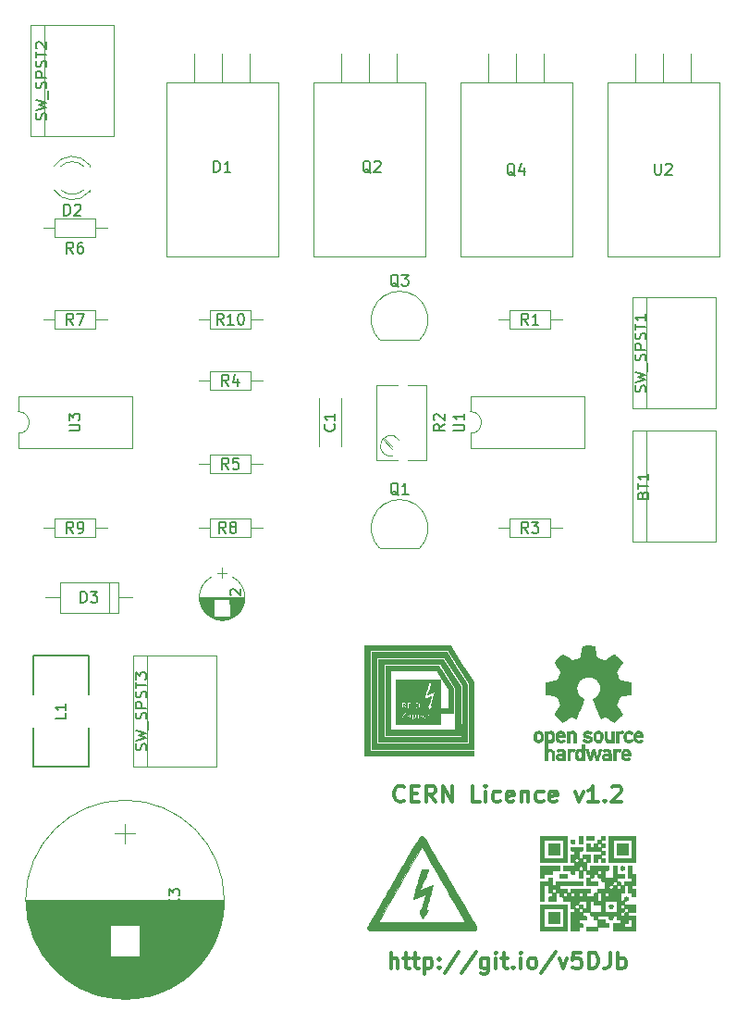
<source format=gbr>
%TF.GenerationSoftware,KiCad,Pcbnew,no-vcs-found-8c7175b~60~ubuntu14.04.1*%
%TF.CreationDate,2017-09-13T01:14:52-03:00*%
%TF.ProjectId,RFIDZapper,524649445A61707065722E6B69636164,rev?*%
%TF.SameCoordinates,Original*%
%TF.FileFunction,Legend,Top*%
%TF.FilePolarity,Positive*%
%FSLAX46Y46*%
G04 Gerber Fmt 4.6, Leading zero omitted, Abs format (unit mm)*
G04 Created by KiCad (PCBNEW no-vcs-found-8c7175b~60~ubuntu14.04.1) date Wed Sep 13 01:14:52 2017*
%MOMM*%
%LPD*%
G01*
G04 APERTURE LIST*
%ADD10C,0.300000*%
%ADD11C,0.120000*%
%ADD12C,0.150000*%
%ADD13C,0.010000*%
G04 APERTURE END LIST*
D10*
X178007714Y-127170571D02*
X178007714Y-125670571D01*
X178650571Y-127170571D02*
X178650571Y-126384857D01*
X178579142Y-126242000D01*
X178436285Y-126170571D01*
X178222000Y-126170571D01*
X178079142Y-126242000D01*
X178007714Y-126313428D01*
X179150571Y-126170571D02*
X179722000Y-126170571D01*
X179364857Y-125670571D02*
X179364857Y-126956285D01*
X179436285Y-127099142D01*
X179579142Y-127170571D01*
X179722000Y-127170571D01*
X180007714Y-126170571D02*
X180579142Y-126170571D01*
X180222000Y-125670571D02*
X180222000Y-126956285D01*
X180293428Y-127099142D01*
X180436285Y-127170571D01*
X180579142Y-127170571D01*
X181079142Y-126170571D02*
X181079142Y-127670571D01*
X181079142Y-126242000D02*
X181222000Y-126170571D01*
X181507714Y-126170571D01*
X181650571Y-126242000D01*
X181722000Y-126313428D01*
X181793428Y-126456285D01*
X181793428Y-126884857D01*
X181722000Y-127027714D01*
X181650571Y-127099142D01*
X181507714Y-127170571D01*
X181222000Y-127170571D01*
X181079142Y-127099142D01*
X182436285Y-127027714D02*
X182507714Y-127099142D01*
X182436285Y-127170571D01*
X182364857Y-127099142D01*
X182436285Y-127027714D01*
X182436285Y-127170571D01*
X182436285Y-126242000D02*
X182507714Y-126313428D01*
X182436285Y-126384857D01*
X182364857Y-126313428D01*
X182436285Y-126242000D01*
X182436285Y-126384857D01*
X184222000Y-125599142D02*
X182936285Y-127527714D01*
X185793428Y-125599142D02*
X184507714Y-127527714D01*
X186936285Y-126170571D02*
X186936285Y-127384857D01*
X186864857Y-127527714D01*
X186793428Y-127599142D01*
X186650571Y-127670571D01*
X186436285Y-127670571D01*
X186293428Y-127599142D01*
X186936285Y-127099142D02*
X186793428Y-127170571D01*
X186507714Y-127170571D01*
X186364857Y-127099142D01*
X186293428Y-127027714D01*
X186222000Y-126884857D01*
X186222000Y-126456285D01*
X186293428Y-126313428D01*
X186364857Y-126242000D01*
X186507714Y-126170571D01*
X186793428Y-126170571D01*
X186936285Y-126242000D01*
X187650571Y-127170571D02*
X187650571Y-126170571D01*
X187650571Y-125670571D02*
X187579142Y-125742000D01*
X187650571Y-125813428D01*
X187722000Y-125742000D01*
X187650571Y-125670571D01*
X187650571Y-125813428D01*
X188150571Y-126170571D02*
X188722000Y-126170571D01*
X188364857Y-125670571D02*
X188364857Y-126956285D01*
X188436285Y-127099142D01*
X188579142Y-127170571D01*
X188722000Y-127170571D01*
X189222000Y-127027714D02*
X189293428Y-127099142D01*
X189222000Y-127170571D01*
X189150571Y-127099142D01*
X189222000Y-127027714D01*
X189222000Y-127170571D01*
X189936285Y-127170571D02*
X189936285Y-126170571D01*
X189936285Y-125670571D02*
X189864857Y-125742000D01*
X189936285Y-125813428D01*
X190007714Y-125742000D01*
X189936285Y-125670571D01*
X189936285Y-125813428D01*
X190864857Y-127170571D02*
X190722000Y-127099142D01*
X190650571Y-127027714D01*
X190579142Y-126884857D01*
X190579142Y-126456285D01*
X190650571Y-126313428D01*
X190722000Y-126242000D01*
X190864857Y-126170571D01*
X191079142Y-126170571D01*
X191222000Y-126242000D01*
X191293428Y-126313428D01*
X191364857Y-126456285D01*
X191364857Y-126884857D01*
X191293428Y-127027714D01*
X191222000Y-127099142D01*
X191079142Y-127170571D01*
X190864857Y-127170571D01*
X193079142Y-125599142D02*
X191793428Y-127527714D01*
X193436285Y-126170571D02*
X193793428Y-127170571D01*
X194150571Y-126170571D01*
X195436285Y-125670571D02*
X194722000Y-125670571D01*
X194650571Y-126384857D01*
X194722000Y-126313428D01*
X194864857Y-126242000D01*
X195222000Y-126242000D01*
X195364857Y-126313428D01*
X195436285Y-126384857D01*
X195507714Y-126527714D01*
X195507714Y-126884857D01*
X195436285Y-127027714D01*
X195364857Y-127099142D01*
X195222000Y-127170571D01*
X194864857Y-127170571D01*
X194722000Y-127099142D01*
X194650571Y-127027714D01*
X196150571Y-127170571D02*
X196150571Y-125670571D01*
X196507714Y-125670571D01*
X196722000Y-125742000D01*
X196864857Y-125884857D01*
X196936285Y-126027714D01*
X197007714Y-126313428D01*
X197007714Y-126527714D01*
X196936285Y-126813428D01*
X196864857Y-126956285D01*
X196722000Y-127099142D01*
X196507714Y-127170571D01*
X196150571Y-127170571D01*
X198079142Y-125670571D02*
X198079142Y-126742000D01*
X198007714Y-126956285D01*
X197864857Y-127099142D01*
X197650571Y-127170571D01*
X197507714Y-127170571D01*
X198793428Y-127170571D02*
X198793428Y-125670571D01*
X198793428Y-126242000D02*
X198936285Y-126170571D01*
X199222000Y-126170571D01*
X199364857Y-126242000D01*
X199436285Y-126313428D01*
X199507714Y-126456285D01*
X199507714Y-126884857D01*
X199436285Y-127027714D01*
X199364857Y-127099142D01*
X199222000Y-127170571D01*
X198936285Y-127170571D01*
X198793428Y-127099142D01*
X179257714Y-111787714D02*
X179186285Y-111859142D01*
X178972000Y-111930571D01*
X178829142Y-111930571D01*
X178614857Y-111859142D01*
X178472000Y-111716285D01*
X178400571Y-111573428D01*
X178329142Y-111287714D01*
X178329142Y-111073428D01*
X178400571Y-110787714D01*
X178472000Y-110644857D01*
X178614857Y-110502000D01*
X178829142Y-110430571D01*
X178972000Y-110430571D01*
X179186285Y-110502000D01*
X179257714Y-110573428D01*
X179900571Y-111144857D02*
X180400571Y-111144857D01*
X180614857Y-111930571D02*
X179900571Y-111930571D01*
X179900571Y-110430571D01*
X180614857Y-110430571D01*
X182114857Y-111930571D02*
X181614857Y-111216285D01*
X181257714Y-111930571D02*
X181257714Y-110430571D01*
X181829142Y-110430571D01*
X181972000Y-110502000D01*
X182043428Y-110573428D01*
X182114857Y-110716285D01*
X182114857Y-110930571D01*
X182043428Y-111073428D01*
X181972000Y-111144857D01*
X181829142Y-111216285D01*
X181257714Y-111216285D01*
X182757714Y-111930571D02*
X182757714Y-110430571D01*
X183614857Y-111930571D01*
X183614857Y-110430571D01*
X186186285Y-111930571D02*
X185472000Y-111930571D01*
X185472000Y-110430571D01*
X186686285Y-111930571D02*
X186686285Y-110930571D01*
X186686285Y-110430571D02*
X186614857Y-110502000D01*
X186686285Y-110573428D01*
X186757714Y-110502000D01*
X186686285Y-110430571D01*
X186686285Y-110573428D01*
X188043428Y-111859142D02*
X187900571Y-111930571D01*
X187614857Y-111930571D01*
X187472000Y-111859142D01*
X187400571Y-111787714D01*
X187329142Y-111644857D01*
X187329142Y-111216285D01*
X187400571Y-111073428D01*
X187472000Y-111002000D01*
X187614857Y-110930571D01*
X187900571Y-110930571D01*
X188043428Y-111002000D01*
X189257714Y-111859142D02*
X189114857Y-111930571D01*
X188829142Y-111930571D01*
X188686285Y-111859142D01*
X188614857Y-111716285D01*
X188614857Y-111144857D01*
X188686285Y-111002000D01*
X188829142Y-110930571D01*
X189114857Y-110930571D01*
X189257714Y-111002000D01*
X189329142Y-111144857D01*
X189329142Y-111287714D01*
X188614857Y-111430571D01*
X189972000Y-110930571D02*
X189972000Y-111930571D01*
X189972000Y-111073428D02*
X190043428Y-111002000D01*
X190186285Y-110930571D01*
X190400571Y-110930571D01*
X190543428Y-111002000D01*
X190614857Y-111144857D01*
X190614857Y-111930571D01*
X191972000Y-111859142D02*
X191829142Y-111930571D01*
X191543428Y-111930571D01*
X191400571Y-111859142D01*
X191329142Y-111787714D01*
X191257714Y-111644857D01*
X191257714Y-111216285D01*
X191329142Y-111073428D01*
X191400571Y-111002000D01*
X191543428Y-110930571D01*
X191829142Y-110930571D01*
X191972000Y-111002000D01*
X193186285Y-111859142D02*
X193043428Y-111930571D01*
X192757714Y-111930571D01*
X192614857Y-111859142D01*
X192543428Y-111716285D01*
X192543428Y-111144857D01*
X192614857Y-111002000D01*
X192757714Y-110930571D01*
X193043428Y-110930571D01*
X193186285Y-111002000D01*
X193257714Y-111144857D01*
X193257714Y-111287714D01*
X192543428Y-111430571D01*
X194900571Y-110930571D02*
X195257714Y-111930571D01*
X195614857Y-110930571D01*
X196972000Y-111930571D02*
X196114857Y-111930571D01*
X196543428Y-111930571D02*
X196543428Y-110430571D01*
X196400571Y-110644857D01*
X196257714Y-110787714D01*
X196114857Y-110859142D01*
X197614857Y-111787714D02*
X197686285Y-111859142D01*
X197614857Y-111930571D01*
X197543428Y-111859142D01*
X197614857Y-111787714D01*
X197614857Y-111930571D01*
X198257714Y-110573428D02*
X198329142Y-110502000D01*
X198472000Y-110430571D01*
X198829142Y-110430571D01*
X198972000Y-110502000D01*
X199043428Y-110573428D01*
X199114857Y-110716285D01*
X199114857Y-110859142D01*
X199043428Y-111073428D01*
X198186285Y-111930571D01*
X199114857Y-111930571D01*
D11*
%TO.C,BT1*%
X201422000Y-88138000D02*
X201422000Y-77978000D01*
X200152000Y-88138000D02*
X207772000Y-88138000D01*
X207772000Y-88138000D02*
X207772000Y-77978000D01*
X207772000Y-77978000D02*
X200152000Y-77978000D01*
X200152000Y-77978000D02*
X200152000Y-88138000D01*
%TO.C,C1*%
X171470000Y-79386000D02*
X171456000Y-79386000D01*
X173476000Y-79386000D02*
X173462000Y-79386000D01*
X171470000Y-74966000D02*
X171456000Y-74966000D01*
X173476000Y-74966000D02*
X173462000Y-74966000D01*
X171456000Y-74966000D02*
X171456000Y-79386000D01*
X173476000Y-74966000D02*
X173476000Y-79386000D01*
%TO.C,C2*%
X163010000Y-90952000D02*
X162110000Y-90952000D01*
X162560000Y-90502000D02*
X162560000Y-91402000D01*
X162725000Y-95283000D02*
X162395000Y-95283000D01*
X162975000Y-95243000D02*
X162145000Y-95243000D01*
X163127000Y-95203000D02*
X161993000Y-95203000D01*
X163246000Y-95163000D02*
X161874000Y-95163000D01*
X163346000Y-95123000D02*
X161774000Y-95123000D01*
X163434000Y-95083000D02*
X161686000Y-95083000D01*
X163512000Y-95043000D02*
X161608000Y-95043000D01*
X163583000Y-95003000D02*
X161537000Y-95003000D01*
X161780000Y-94963000D02*
X161472000Y-94963000D01*
X163648000Y-94963000D02*
X163340000Y-94963000D01*
X161780000Y-94923000D02*
X161412000Y-94923000D01*
X163708000Y-94923000D02*
X163340000Y-94923000D01*
X161780000Y-94883000D02*
X161356000Y-94883000D01*
X163764000Y-94883000D02*
X163340000Y-94883000D01*
X161780000Y-94843000D02*
X161304000Y-94843000D01*
X163816000Y-94843000D02*
X163340000Y-94843000D01*
X161780000Y-94803000D02*
X161255000Y-94803000D01*
X163865000Y-94803000D02*
X163340000Y-94803000D01*
X161780000Y-94763000D02*
X161209000Y-94763000D01*
X163911000Y-94763000D02*
X163340000Y-94763000D01*
X161780000Y-94723000D02*
X161165000Y-94723000D01*
X163955000Y-94723000D02*
X163340000Y-94723000D01*
X161780000Y-94683000D02*
X161124000Y-94683000D01*
X163996000Y-94683000D02*
X163340000Y-94683000D01*
X161780000Y-94643000D02*
X161085000Y-94643000D01*
X164035000Y-94643000D02*
X163340000Y-94643000D01*
X161780000Y-94603000D02*
X161048000Y-94603000D01*
X164072000Y-94603000D02*
X163340000Y-94603000D01*
X161780000Y-94563000D02*
X161013000Y-94563000D01*
X164107000Y-94563000D02*
X163340000Y-94563000D01*
X161780000Y-94523000D02*
X160979000Y-94523000D01*
X164141000Y-94523000D02*
X163340000Y-94523000D01*
X161780000Y-94483000D02*
X160947000Y-94483000D01*
X164173000Y-94483000D02*
X163340000Y-94483000D01*
X161780000Y-94443000D02*
X160917000Y-94443000D01*
X164203000Y-94443000D02*
X163340000Y-94443000D01*
X161780000Y-94403000D02*
X160888000Y-94403000D01*
X164232000Y-94403000D02*
X163340000Y-94403000D01*
X161780000Y-94363000D02*
X160861000Y-94363000D01*
X164259000Y-94363000D02*
X163340000Y-94363000D01*
X161780000Y-94323000D02*
X160835000Y-94323000D01*
X164285000Y-94323000D02*
X163340000Y-94323000D01*
X161780000Y-94283000D02*
X160810000Y-94283000D01*
X164310000Y-94283000D02*
X163340000Y-94283000D01*
X161780000Y-94243000D02*
X160787000Y-94243000D01*
X164333000Y-94243000D02*
X163340000Y-94243000D01*
X161780000Y-94203000D02*
X160764000Y-94203000D01*
X164356000Y-94203000D02*
X163340000Y-94203000D01*
X161780000Y-94163000D02*
X160743000Y-94163000D01*
X164377000Y-94163000D02*
X163340000Y-94163000D01*
X161780000Y-94123000D02*
X160723000Y-94123000D01*
X164397000Y-94123000D02*
X163340000Y-94123000D01*
X161780000Y-94083000D02*
X160704000Y-94083000D01*
X164416000Y-94083000D02*
X163340000Y-94083000D01*
X161780000Y-94043000D02*
X160686000Y-94043000D01*
X164434000Y-94043000D02*
X163340000Y-94043000D01*
X161780000Y-94003000D02*
X160669000Y-94003000D01*
X164451000Y-94003000D02*
X163340000Y-94003000D01*
X161780000Y-93963000D02*
X160653000Y-93963000D01*
X164467000Y-93963000D02*
X163340000Y-93963000D01*
X161780000Y-93923000D02*
X160637000Y-93923000D01*
X164483000Y-93923000D02*
X163340000Y-93923000D01*
X161780000Y-93882000D02*
X160623000Y-93882000D01*
X164497000Y-93882000D02*
X163340000Y-93882000D01*
X161780000Y-93842000D02*
X160610000Y-93842000D01*
X164510000Y-93842000D02*
X163340000Y-93842000D01*
X161780000Y-93802000D02*
X160597000Y-93802000D01*
X164523000Y-93802000D02*
X163340000Y-93802000D01*
X161780000Y-93762000D02*
X160586000Y-93762000D01*
X164534000Y-93762000D02*
X163340000Y-93762000D01*
X161780000Y-93722000D02*
X160575000Y-93722000D01*
X164545000Y-93722000D02*
X163340000Y-93722000D01*
X161780000Y-93682000D02*
X160565000Y-93682000D01*
X164555000Y-93682000D02*
X163340000Y-93682000D01*
X161780000Y-93642000D02*
X160556000Y-93642000D01*
X164564000Y-93642000D02*
X163340000Y-93642000D01*
X161780000Y-93602000D02*
X160548000Y-93602000D01*
X164572000Y-93602000D02*
X163340000Y-93602000D01*
X161780000Y-93562000D02*
X160541000Y-93562000D01*
X164579000Y-93562000D02*
X163340000Y-93562000D01*
X161780000Y-93522000D02*
X160534000Y-93522000D01*
X164586000Y-93522000D02*
X163340000Y-93522000D01*
X161780000Y-93482000D02*
X160528000Y-93482000D01*
X164592000Y-93482000D02*
X163340000Y-93482000D01*
X161780000Y-93442000D02*
X160523000Y-93442000D01*
X164597000Y-93442000D02*
X163340000Y-93442000D01*
X164601000Y-93402000D02*
X160519000Y-93402000D01*
X164604000Y-93362000D02*
X160516000Y-93362000D01*
X164607000Y-93322000D02*
X160513000Y-93322000D01*
X164609000Y-93282000D02*
X160511000Y-93282000D01*
X164610000Y-93242000D02*
X160510000Y-93242000D01*
X164610000Y-93202000D02*
X160510000Y-93202000D01*
X161580830Y-95048436D02*
G75*
G03X163540000Y-95047996I979170J1846436D01*
G01*
X161580830Y-95048436D02*
G75*
G02X161580000Y-91356004I979170J1846436D01*
G01*
X163539170Y-95048436D02*
G75*
G03X163540000Y-91356004I-979170J1846436D01*
G01*
%TO.C,C3*%
X154570000Y-114794000D02*
X152770000Y-114794000D01*
X153670000Y-113894000D02*
X153670000Y-115694000D01*
X154057000Y-129924000D02*
X153283000Y-129924000D01*
X154583000Y-129884000D02*
X152757000Y-129884000D01*
X154906000Y-129844000D02*
X152434000Y-129844000D01*
X155162000Y-129804000D02*
X152178000Y-129804000D01*
X155380000Y-129764000D02*
X151960000Y-129764000D01*
X155573000Y-129724000D02*
X151767000Y-129724000D01*
X155748000Y-129684000D02*
X151592000Y-129684000D01*
X155908000Y-129644000D02*
X151432000Y-129644000D01*
X156058000Y-129604000D02*
X151282000Y-129604000D01*
X156198000Y-129564000D02*
X151142000Y-129564000D01*
X156330000Y-129524000D02*
X151010000Y-129524000D01*
X156455000Y-129484000D02*
X150885000Y-129484000D01*
X156575000Y-129444000D02*
X150765000Y-129444000D01*
X156689000Y-129404000D02*
X150651000Y-129404000D01*
X156799000Y-129364000D02*
X150541000Y-129364000D01*
X156904000Y-129324000D02*
X150436000Y-129324000D01*
X157006000Y-129284000D02*
X150334000Y-129284000D01*
X157104000Y-129244000D02*
X150236000Y-129244000D01*
X157200000Y-129204000D02*
X150140000Y-129204000D01*
X157292000Y-129164000D02*
X150048000Y-129164000D01*
X157381000Y-129124000D02*
X149959000Y-129124000D01*
X157469000Y-129084000D02*
X149871000Y-129084000D01*
X157553000Y-129044000D02*
X149787000Y-129044000D01*
X157636000Y-129005000D02*
X149704000Y-129005000D01*
X157716000Y-128965000D02*
X149624000Y-128965000D01*
X157795000Y-128925000D02*
X149545000Y-128925000D01*
X157872000Y-128885000D02*
X149468000Y-128885000D01*
X157947000Y-128845000D02*
X149393000Y-128845000D01*
X158020000Y-128805000D02*
X149320000Y-128805000D01*
X158092000Y-128765000D02*
X149248000Y-128765000D01*
X158162000Y-128725000D02*
X149178000Y-128725000D01*
X158231000Y-128685000D02*
X149109000Y-128685000D01*
X158298000Y-128645000D02*
X149042000Y-128645000D01*
X158364000Y-128605000D02*
X148976000Y-128605000D01*
X158429000Y-128565000D02*
X148911000Y-128565000D01*
X158493000Y-128525000D02*
X148847000Y-128525000D01*
X158556000Y-128485000D02*
X148784000Y-128485000D01*
X158617000Y-128445000D02*
X148723000Y-128445000D01*
X158678000Y-128405000D02*
X148662000Y-128405000D01*
X158737000Y-128365000D02*
X148603000Y-128365000D01*
X158796000Y-128325000D02*
X148544000Y-128325000D01*
X158853000Y-128285000D02*
X148487000Y-128285000D01*
X158910000Y-128245000D02*
X148430000Y-128245000D01*
X158965000Y-128205000D02*
X148375000Y-128205000D01*
X159020000Y-128165000D02*
X148320000Y-128165000D01*
X159074000Y-128125000D02*
X148266000Y-128125000D01*
X159127000Y-128085000D02*
X148213000Y-128085000D01*
X159179000Y-128045000D02*
X148161000Y-128045000D01*
X159231000Y-128005000D02*
X148109000Y-128005000D01*
X159281000Y-127965000D02*
X148059000Y-127965000D01*
X159332000Y-127925000D02*
X148008000Y-127925000D01*
X159381000Y-127885000D02*
X147959000Y-127885000D01*
X159429000Y-127845000D02*
X147911000Y-127845000D01*
X159477000Y-127805000D02*
X147863000Y-127805000D01*
X159525000Y-127765000D02*
X147815000Y-127765000D01*
X159571000Y-127725000D02*
X147769000Y-127725000D01*
X159617000Y-127685000D02*
X147723000Y-127685000D01*
X159663000Y-127645000D02*
X147677000Y-127645000D01*
X159708000Y-127605000D02*
X147632000Y-127605000D01*
X159752000Y-127565000D02*
X147588000Y-127565000D01*
X159795000Y-127525000D02*
X147545000Y-127525000D01*
X159838000Y-127485000D02*
X147502000Y-127485000D01*
X159881000Y-127445000D02*
X147459000Y-127445000D01*
X159923000Y-127405000D02*
X147417000Y-127405000D01*
X159964000Y-127365000D02*
X147376000Y-127365000D01*
X160005000Y-127325000D02*
X147335000Y-127325000D01*
X160046000Y-127285000D02*
X147294000Y-127285000D01*
X160086000Y-127245000D02*
X147254000Y-127245000D01*
X160125000Y-127205000D02*
X147215000Y-127205000D01*
X160164000Y-127165000D02*
X147176000Y-127165000D01*
X160202000Y-127125000D02*
X147138000Y-127125000D01*
X160240000Y-127085000D02*
X147100000Y-127085000D01*
X160278000Y-127045000D02*
X147062000Y-127045000D01*
X160315000Y-127005000D02*
X147025000Y-127005000D01*
X160352000Y-126965000D02*
X146988000Y-126965000D01*
X160388000Y-126925000D02*
X146952000Y-126925000D01*
X160424000Y-126885000D02*
X146916000Y-126885000D01*
X160459000Y-126845000D02*
X146881000Y-126845000D01*
X160494000Y-126805000D02*
X146846000Y-126805000D01*
X160528000Y-126765000D02*
X146812000Y-126765000D01*
X160563000Y-126725000D02*
X146777000Y-126725000D01*
X160596000Y-126685000D02*
X146744000Y-126685000D01*
X160630000Y-126645000D02*
X146710000Y-126645000D01*
X160663000Y-126605000D02*
X146677000Y-126605000D01*
X160695000Y-126565000D02*
X146645000Y-126565000D01*
X160727000Y-126525000D02*
X146613000Y-126525000D01*
X160759000Y-126485000D02*
X146581000Y-126485000D01*
X160791000Y-126445000D02*
X146549000Y-126445000D01*
X160822000Y-126405000D02*
X146518000Y-126405000D01*
X160853000Y-126365000D02*
X146487000Y-126365000D01*
X160883000Y-126325000D02*
X146457000Y-126325000D01*
X160913000Y-126285000D02*
X146427000Y-126285000D01*
X160943000Y-126245000D02*
X146397000Y-126245000D01*
X160972000Y-126205000D02*
X146368000Y-126205000D01*
X161001000Y-126165000D02*
X146339000Y-126165000D01*
X161030000Y-126125000D02*
X146310000Y-126125000D01*
X161058000Y-126085000D02*
X146282000Y-126085000D01*
X161086000Y-126045000D02*
X146254000Y-126045000D01*
X161114000Y-126005000D02*
X146226000Y-126005000D01*
X152290000Y-125965000D02*
X146199000Y-125965000D01*
X161141000Y-125965000D02*
X155050000Y-125965000D01*
X152290000Y-125925000D02*
X146171000Y-125925000D01*
X161169000Y-125925000D02*
X155050000Y-125925000D01*
X152290000Y-125885000D02*
X146145000Y-125885000D01*
X161195000Y-125885000D02*
X155050000Y-125885000D01*
X152290000Y-125845000D02*
X146118000Y-125845000D01*
X161222000Y-125845000D02*
X155050000Y-125845000D01*
X152290000Y-125805000D02*
X146092000Y-125805000D01*
X161248000Y-125805000D02*
X155050000Y-125805000D01*
X152290000Y-125765000D02*
X146066000Y-125765000D01*
X161274000Y-125765000D02*
X155050000Y-125765000D01*
X152290000Y-125725000D02*
X146040000Y-125725000D01*
X161300000Y-125725000D02*
X155050000Y-125725000D01*
X152290000Y-125685000D02*
X146015000Y-125685000D01*
X161325000Y-125685000D02*
X155050000Y-125685000D01*
X152290000Y-125645000D02*
X145990000Y-125645000D01*
X161350000Y-125645000D02*
X155050000Y-125645000D01*
X152290000Y-125605000D02*
X145965000Y-125605000D01*
X161375000Y-125605000D02*
X155050000Y-125605000D01*
X152290000Y-125565000D02*
X145941000Y-125565000D01*
X161399000Y-125565000D02*
X155050000Y-125565000D01*
X152290000Y-125525000D02*
X145917000Y-125525000D01*
X161423000Y-125525000D02*
X155050000Y-125525000D01*
X152290000Y-125485000D02*
X145893000Y-125485000D01*
X161447000Y-125485000D02*
X155050000Y-125485000D01*
X152290000Y-125445000D02*
X145869000Y-125445000D01*
X161471000Y-125445000D02*
X155050000Y-125445000D01*
X152290000Y-125405000D02*
X145846000Y-125405000D01*
X161494000Y-125405000D02*
X155050000Y-125405000D01*
X152290000Y-125365000D02*
X145823000Y-125365000D01*
X161517000Y-125365000D02*
X155050000Y-125365000D01*
X152290000Y-125325000D02*
X145800000Y-125325000D01*
X161540000Y-125325000D02*
X155050000Y-125325000D01*
X152290000Y-125285000D02*
X145778000Y-125285000D01*
X161562000Y-125285000D02*
X155050000Y-125285000D01*
X152290000Y-125245000D02*
X145755000Y-125245000D01*
X161585000Y-125245000D02*
X155050000Y-125245000D01*
X152290000Y-125205000D02*
X145733000Y-125205000D01*
X161607000Y-125205000D02*
X155050000Y-125205000D01*
X152290000Y-125165000D02*
X145712000Y-125165000D01*
X161628000Y-125165000D02*
X155050000Y-125165000D01*
X152290000Y-125125000D02*
X145690000Y-125125000D01*
X161650000Y-125125000D02*
X155050000Y-125125000D01*
X152290000Y-125085000D02*
X145669000Y-125085000D01*
X161671000Y-125085000D02*
X155050000Y-125085000D01*
X152290000Y-125045000D02*
X145648000Y-125045000D01*
X161692000Y-125045000D02*
X155050000Y-125045000D01*
X152290000Y-125005000D02*
X145627000Y-125005000D01*
X161713000Y-125005000D02*
X155050000Y-125005000D01*
X152290000Y-124965000D02*
X145607000Y-124965000D01*
X161733000Y-124965000D02*
X155050000Y-124965000D01*
X152290000Y-124925000D02*
X145587000Y-124925000D01*
X161753000Y-124925000D02*
X155050000Y-124925000D01*
X152290000Y-124885000D02*
X145567000Y-124885000D01*
X161773000Y-124885000D02*
X155050000Y-124885000D01*
X152290000Y-124845000D02*
X145547000Y-124845000D01*
X161793000Y-124845000D02*
X155050000Y-124845000D01*
X152290000Y-124805000D02*
X145527000Y-124805000D01*
X161813000Y-124805000D02*
X155050000Y-124805000D01*
X152290000Y-124765000D02*
X145508000Y-124765000D01*
X161832000Y-124765000D02*
X155050000Y-124765000D01*
X152290000Y-124725000D02*
X145489000Y-124725000D01*
X161851000Y-124725000D02*
X155050000Y-124725000D01*
X152290000Y-124685000D02*
X145470000Y-124685000D01*
X161870000Y-124685000D02*
X155050000Y-124685000D01*
X152290000Y-124645000D02*
X145452000Y-124645000D01*
X161888000Y-124645000D02*
X155050000Y-124645000D01*
X152290000Y-124605000D02*
X145434000Y-124605000D01*
X161906000Y-124605000D02*
X155050000Y-124605000D01*
X152290000Y-124565000D02*
X145416000Y-124565000D01*
X161924000Y-124565000D02*
X155050000Y-124565000D01*
X152290000Y-124525000D02*
X145398000Y-124525000D01*
X161942000Y-124525000D02*
X155050000Y-124525000D01*
X152290000Y-124485000D02*
X145380000Y-124485000D01*
X161960000Y-124485000D02*
X155050000Y-124485000D01*
X152290000Y-124445000D02*
X145363000Y-124445000D01*
X161977000Y-124445000D02*
X155050000Y-124445000D01*
X152290000Y-124405000D02*
X145346000Y-124405000D01*
X161994000Y-124405000D02*
X155050000Y-124405000D01*
X152290000Y-124365000D02*
X145329000Y-124365000D01*
X162011000Y-124365000D02*
X155050000Y-124365000D01*
X152290000Y-124325000D02*
X145312000Y-124325000D01*
X162028000Y-124325000D02*
X155050000Y-124325000D01*
X152290000Y-124285000D02*
X145296000Y-124285000D01*
X162044000Y-124285000D02*
X155050000Y-124285000D01*
X152290000Y-124245000D02*
X145279000Y-124245000D01*
X162061000Y-124245000D02*
X155050000Y-124245000D01*
X152290000Y-124205000D02*
X145263000Y-124205000D01*
X162077000Y-124205000D02*
X155050000Y-124205000D01*
X152290000Y-124165000D02*
X145247000Y-124165000D01*
X162093000Y-124165000D02*
X155050000Y-124165000D01*
X152290000Y-124125000D02*
X145232000Y-124125000D01*
X162108000Y-124125000D02*
X155050000Y-124125000D01*
X152290000Y-124085000D02*
X145217000Y-124085000D01*
X162123000Y-124085000D02*
X155050000Y-124085000D01*
X152290000Y-124045000D02*
X145201000Y-124045000D01*
X162139000Y-124045000D02*
X155050000Y-124045000D01*
X152290000Y-124005000D02*
X145186000Y-124005000D01*
X162154000Y-124005000D02*
X155050000Y-124005000D01*
X152290000Y-123965000D02*
X145172000Y-123965000D01*
X162168000Y-123965000D02*
X155050000Y-123965000D01*
X152290000Y-123925000D02*
X145157000Y-123925000D01*
X162183000Y-123925000D02*
X155050000Y-123925000D01*
X152290000Y-123885000D02*
X145143000Y-123885000D01*
X162197000Y-123885000D02*
X155050000Y-123885000D01*
X152290000Y-123845000D02*
X145129000Y-123845000D01*
X162211000Y-123845000D02*
X155050000Y-123845000D01*
X152290000Y-123805000D02*
X145115000Y-123805000D01*
X162225000Y-123805000D02*
X155050000Y-123805000D01*
X152290000Y-123765000D02*
X145101000Y-123765000D01*
X162239000Y-123765000D02*
X155050000Y-123765000D01*
X152290000Y-123725000D02*
X145088000Y-123725000D01*
X162252000Y-123725000D02*
X155050000Y-123725000D01*
X152290000Y-123685000D02*
X145075000Y-123685000D01*
X162265000Y-123685000D02*
X155050000Y-123685000D01*
X152290000Y-123645000D02*
X145061000Y-123645000D01*
X162279000Y-123645000D02*
X155050000Y-123645000D01*
X152290000Y-123605000D02*
X145049000Y-123605000D01*
X162291000Y-123605000D02*
X155050000Y-123605000D01*
X152290000Y-123565000D02*
X145036000Y-123565000D01*
X162304000Y-123565000D02*
X155050000Y-123565000D01*
X152290000Y-123525000D02*
X145024000Y-123525000D01*
X162316000Y-123525000D02*
X155050000Y-123525000D01*
X152290000Y-123485000D02*
X145011000Y-123485000D01*
X162329000Y-123485000D02*
X155050000Y-123485000D01*
X152290000Y-123445000D02*
X144999000Y-123445000D01*
X162341000Y-123445000D02*
X155050000Y-123445000D01*
X152290000Y-123405000D02*
X144987000Y-123405000D01*
X162353000Y-123405000D02*
X155050000Y-123405000D01*
X152290000Y-123365000D02*
X144976000Y-123365000D01*
X162364000Y-123365000D02*
X155050000Y-123365000D01*
X152290000Y-123325000D02*
X144964000Y-123325000D01*
X162376000Y-123325000D02*
X155050000Y-123325000D01*
X152290000Y-123285000D02*
X144953000Y-123285000D01*
X162387000Y-123285000D02*
X155050000Y-123285000D01*
X152290000Y-123245000D02*
X144942000Y-123245000D01*
X162398000Y-123245000D02*
X155050000Y-123245000D01*
X162409000Y-123205000D02*
X144931000Y-123205000D01*
X162419000Y-123165000D02*
X144921000Y-123165000D01*
X162430000Y-123125000D02*
X144910000Y-123125000D01*
X162440000Y-123085000D02*
X144900000Y-123085000D01*
X162450000Y-123045000D02*
X144890000Y-123045000D01*
X162460000Y-123005000D02*
X144880000Y-123005000D01*
X162470000Y-122965000D02*
X144870000Y-122965000D01*
X162479000Y-122925000D02*
X144861000Y-122925000D01*
X162489000Y-122885000D02*
X144851000Y-122885000D01*
X162498000Y-122845000D02*
X144842000Y-122845000D01*
X162507000Y-122805000D02*
X144833000Y-122805000D01*
X162515000Y-122765000D02*
X144825000Y-122765000D01*
X162524000Y-122725000D02*
X144816000Y-122725000D01*
X162532000Y-122685000D02*
X144808000Y-122685000D01*
X162540000Y-122645000D02*
X144800000Y-122645000D01*
X162548000Y-122605000D02*
X144792000Y-122605000D01*
X162556000Y-122565000D02*
X144784000Y-122565000D01*
X162564000Y-122525000D02*
X144776000Y-122525000D01*
X162571000Y-122485000D02*
X144769000Y-122485000D01*
X162579000Y-122445000D02*
X144761000Y-122445000D01*
X162586000Y-122405000D02*
X144754000Y-122405000D01*
X162593000Y-122365000D02*
X144747000Y-122365000D01*
X162599000Y-122325000D02*
X144741000Y-122325000D01*
X162606000Y-122285000D02*
X144734000Y-122285000D01*
X162612000Y-122245000D02*
X144728000Y-122245000D01*
X162618000Y-122205000D02*
X144722000Y-122205000D01*
X162624000Y-122165000D02*
X144716000Y-122165000D01*
X162630000Y-122125000D02*
X144710000Y-122125000D01*
X162636000Y-122085000D02*
X144704000Y-122085000D01*
X162641000Y-122045000D02*
X144699000Y-122045000D01*
X162646000Y-122005000D02*
X144694000Y-122005000D01*
X162651000Y-121965000D02*
X144689000Y-121965000D01*
X162656000Y-121925000D02*
X144684000Y-121925000D01*
X162661000Y-121885000D02*
X144679000Y-121885000D01*
X162665000Y-121845000D02*
X144675000Y-121845000D01*
X162670000Y-121805000D02*
X144670000Y-121805000D01*
X162674000Y-121765000D02*
X144666000Y-121765000D01*
X162678000Y-121725000D02*
X144662000Y-121725000D01*
X162682000Y-121685000D02*
X144658000Y-121685000D01*
X162685000Y-121645000D02*
X144655000Y-121645000D01*
X162689000Y-121605000D02*
X144651000Y-121605000D01*
X162692000Y-121565000D02*
X144648000Y-121565000D01*
X162695000Y-121524000D02*
X144645000Y-121524000D01*
X162698000Y-121484000D02*
X144642000Y-121484000D01*
X162701000Y-121444000D02*
X144639000Y-121444000D01*
X162703000Y-121404000D02*
X144637000Y-121404000D01*
X162706000Y-121364000D02*
X144634000Y-121364000D01*
X162708000Y-121324000D02*
X144632000Y-121324000D01*
X162710000Y-121284000D02*
X144630000Y-121284000D01*
X162712000Y-121244000D02*
X144628000Y-121244000D01*
X162713000Y-121204000D02*
X144627000Y-121204000D01*
X162715000Y-121164000D02*
X144625000Y-121164000D01*
X162716000Y-121124000D02*
X144624000Y-121124000D01*
X162717000Y-121084000D02*
X144623000Y-121084000D01*
X162718000Y-121044000D02*
X144622000Y-121044000D01*
X162719000Y-121004000D02*
X144621000Y-121004000D01*
X162720000Y-120964000D02*
X144620000Y-120964000D01*
X162720000Y-120924000D02*
X144620000Y-120924000D01*
X162720000Y-120884000D02*
X144620000Y-120884000D01*
X162720000Y-120844000D02*
X144620000Y-120844000D01*
X162760000Y-120844000D02*
G75*
G03X162760000Y-120844000I-9090000J0D01*
G01*
%TO.C,D1*%
X167680000Y-46108000D02*
X157440000Y-46108000D01*
X167680000Y-61998000D02*
X157440000Y-61998000D01*
X167680000Y-61998000D02*
X167680000Y-46108000D01*
X157440000Y-61998000D02*
X157440000Y-46108000D01*
X165100000Y-46108000D02*
X165100000Y-43468000D01*
X162560000Y-46108000D02*
X162560000Y-43484000D01*
X160020000Y-46108000D02*
X160020000Y-43484000D01*
%TO.C,D2*%
X150404000Y-53784000D02*
X150404000Y-53628000D01*
X150404000Y-56100000D02*
X150404000Y-55944000D01*
X147802870Y-53784163D02*
G75*
G02X149884961Y-53784000I1041130J-1079837D01*
G01*
X147802870Y-55943837D02*
G75*
G03X149884961Y-55944000I1041130J1079837D01*
G01*
X147171665Y-53785392D02*
G75*
G02X150404000Y-53628484I1672335J-1078608D01*
G01*
X147171665Y-55942608D02*
G75*
G03X150404000Y-56099516I1672335J1078608D01*
G01*
%TO.C,D3*%
X152188000Y-94628000D02*
X152188000Y-91808000D01*
X146368000Y-93218000D02*
X147708000Y-93218000D01*
X154368000Y-93218000D02*
X153028000Y-93218000D01*
X147708000Y-94628000D02*
X153028000Y-94628000D01*
X147708000Y-91808000D02*
X147708000Y-94628000D01*
X153028000Y-91808000D02*
X147708000Y-91808000D01*
X153028000Y-94628000D02*
X153028000Y-91808000D01*
%TO.C,Q1*%
X180654478Y-88706478D02*
G75*
G03X178816000Y-84268000I-1838478J1838478D01*
G01*
X176977522Y-88706478D02*
G75*
G02X178816000Y-84268000I1838478J1838478D01*
G01*
X177016000Y-88718000D02*
X180616000Y-88718000D01*
%TO.C,Q2*%
X173482000Y-46108000D02*
X173482000Y-43484000D01*
X176022000Y-46108000D02*
X176022000Y-43484000D01*
X178562000Y-46108000D02*
X178562000Y-43468000D01*
X170902000Y-61998000D02*
X170902000Y-46108000D01*
X181142000Y-61998000D02*
X181142000Y-46108000D01*
X181142000Y-61998000D02*
X170902000Y-61998000D01*
X181142000Y-46108000D02*
X170902000Y-46108000D01*
%TO.C,Q3*%
X180654478Y-69656478D02*
G75*
G03X178816000Y-65218000I-1838478J1838478D01*
G01*
X176977522Y-69656478D02*
G75*
G02X178816000Y-65218000I1838478J1838478D01*
G01*
X177016000Y-69668000D02*
X180616000Y-69668000D01*
%TO.C,Q4*%
X186944000Y-46108000D02*
X186944000Y-43484000D01*
X189484000Y-46108000D02*
X189484000Y-43484000D01*
X192024000Y-46108000D02*
X192024000Y-43468000D01*
X184364000Y-61998000D02*
X184364000Y-46108000D01*
X194604000Y-61998000D02*
X194604000Y-46108000D01*
X194604000Y-61998000D02*
X184364000Y-61998000D01*
X194604000Y-46108000D02*
X184364000Y-46108000D01*
%TO.C,R1*%
X188894000Y-66958000D02*
X188894000Y-68678000D01*
X188894000Y-68678000D02*
X192614000Y-68678000D01*
X192614000Y-68678000D02*
X192614000Y-66958000D01*
X192614000Y-66958000D02*
X188894000Y-66958000D01*
X187824000Y-67818000D02*
X188894000Y-67818000D01*
X193684000Y-67818000D02*
X192614000Y-67818000D01*
%TO.C,R2*%
X178150000Y-79386000D02*
X177395000Y-78631000D01*
X178154000Y-79621000D02*
X177279000Y-78747000D01*
X178604000Y-80631000D02*
X176670000Y-80631000D01*
X181290000Y-80631000D02*
X179535000Y-80631000D01*
X178604000Y-73801000D02*
X176670000Y-73801000D01*
X181290000Y-73801000D02*
X179535000Y-73801000D01*
X176670000Y-73801000D02*
X176670000Y-80631000D01*
X181290000Y-73801000D02*
X181290000Y-80631000D01*
X177051263Y-79367056D02*
G75*
G02X178822000Y-78877000I948737J16056D01*
G01*
X178164966Y-80286567D02*
G75*
G02X177050000Y-79351000I-164966J935567D01*
G01*
%TO.C,R3*%
X193684000Y-86868000D02*
X192614000Y-86868000D01*
X187824000Y-86868000D02*
X188894000Y-86868000D01*
X192614000Y-86008000D02*
X188894000Y-86008000D01*
X192614000Y-87728000D02*
X192614000Y-86008000D01*
X188894000Y-87728000D02*
X192614000Y-87728000D01*
X188894000Y-86008000D02*
X188894000Y-87728000D01*
%TO.C,R4*%
X160392000Y-73406000D02*
X161462000Y-73406000D01*
X166252000Y-73406000D02*
X165182000Y-73406000D01*
X161462000Y-74266000D02*
X165182000Y-74266000D01*
X161462000Y-72546000D02*
X161462000Y-74266000D01*
X165182000Y-72546000D02*
X161462000Y-72546000D01*
X165182000Y-74266000D02*
X165182000Y-72546000D01*
%TO.C,R5*%
X166252000Y-81026000D02*
X165182000Y-81026000D01*
X160392000Y-81026000D02*
X161462000Y-81026000D01*
X165182000Y-80166000D02*
X161462000Y-80166000D01*
X165182000Y-81886000D02*
X165182000Y-80166000D01*
X161462000Y-81886000D02*
X165182000Y-81886000D01*
X161462000Y-80166000D02*
X161462000Y-81886000D01*
%TO.C,R6*%
X150958000Y-60296000D02*
X150958000Y-58576000D01*
X150958000Y-58576000D02*
X147238000Y-58576000D01*
X147238000Y-58576000D02*
X147238000Y-60296000D01*
X147238000Y-60296000D02*
X150958000Y-60296000D01*
X152028000Y-59436000D02*
X150958000Y-59436000D01*
X146168000Y-59436000D02*
X147238000Y-59436000D01*
%TO.C,R7*%
X147238000Y-66958000D02*
X147238000Y-68678000D01*
X147238000Y-68678000D02*
X150958000Y-68678000D01*
X150958000Y-68678000D02*
X150958000Y-66958000D01*
X150958000Y-66958000D02*
X147238000Y-66958000D01*
X146168000Y-67818000D02*
X147238000Y-67818000D01*
X152028000Y-67818000D02*
X150958000Y-67818000D01*
%TO.C,R8*%
X165182000Y-87728000D02*
X165182000Y-86008000D01*
X165182000Y-86008000D02*
X161462000Y-86008000D01*
X161462000Y-86008000D02*
X161462000Y-87728000D01*
X161462000Y-87728000D02*
X165182000Y-87728000D01*
X166252000Y-86868000D02*
X165182000Y-86868000D01*
X160392000Y-86868000D02*
X161462000Y-86868000D01*
%TO.C,R9*%
X146168000Y-86868000D02*
X147238000Y-86868000D01*
X152028000Y-86868000D02*
X150958000Y-86868000D01*
X147238000Y-87728000D02*
X150958000Y-87728000D01*
X147238000Y-86008000D02*
X147238000Y-87728000D01*
X150958000Y-86008000D02*
X147238000Y-86008000D01*
X150958000Y-87728000D02*
X150958000Y-86008000D01*
%TO.C,R10*%
X166252000Y-67818000D02*
X165182000Y-67818000D01*
X160392000Y-67818000D02*
X161462000Y-67818000D01*
X165182000Y-66958000D02*
X161462000Y-66958000D01*
X165182000Y-68678000D02*
X165182000Y-66958000D01*
X161462000Y-68678000D02*
X165182000Y-68678000D01*
X161462000Y-66958000D02*
X161462000Y-68678000D01*
%TO.C,SW_SPST1*%
X201422000Y-75946000D02*
X201422000Y-65786000D01*
X200152000Y-75946000D02*
X207772000Y-75946000D01*
X207772000Y-75946000D02*
X207772000Y-65786000D01*
X207772000Y-65786000D02*
X200152000Y-65786000D01*
X200152000Y-65786000D02*
X200152000Y-75946000D01*
%TO.C,SW_SPST2*%
X145034000Y-40894000D02*
X145034000Y-51054000D01*
X152654000Y-40894000D02*
X145034000Y-40894000D01*
X152654000Y-51054000D02*
X152654000Y-40894000D01*
X145034000Y-51054000D02*
X152654000Y-51054000D01*
X146304000Y-51054000D02*
X146304000Y-40894000D01*
%TO.C,SW_SPST3*%
X154432000Y-98552000D02*
X154432000Y-108712000D01*
X162052000Y-98552000D02*
X154432000Y-98552000D01*
X162052000Y-108712000D02*
X162052000Y-98552000D01*
X154432000Y-108712000D02*
X162052000Y-108712000D01*
X155702000Y-108712000D02*
X155702000Y-98552000D01*
%TO.C,U2*%
X208066000Y-46108000D02*
X197826000Y-46108000D01*
X208066000Y-61998000D02*
X197826000Y-61998000D01*
X208066000Y-61998000D02*
X208066000Y-46108000D01*
X197826000Y-61998000D02*
X197826000Y-46108000D01*
X205486000Y-46108000D02*
X205486000Y-43468000D01*
X202946000Y-46108000D02*
X202946000Y-43484000D01*
X200406000Y-46108000D02*
X200406000Y-43484000D01*
D12*
%TO.C,L1*%
X150368000Y-98552000D02*
X145288000Y-98552000D01*
X145288000Y-108712000D02*
X150368000Y-108712000D01*
X150368000Y-108712000D02*
X150368000Y-106172000D01*
X145288000Y-108712000D02*
X145288000Y-106172000D01*
X150368000Y-106172000D02*
X150368000Y-105156000D01*
X145288000Y-106172000D02*
X145288000Y-105156000D01*
X150368000Y-98552000D02*
X150368000Y-102108000D01*
X145288000Y-98552000D02*
X145288000Y-102108000D01*
D11*
%TO.C,U3*%
X143898000Y-76216000D02*
G75*
G02X143898000Y-78216000I0J-1000000D01*
G01*
X143898000Y-74846000D02*
X143898000Y-76216000D01*
X154298000Y-74846000D02*
X143898000Y-74846000D01*
X154298000Y-79586000D02*
X154298000Y-74846000D01*
X143898000Y-79586000D02*
X154298000Y-79586000D01*
X143898000Y-78216000D02*
X143898000Y-79586000D01*
%TO.C,U1*%
X185300000Y-76216000D02*
G75*
G02X185300000Y-78216000I0J-1000000D01*
G01*
X185300000Y-74846000D02*
X185300000Y-76216000D01*
X195700000Y-74846000D02*
X185300000Y-74846000D01*
X195700000Y-79586000D02*
X195700000Y-74846000D01*
X185300000Y-79586000D02*
X195700000Y-79586000D01*
X185300000Y-78216000D02*
X185300000Y-79586000D01*
D13*
%TO.C,G\002A\002A\002A*%
G36*
X196247231Y-97634327D02*
X196356175Y-97635634D01*
X196452720Y-97637642D01*
X196531622Y-97640350D01*
X196587638Y-97643759D01*
X196615525Y-97647869D01*
X196617552Y-97649099D01*
X196623082Y-97669575D01*
X196634029Y-97719899D01*
X196649520Y-97795697D01*
X196668680Y-97892594D01*
X196690638Y-98006217D01*
X196714519Y-98132192D01*
X196722324Y-98173858D01*
X196746753Y-98302705D01*
X196769773Y-98420450D01*
X196790478Y-98522743D01*
X196807963Y-98605235D01*
X196821321Y-98663576D01*
X196829648Y-98693418D01*
X196831095Y-98696231D01*
X196852155Y-98707748D01*
X196899807Y-98729432D01*
X196968186Y-98758911D01*
X197051427Y-98793808D01*
X197143668Y-98831752D01*
X197239044Y-98870367D01*
X197331692Y-98907278D01*
X197415746Y-98940113D01*
X197485342Y-98966496D01*
X197534618Y-98984053D01*
X197557689Y-98990411D01*
X197578313Y-98980857D01*
X197623617Y-98953855D01*
X197689763Y-98911890D01*
X197772913Y-98857450D01*
X197869230Y-98793021D01*
X197974877Y-98721091D01*
X198000659Y-98703356D01*
X198108212Y-98629956D01*
X198207633Y-98563489D01*
X198295029Y-98506448D01*
X198366507Y-98461327D01*
X198418174Y-98430620D01*
X198446136Y-98416821D01*
X198448799Y-98416301D01*
X198469648Y-98428328D01*
X198510515Y-98461853D01*
X198567563Y-98513042D01*
X198636959Y-98578062D01*
X198714865Y-98653081D01*
X198797449Y-98734264D01*
X198880874Y-98817779D01*
X198961306Y-98899792D01*
X199034909Y-98976469D01*
X199097848Y-99043979D01*
X199146289Y-99098486D01*
X199176395Y-99136158D01*
X199184713Y-99151872D01*
X199175189Y-99173621D01*
X199148272Y-99220043D01*
X199106439Y-99287252D01*
X199052170Y-99371359D01*
X198987944Y-99468477D01*
X198916240Y-99574719D01*
X198898556Y-99600614D01*
X198802218Y-99742853D01*
X198726681Y-99857708D01*
X198671731Y-99945527D01*
X198637153Y-100006657D01*
X198622732Y-100041445D01*
X198622609Y-100048212D01*
X198641547Y-100098647D01*
X198670042Y-100169112D01*
X198705567Y-100253874D01*
X198745594Y-100347200D01*
X198787595Y-100443355D01*
X198829041Y-100536608D01*
X198867406Y-100621224D01*
X198900161Y-100691470D01*
X198924777Y-100741612D01*
X198938728Y-100765918D01*
X198939389Y-100766658D01*
X198968799Y-100781165D01*
X199030599Y-100799364D01*
X199122641Y-100820717D01*
X199242777Y-100844691D01*
X199280397Y-100851661D01*
X199395710Y-100872723D01*
X199513366Y-100894222D01*
X199623380Y-100914334D01*
X199715768Y-100931232D01*
X199762404Y-100939770D01*
X199836328Y-100954072D01*
X199897824Y-100967386D01*
X199938493Y-100977820D01*
X199949425Y-100981923D01*
X199954276Y-101001657D01*
X199958407Y-101050924D01*
X199961807Y-101124476D01*
X199964465Y-101217061D01*
X199966368Y-101323432D01*
X199967506Y-101438339D01*
X199967866Y-101556533D01*
X199967437Y-101672764D01*
X199966208Y-101781782D01*
X199964166Y-101878340D01*
X199961301Y-101957186D01*
X199957600Y-102013073D01*
X199953053Y-102040751D01*
X199951769Y-102042655D01*
X199931134Y-102048269D01*
X199880810Y-102059221D01*
X199805339Y-102074604D01*
X199709262Y-102093511D01*
X199597120Y-102115038D01*
X199473455Y-102138277D01*
X199460297Y-102140722D01*
X199335370Y-102164489D01*
X199221250Y-102187303D01*
X199122542Y-102208156D01*
X199043848Y-102226039D01*
X198989773Y-102239943D01*
X198964921Y-102248860D01*
X198964255Y-102249403D01*
X198952583Y-102270475D01*
X198930645Y-102318380D01*
X198900717Y-102387498D01*
X198865075Y-102472207D01*
X198825995Y-102566886D01*
X198785755Y-102665913D01*
X198746630Y-102763668D01*
X198710897Y-102854529D01*
X198680832Y-102932875D01*
X198658712Y-102993084D01*
X198646812Y-103029534D01*
X198645397Y-103036802D01*
X198654887Y-103055820D01*
X198681661Y-103099532D01*
X198723172Y-103164042D01*
X198776877Y-103245451D01*
X198840229Y-103339863D01*
X198910685Y-103443378D01*
X198915055Y-103449753D01*
X198986005Y-103554319D01*
X199049966Y-103650704D01*
X199104378Y-103734877D01*
X199146677Y-103802805D01*
X199174302Y-103850454D01*
X199184691Y-103873792D01*
X199184713Y-103874216D01*
X199172694Y-103894900D01*
X199139191Y-103935618D01*
X199088036Y-103992538D01*
X199023060Y-104061825D01*
X198948093Y-104139646D01*
X198866968Y-104222167D01*
X198783516Y-104305554D01*
X198701566Y-104385973D01*
X198624952Y-104459591D01*
X198557504Y-104522574D01*
X198503053Y-104571087D01*
X198465430Y-104601298D01*
X198449696Y-104609726D01*
X198427690Y-104600161D01*
X198381376Y-104573236D01*
X198314906Y-104531601D01*
X198232436Y-104477910D01*
X198138118Y-104414813D01*
X198049714Y-104354371D01*
X197947952Y-104284811D01*
X197853983Y-104221894D01*
X197772069Y-104168371D01*
X197706471Y-104126988D01*
X197661452Y-104100496D01*
X197642499Y-104091727D01*
X197609834Y-104096548D01*
X197553349Y-104116736D01*
X197479157Y-104149921D01*
X197432524Y-104173109D01*
X197360614Y-104208938D01*
X197298520Y-104237828D01*
X197253630Y-104256468D01*
X197234723Y-104261781D01*
X197223766Y-104246247D01*
X197201324Y-104202056D01*
X197168915Y-104132826D01*
X197128054Y-104042174D01*
X197080260Y-103933717D01*
X197027049Y-103811073D01*
X196969938Y-103677860D01*
X196910445Y-103537693D01*
X196850086Y-103394192D01*
X196790378Y-103250972D01*
X196732839Y-103111652D01*
X196678985Y-102979849D01*
X196630334Y-102859180D01*
X196588402Y-102753263D01*
X196554707Y-102665714D01*
X196530765Y-102600151D01*
X196518094Y-102560192D01*
X196516658Y-102549561D01*
X196533959Y-102531592D01*
X196572946Y-102500668D01*
X196626058Y-102462687D01*
X196641114Y-102452474D01*
X196802628Y-102328592D01*
X196932677Y-102193870D01*
X197033693Y-102045319D01*
X197108106Y-101879954D01*
X197108809Y-101877963D01*
X197142007Y-101752226D01*
X197161228Y-101610554D01*
X197165748Y-101466114D01*
X197154838Y-101332074D01*
X197142421Y-101269234D01*
X197083972Y-101100394D01*
X196997805Y-100940867D01*
X196888435Y-100796360D01*
X196760382Y-100672575D01*
X196618162Y-100575219D01*
X196575123Y-100552845D01*
X196388171Y-100480343D01*
X196199586Y-100442533D01*
X196010396Y-100439416D01*
X195821627Y-100470991D01*
X195634306Y-100537260D01*
X195600877Y-100552845D01*
X195478485Y-100626657D01*
X195358302Y-100725552D01*
X195249393Y-100840504D01*
X195160828Y-100962486D01*
X195125723Y-101025904D01*
X195067678Y-101158854D01*
X195031409Y-101281100D01*
X195014029Y-101406483D01*
X195012651Y-101548843D01*
X195013302Y-101564988D01*
X195036163Y-101757818D01*
X195087633Y-101933081D01*
X195168782Y-102092597D01*
X195280680Y-102238187D01*
X195424398Y-102371672D01*
X195534886Y-102452474D01*
X195590414Y-102491318D01*
X195633765Y-102524625D01*
X195657378Y-102546497D01*
X195659343Y-102549561D01*
X195655033Y-102570430D01*
X195638441Y-102619314D01*
X195611084Y-102692598D01*
X195574478Y-102786664D01*
X195530141Y-102897894D01*
X195479589Y-103022672D01*
X195424340Y-103157379D01*
X195365910Y-103298399D01*
X195305817Y-103442114D01*
X195245578Y-103584907D01*
X195186709Y-103723160D01*
X195130728Y-103853257D01*
X195079152Y-103971579D01*
X195033498Y-104074510D01*
X194995283Y-104158431D01*
X194966023Y-104219727D01*
X194947236Y-104254779D01*
X194941277Y-104261781D01*
X194916299Y-104254175D01*
X194867977Y-104233568D01*
X194803702Y-104203270D01*
X194743477Y-104173109D01*
X194662087Y-104133725D01*
X194595007Y-104106021D01*
X194548350Y-104092368D01*
X194533501Y-104091727D01*
X194509444Y-104103317D01*
X194461168Y-104132146D01*
X194392933Y-104175464D01*
X194309002Y-104230525D01*
X194213635Y-104294578D01*
X194126286Y-104354371D01*
X194025026Y-104423494D01*
X193931981Y-104485517D01*
X193851310Y-104537786D01*
X193787170Y-104577651D01*
X193743719Y-104602457D01*
X193725990Y-104609726D01*
X193706264Y-104597821D01*
X193665577Y-104564187D01*
X193607317Y-104511950D01*
X193534877Y-104444231D01*
X193451646Y-104364155D01*
X193361015Y-104274846D01*
X193343423Y-104257276D01*
X193251456Y-104164171D01*
X193168778Y-104078430D01*
X193098418Y-104003352D01*
X193043405Y-103942240D01*
X193006769Y-103898392D01*
X192991539Y-103875109D01*
X192991288Y-103873655D01*
X193000818Y-103851430D01*
X193027670Y-103804794D01*
X193069237Y-103737859D01*
X193122911Y-103654737D01*
X193186087Y-103559540D01*
X193252222Y-103462112D01*
X193322420Y-103359341D01*
X193386270Y-103265016D01*
X193441055Y-103183223D01*
X193484057Y-103118044D01*
X193512558Y-103073563D01*
X193523701Y-103054261D01*
X193520198Y-103031694D01*
X193505406Y-102982567D01*
X193481471Y-102912417D01*
X193450540Y-102826781D01*
X193414757Y-102731195D01*
X193376269Y-102631196D01*
X193337222Y-102532321D01*
X193299760Y-102440107D01*
X193266030Y-102360090D01*
X193238178Y-102297806D01*
X193218349Y-102258794D01*
X193211784Y-102249403D01*
X193189891Y-102241004D01*
X193138346Y-102227524D01*
X193061751Y-102209970D01*
X192964713Y-102189352D01*
X192851834Y-102166679D01*
X192727720Y-102142958D01*
X192715704Y-102140722D01*
X192591113Y-102117358D01*
X192477580Y-102095614D01*
X192379646Y-102076396D01*
X192301852Y-102060610D01*
X192248739Y-102049162D01*
X192224849Y-102042959D01*
X192224231Y-102042655D01*
X192219468Y-102022929D01*
X192215554Y-101973669D01*
X192212479Y-101900123D01*
X192210231Y-101807541D01*
X192208798Y-101701173D01*
X192208168Y-101586268D01*
X192208330Y-101468074D01*
X192209273Y-101351842D01*
X192210984Y-101242821D01*
X192213452Y-101146260D01*
X192216666Y-101067408D01*
X192220614Y-101011515D01*
X192225284Y-100983830D01*
X192226575Y-100981923D01*
X192250639Y-100974140D01*
X192300591Y-100962334D01*
X192368031Y-100948401D01*
X192413596Y-100939770D01*
X192488799Y-100926006D01*
X192588246Y-100907820D01*
X192701953Y-100887036D01*
X192819934Y-100865481D01*
X192895603Y-100851661D01*
X193023078Y-100827062D01*
X193123048Y-100804936D01*
X193193366Y-100785818D01*
X193231884Y-100770243D01*
X193236611Y-100766658D01*
X193252804Y-100741204D01*
X193279051Y-100689451D01*
X193312802Y-100617400D01*
X193351510Y-100531054D01*
X193392623Y-100436415D01*
X193433594Y-100339486D01*
X193471873Y-100246268D01*
X193504910Y-100162764D01*
X193530157Y-100094977D01*
X193545063Y-100048908D01*
X193548000Y-100033482D01*
X193538443Y-100009576D01*
X193511457Y-99961208D01*
X193469573Y-99892415D01*
X193415320Y-99807239D01*
X193351227Y-99709717D01*
X193279824Y-99603888D01*
X193269644Y-99589012D01*
X193197532Y-99482750D01*
X193132363Y-99384667D01*
X193076656Y-99298721D01*
X193032929Y-99228868D01*
X193003703Y-99179067D01*
X192991496Y-99153274D01*
X192991288Y-99151763D01*
X193003328Y-99130854D01*
X193036892Y-99089954D01*
X193088140Y-99032896D01*
X193153237Y-98963512D01*
X193228344Y-98885634D01*
X193309624Y-98803094D01*
X193393240Y-98719725D01*
X193475353Y-98639358D01*
X193552128Y-98565826D01*
X193619725Y-98502962D01*
X193674308Y-98454596D01*
X193712040Y-98424562D01*
X193727762Y-98416301D01*
X193751210Y-98426171D01*
X193800508Y-98454709D01*
X193873226Y-98500314D01*
X193966936Y-98561379D01*
X194079208Y-98636301D01*
X194207615Y-98723476D01*
X194349727Y-98821299D01*
X194503116Y-98928167D01*
X194509239Y-98932458D01*
X194558750Y-98964130D01*
X194599945Y-98985180D01*
X194618351Y-98990411D01*
X194641506Y-98984022D01*
X194690832Y-98966440D01*
X194760466Y-98940038D01*
X194844542Y-98907190D01*
X194937198Y-98870271D01*
X195032569Y-98831654D01*
X195124791Y-98793716D01*
X195208001Y-98758828D01*
X195276335Y-98729367D01*
X195323929Y-98707706D01*
X195344905Y-98696231D01*
X195351441Y-98676369D01*
X195363297Y-98626624D01*
X195379567Y-98551344D01*
X195399345Y-98454880D01*
X195421727Y-98341579D01*
X195445806Y-98215793D01*
X195453676Y-98173858D01*
X195477984Y-98044890D01*
X195500643Y-97926892D01*
X195520782Y-97824238D01*
X195537527Y-97741302D01*
X195550004Y-97682457D01*
X195557340Y-97652078D01*
X195558449Y-97649099D01*
X195577842Y-97644800D01*
X195626780Y-97641202D01*
X195700019Y-97638304D01*
X195792317Y-97636107D01*
X195898430Y-97634611D01*
X196013115Y-97633816D01*
X196131130Y-97633721D01*
X196247231Y-97634327D01*
X196247231Y-97634327D01*
G37*
X196247231Y-97634327D02*
X196356175Y-97635634D01*
X196452720Y-97637642D01*
X196531622Y-97640350D01*
X196587638Y-97643759D01*
X196615525Y-97647869D01*
X196617552Y-97649099D01*
X196623082Y-97669575D01*
X196634029Y-97719899D01*
X196649520Y-97795697D01*
X196668680Y-97892594D01*
X196690638Y-98006217D01*
X196714519Y-98132192D01*
X196722324Y-98173858D01*
X196746753Y-98302705D01*
X196769773Y-98420450D01*
X196790478Y-98522743D01*
X196807963Y-98605235D01*
X196821321Y-98663576D01*
X196829648Y-98693418D01*
X196831095Y-98696231D01*
X196852155Y-98707748D01*
X196899807Y-98729432D01*
X196968186Y-98758911D01*
X197051427Y-98793808D01*
X197143668Y-98831752D01*
X197239044Y-98870367D01*
X197331692Y-98907278D01*
X197415746Y-98940113D01*
X197485342Y-98966496D01*
X197534618Y-98984053D01*
X197557689Y-98990411D01*
X197578313Y-98980857D01*
X197623617Y-98953855D01*
X197689763Y-98911890D01*
X197772913Y-98857450D01*
X197869230Y-98793021D01*
X197974877Y-98721091D01*
X198000659Y-98703356D01*
X198108212Y-98629956D01*
X198207633Y-98563489D01*
X198295029Y-98506448D01*
X198366507Y-98461327D01*
X198418174Y-98430620D01*
X198446136Y-98416821D01*
X198448799Y-98416301D01*
X198469648Y-98428328D01*
X198510515Y-98461853D01*
X198567563Y-98513042D01*
X198636959Y-98578062D01*
X198714865Y-98653081D01*
X198797449Y-98734264D01*
X198880874Y-98817779D01*
X198961306Y-98899792D01*
X199034909Y-98976469D01*
X199097848Y-99043979D01*
X199146289Y-99098486D01*
X199176395Y-99136158D01*
X199184713Y-99151872D01*
X199175189Y-99173621D01*
X199148272Y-99220043D01*
X199106439Y-99287252D01*
X199052170Y-99371359D01*
X198987944Y-99468477D01*
X198916240Y-99574719D01*
X198898556Y-99600614D01*
X198802218Y-99742853D01*
X198726681Y-99857708D01*
X198671731Y-99945527D01*
X198637153Y-100006657D01*
X198622732Y-100041445D01*
X198622609Y-100048212D01*
X198641547Y-100098647D01*
X198670042Y-100169112D01*
X198705567Y-100253874D01*
X198745594Y-100347200D01*
X198787595Y-100443355D01*
X198829041Y-100536608D01*
X198867406Y-100621224D01*
X198900161Y-100691470D01*
X198924777Y-100741612D01*
X198938728Y-100765918D01*
X198939389Y-100766658D01*
X198968799Y-100781165D01*
X199030599Y-100799364D01*
X199122641Y-100820717D01*
X199242777Y-100844691D01*
X199280397Y-100851661D01*
X199395710Y-100872723D01*
X199513366Y-100894222D01*
X199623380Y-100914334D01*
X199715768Y-100931232D01*
X199762404Y-100939770D01*
X199836328Y-100954072D01*
X199897824Y-100967386D01*
X199938493Y-100977820D01*
X199949425Y-100981923D01*
X199954276Y-101001657D01*
X199958407Y-101050924D01*
X199961807Y-101124476D01*
X199964465Y-101217061D01*
X199966368Y-101323432D01*
X199967506Y-101438339D01*
X199967866Y-101556533D01*
X199967437Y-101672764D01*
X199966208Y-101781782D01*
X199964166Y-101878340D01*
X199961301Y-101957186D01*
X199957600Y-102013073D01*
X199953053Y-102040751D01*
X199951769Y-102042655D01*
X199931134Y-102048269D01*
X199880810Y-102059221D01*
X199805339Y-102074604D01*
X199709262Y-102093511D01*
X199597120Y-102115038D01*
X199473455Y-102138277D01*
X199460297Y-102140722D01*
X199335370Y-102164489D01*
X199221250Y-102187303D01*
X199122542Y-102208156D01*
X199043848Y-102226039D01*
X198989773Y-102239943D01*
X198964921Y-102248860D01*
X198964255Y-102249403D01*
X198952583Y-102270475D01*
X198930645Y-102318380D01*
X198900717Y-102387498D01*
X198865075Y-102472207D01*
X198825995Y-102566886D01*
X198785755Y-102665913D01*
X198746630Y-102763668D01*
X198710897Y-102854529D01*
X198680832Y-102932875D01*
X198658712Y-102993084D01*
X198646812Y-103029534D01*
X198645397Y-103036802D01*
X198654887Y-103055820D01*
X198681661Y-103099532D01*
X198723172Y-103164042D01*
X198776877Y-103245451D01*
X198840229Y-103339863D01*
X198910685Y-103443378D01*
X198915055Y-103449753D01*
X198986005Y-103554319D01*
X199049966Y-103650704D01*
X199104378Y-103734877D01*
X199146677Y-103802805D01*
X199174302Y-103850454D01*
X199184691Y-103873792D01*
X199184713Y-103874216D01*
X199172694Y-103894900D01*
X199139191Y-103935618D01*
X199088036Y-103992538D01*
X199023060Y-104061825D01*
X198948093Y-104139646D01*
X198866968Y-104222167D01*
X198783516Y-104305554D01*
X198701566Y-104385973D01*
X198624952Y-104459591D01*
X198557504Y-104522574D01*
X198503053Y-104571087D01*
X198465430Y-104601298D01*
X198449696Y-104609726D01*
X198427690Y-104600161D01*
X198381376Y-104573236D01*
X198314906Y-104531601D01*
X198232436Y-104477910D01*
X198138118Y-104414813D01*
X198049714Y-104354371D01*
X197947952Y-104284811D01*
X197853983Y-104221894D01*
X197772069Y-104168371D01*
X197706471Y-104126988D01*
X197661452Y-104100496D01*
X197642499Y-104091727D01*
X197609834Y-104096548D01*
X197553349Y-104116736D01*
X197479157Y-104149921D01*
X197432524Y-104173109D01*
X197360614Y-104208938D01*
X197298520Y-104237828D01*
X197253630Y-104256468D01*
X197234723Y-104261781D01*
X197223766Y-104246247D01*
X197201324Y-104202056D01*
X197168915Y-104132826D01*
X197128054Y-104042174D01*
X197080260Y-103933717D01*
X197027049Y-103811073D01*
X196969938Y-103677860D01*
X196910445Y-103537693D01*
X196850086Y-103394192D01*
X196790378Y-103250972D01*
X196732839Y-103111652D01*
X196678985Y-102979849D01*
X196630334Y-102859180D01*
X196588402Y-102753263D01*
X196554707Y-102665714D01*
X196530765Y-102600151D01*
X196518094Y-102560192D01*
X196516658Y-102549561D01*
X196533959Y-102531592D01*
X196572946Y-102500668D01*
X196626058Y-102462687D01*
X196641114Y-102452474D01*
X196802628Y-102328592D01*
X196932677Y-102193870D01*
X197033693Y-102045319D01*
X197108106Y-101879954D01*
X197108809Y-101877963D01*
X197142007Y-101752226D01*
X197161228Y-101610554D01*
X197165748Y-101466114D01*
X197154838Y-101332074D01*
X197142421Y-101269234D01*
X197083972Y-101100394D01*
X196997805Y-100940867D01*
X196888435Y-100796360D01*
X196760382Y-100672575D01*
X196618162Y-100575219D01*
X196575123Y-100552845D01*
X196388171Y-100480343D01*
X196199586Y-100442533D01*
X196010396Y-100439416D01*
X195821627Y-100470991D01*
X195634306Y-100537260D01*
X195600877Y-100552845D01*
X195478485Y-100626657D01*
X195358302Y-100725552D01*
X195249393Y-100840504D01*
X195160828Y-100962486D01*
X195125723Y-101025904D01*
X195067678Y-101158854D01*
X195031409Y-101281100D01*
X195014029Y-101406483D01*
X195012651Y-101548843D01*
X195013302Y-101564988D01*
X195036163Y-101757818D01*
X195087633Y-101933081D01*
X195168782Y-102092597D01*
X195280680Y-102238187D01*
X195424398Y-102371672D01*
X195534886Y-102452474D01*
X195590414Y-102491318D01*
X195633765Y-102524625D01*
X195657378Y-102546497D01*
X195659343Y-102549561D01*
X195655033Y-102570430D01*
X195638441Y-102619314D01*
X195611084Y-102692598D01*
X195574478Y-102786664D01*
X195530141Y-102897894D01*
X195479589Y-103022672D01*
X195424340Y-103157379D01*
X195365910Y-103298399D01*
X195305817Y-103442114D01*
X195245578Y-103584907D01*
X195186709Y-103723160D01*
X195130728Y-103853257D01*
X195079152Y-103971579D01*
X195033498Y-104074510D01*
X194995283Y-104158431D01*
X194966023Y-104219727D01*
X194947236Y-104254779D01*
X194941277Y-104261781D01*
X194916299Y-104254175D01*
X194867977Y-104233568D01*
X194803702Y-104203270D01*
X194743477Y-104173109D01*
X194662087Y-104133725D01*
X194595007Y-104106021D01*
X194548350Y-104092368D01*
X194533501Y-104091727D01*
X194509444Y-104103317D01*
X194461168Y-104132146D01*
X194392933Y-104175464D01*
X194309002Y-104230525D01*
X194213635Y-104294578D01*
X194126286Y-104354371D01*
X194025026Y-104423494D01*
X193931981Y-104485517D01*
X193851310Y-104537786D01*
X193787170Y-104577651D01*
X193743719Y-104602457D01*
X193725990Y-104609726D01*
X193706264Y-104597821D01*
X193665577Y-104564187D01*
X193607317Y-104511950D01*
X193534877Y-104444231D01*
X193451646Y-104364155D01*
X193361015Y-104274846D01*
X193343423Y-104257276D01*
X193251456Y-104164171D01*
X193168778Y-104078430D01*
X193098418Y-104003352D01*
X193043405Y-103942240D01*
X193006769Y-103898392D01*
X192991539Y-103875109D01*
X192991288Y-103873655D01*
X193000818Y-103851430D01*
X193027670Y-103804794D01*
X193069237Y-103737859D01*
X193122911Y-103654737D01*
X193186087Y-103559540D01*
X193252222Y-103462112D01*
X193322420Y-103359341D01*
X193386270Y-103265016D01*
X193441055Y-103183223D01*
X193484057Y-103118044D01*
X193512558Y-103073563D01*
X193523701Y-103054261D01*
X193520198Y-103031694D01*
X193505406Y-102982567D01*
X193481471Y-102912417D01*
X193450540Y-102826781D01*
X193414757Y-102731195D01*
X193376269Y-102631196D01*
X193337222Y-102532321D01*
X193299760Y-102440107D01*
X193266030Y-102360090D01*
X193238178Y-102297806D01*
X193218349Y-102258794D01*
X193211784Y-102249403D01*
X193189891Y-102241004D01*
X193138346Y-102227524D01*
X193061751Y-102209970D01*
X192964713Y-102189352D01*
X192851834Y-102166679D01*
X192727720Y-102142958D01*
X192715704Y-102140722D01*
X192591113Y-102117358D01*
X192477580Y-102095614D01*
X192379646Y-102076396D01*
X192301852Y-102060610D01*
X192248739Y-102049162D01*
X192224849Y-102042959D01*
X192224231Y-102042655D01*
X192219468Y-102022929D01*
X192215554Y-101973669D01*
X192212479Y-101900123D01*
X192210231Y-101807541D01*
X192208798Y-101701173D01*
X192208168Y-101586268D01*
X192208330Y-101468074D01*
X192209273Y-101351842D01*
X192210984Y-101242821D01*
X192213452Y-101146260D01*
X192216666Y-101067408D01*
X192220614Y-101011515D01*
X192225284Y-100983830D01*
X192226575Y-100981923D01*
X192250639Y-100974140D01*
X192300591Y-100962334D01*
X192368031Y-100948401D01*
X192413596Y-100939770D01*
X192488799Y-100926006D01*
X192588246Y-100907820D01*
X192701953Y-100887036D01*
X192819934Y-100865481D01*
X192895603Y-100851661D01*
X193023078Y-100827062D01*
X193123048Y-100804936D01*
X193193366Y-100785818D01*
X193231884Y-100770243D01*
X193236611Y-100766658D01*
X193252804Y-100741204D01*
X193279051Y-100689451D01*
X193312802Y-100617400D01*
X193351510Y-100531054D01*
X193392623Y-100436415D01*
X193433594Y-100339486D01*
X193471873Y-100246268D01*
X193504910Y-100162764D01*
X193530157Y-100094977D01*
X193545063Y-100048908D01*
X193548000Y-100033482D01*
X193538443Y-100009576D01*
X193511457Y-99961208D01*
X193469573Y-99892415D01*
X193415320Y-99807239D01*
X193351227Y-99709717D01*
X193279824Y-99603888D01*
X193269644Y-99589012D01*
X193197532Y-99482750D01*
X193132363Y-99384667D01*
X193076656Y-99298721D01*
X193032929Y-99228868D01*
X193003703Y-99179067D01*
X192991496Y-99153274D01*
X192991288Y-99151763D01*
X193003328Y-99130854D01*
X193036892Y-99089954D01*
X193088140Y-99032896D01*
X193153237Y-98963512D01*
X193228344Y-98885634D01*
X193309624Y-98803094D01*
X193393240Y-98719725D01*
X193475353Y-98639358D01*
X193552128Y-98565826D01*
X193619725Y-98502962D01*
X193674308Y-98454596D01*
X193712040Y-98424562D01*
X193727762Y-98416301D01*
X193751210Y-98426171D01*
X193800508Y-98454709D01*
X193873226Y-98500314D01*
X193966936Y-98561379D01*
X194079208Y-98636301D01*
X194207615Y-98723476D01*
X194349727Y-98821299D01*
X194503116Y-98928167D01*
X194509239Y-98932458D01*
X194558750Y-98964130D01*
X194599945Y-98985180D01*
X194618351Y-98990411D01*
X194641506Y-98984022D01*
X194690832Y-98966440D01*
X194760466Y-98940038D01*
X194844542Y-98907190D01*
X194937198Y-98870271D01*
X195032569Y-98831654D01*
X195124791Y-98793716D01*
X195208001Y-98758828D01*
X195276335Y-98729367D01*
X195323929Y-98707706D01*
X195344905Y-98696231D01*
X195351441Y-98676369D01*
X195363297Y-98626624D01*
X195379567Y-98551344D01*
X195399345Y-98454880D01*
X195421727Y-98341579D01*
X195445806Y-98215793D01*
X195453676Y-98173858D01*
X195477984Y-98044890D01*
X195500643Y-97926892D01*
X195520782Y-97824238D01*
X195537527Y-97741302D01*
X195550004Y-97682457D01*
X195557340Y-97652078D01*
X195558449Y-97649099D01*
X195577842Y-97644800D01*
X195626780Y-97641202D01*
X195700019Y-97638304D01*
X195792317Y-97636107D01*
X195898430Y-97634611D01*
X196013115Y-97633816D01*
X196131130Y-97633721D01*
X196247231Y-97634327D01*
G36*
X200792870Y-105440296D02*
X200894878Y-105491592D01*
X200980586Y-105568254D01*
X201028007Y-105636671D01*
X201051536Y-105687563D01*
X201066392Y-105744134D01*
X201075085Y-105817932D01*
X201077977Y-105866372D01*
X201085270Y-106018904D01*
X200437315Y-106018904D01*
X200437315Y-106063261D01*
X200452900Y-106134217D01*
X200494504Y-106200791D01*
X200546893Y-106245773D01*
X200627366Y-106275090D01*
X200719087Y-106274207D01*
X200816326Y-106243296D01*
X200828665Y-106237288D01*
X200887145Y-106211776D01*
X200929565Y-106208288D01*
X200968451Y-106229044D01*
X201009937Y-106269384D01*
X201036908Y-106300566D01*
X201041396Y-106320874D01*
X201024915Y-106344634D01*
X201018636Y-106351735D01*
X200947368Y-106407994D01*
X200853870Y-106447351D01*
X200746935Y-106468658D01*
X200635356Y-106470767D01*
X200527928Y-106452529D01*
X200456125Y-106425185D01*
X200364854Y-106361819D01*
X200297211Y-106274177D01*
X200252972Y-106161726D01*
X200231910Y-106023934D01*
X200231705Y-105893015D01*
X200243322Y-105809273D01*
X200437315Y-105809273D01*
X200439124Y-105824063D01*
X200448326Y-105834077D01*
X200470582Y-105840242D01*
X200511552Y-105843487D01*
X200576899Y-105844739D01*
X200654781Y-105844931D01*
X200753209Y-105843532D01*
X200823681Y-105839471D01*
X200863697Y-105832956D01*
X200872247Y-105826975D01*
X200860963Y-105780304D01*
X200832674Y-105724635D01*
X200795729Y-105674805D01*
X200776324Y-105656482D01*
X200715733Y-105627862D01*
X200641471Y-105618843D01*
X200568996Y-105629995D01*
X200531499Y-105647446D01*
X200484211Y-105693142D01*
X200449764Y-105753326D01*
X200437315Y-105809273D01*
X200243322Y-105809273D01*
X200251738Y-105748608D01*
X200295220Y-105629480D01*
X200361945Y-105535922D01*
X200451705Y-105468221D01*
X200564293Y-105426667D01*
X200566851Y-105426087D01*
X200681286Y-105417438D01*
X200792870Y-105440296D01*
X200792870Y-105440296D01*
G37*
X200792870Y-105440296D02*
X200894878Y-105491592D01*
X200980586Y-105568254D01*
X201028007Y-105636671D01*
X201051536Y-105687563D01*
X201066392Y-105744134D01*
X201075085Y-105817932D01*
X201077977Y-105866372D01*
X201085270Y-106018904D01*
X200437315Y-106018904D01*
X200437315Y-106063261D01*
X200452900Y-106134217D01*
X200494504Y-106200791D01*
X200546893Y-106245773D01*
X200627366Y-106275090D01*
X200719087Y-106274207D01*
X200816326Y-106243296D01*
X200828665Y-106237288D01*
X200887145Y-106211776D01*
X200929565Y-106208288D01*
X200968451Y-106229044D01*
X201009937Y-106269384D01*
X201036908Y-106300566D01*
X201041396Y-106320874D01*
X201024915Y-106344634D01*
X201018636Y-106351735D01*
X200947368Y-106407994D01*
X200853870Y-106447351D01*
X200746935Y-106468658D01*
X200635356Y-106470767D01*
X200527928Y-106452529D01*
X200456125Y-106425185D01*
X200364854Y-106361819D01*
X200297211Y-106274177D01*
X200252972Y-106161726D01*
X200231910Y-106023934D01*
X200231705Y-105893015D01*
X200243322Y-105809273D01*
X200437315Y-105809273D01*
X200439124Y-105824063D01*
X200448326Y-105834077D01*
X200470582Y-105840242D01*
X200511552Y-105843487D01*
X200576899Y-105844739D01*
X200654781Y-105844931D01*
X200753209Y-105843532D01*
X200823681Y-105839471D01*
X200863697Y-105832956D01*
X200872247Y-105826975D01*
X200860963Y-105780304D01*
X200832674Y-105724635D01*
X200795729Y-105674805D01*
X200776324Y-105656482D01*
X200715733Y-105627862D01*
X200641471Y-105618843D01*
X200568996Y-105629995D01*
X200531499Y-105647446D01*
X200484211Y-105693142D01*
X200449764Y-105753326D01*
X200437315Y-105809273D01*
X200243322Y-105809273D01*
X200251738Y-105748608D01*
X200295220Y-105629480D01*
X200361945Y-105535922D01*
X200451705Y-105468221D01*
X200564293Y-105426667D01*
X200566851Y-105426087D01*
X200681286Y-105417438D01*
X200792870Y-105440296D01*
G36*
X199850786Y-105417534D02*
X199916174Y-105433044D01*
X199974585Y-105455351D01*
X200036173Y-105487225D01*
X200092694Y-105523263D01*
X200135905Y-105558059D01*
X200157563Y-105586207D01*
X200158646Y-105592045D01*
X200146065Y-105612666D01*
X200114275Y-105645486D01*
X200090049Y-105666759D01*
X200021766Y-105723449D01*
X199959305Y-105681062D01*
X199877509Y-105637918D01*
X199798417Y-105624834D01*
X199723484Y-105636311D01*
X199641209Y-105673460D01*
X199582433Y-105734814D01*
X199546563Y-105821346D01*
X199533007Y-105934026D01*
X199532852Y-105949315D01*
X199543186Y-106058334D01*
X199575389Y-106143777D01*
X199629371Y-106208843D01*
X199670721Y-106240714D01*
X199710498Y-106256793D01*
X199763970Y-106262169D01*
X199790183Y-106262466D01*
X199861424Y-106257919D01*
X199915644Y-106241239D01*
X199955419Y-106217960D01*
X200020915Y-106173454D01*
X200089937Y-106228120D01*
X200129455Y-106261718D01*
X200154430Y-106287374D01*
X200158959Y-106295467D01*
X200145061Y-106320503D01*
X200109122Y-106355034D01*
X200059779Y-106392133D01*
X200005665Y-106424873D01*
X199984987Y-106435031D01*
X199899443Y-106460609D01*
X199798843Y-106470945D01*
X199697503Y-106465905D01*
X199609737Y-106445356D01*
X199593548Y-106438684D01*
X199494577Y-106374954D01*
X199416598Y-106285338D01*
X199361652Y-106173133D01*
X199331781Y-106041632D01*
X199328848Y-106011379D01*
X199330010Y-105857999D01*
X199357659Y-105725358D01*
X199411062Y-105614564D01*
X199489485Y-105526720D01*
X199592193Y-105462933D01*
X199718452Y-105424307D01*
X199718682Y-105424265D01*
X199790637Y-105414539D01*
X199850786Y-105417534D01*
X199850786Y-105417534D01*
G37*
X199850786Y-105417534D02*
X199916174Y-105433044D01*
X199974585Y-105455351D01*
X200036173Y-105487225D01*
X200092694Y-105523263D01*
X200135905Y-105558059D01*
X200157563Y-105586207D01*
X200158646Y-105592045D01*
X200146065Y-105612666D01*
X200114275Y-105645486D01*
X200090049Y-105666759D01*
X200021766Y-105723449D01*
X199959305Y-105681062D01*
X199877509Y-105637918D01*
X199798417Y-105624834D01*
X199723484Y-105636311D01*
X199641209Y-105673460D01*
X199582433Y-105734814D01*
X199546563Y-105821346D01*
X199533007Y-105934026D01*
X199532852Y-105949315D01*
X199543186Y-106058334D01*
X199575389Y-106143777D01*
X199629371Y-106208843D01*
X199670721Y-106240714D01*
X199710498Y-106256793D01*
X199763970Y-106262169D01*
X199790183Y-106262466D01*
X199861424Y-106257919D01*
X199915644Y-106241239D01*
X199955419Y-106217960D01*
X200020915Y-106173454D01*
X200089937Y-106228120D01*
X200129455Y-106261718D01*
X200154430Y-106287374D01*
X200158959Y-106295467D01*
X200145061Y-106320503D01*
X200109122Y-106355034D01*
X200059779Y-106392133D01*
X200005665Y-106424873D01*
X199984987Y-106435031D01*
X199899443Y-106460609D01*
X199798843Y-106470945D01*
X199697503Y-106465905D01*
X199609737Y-106445356D01*
X199593548Y-106438684D01*
X199494577Y-106374954D01*
X199416598Y-106285338D01*
X199361652Y-106173133D01*
X199331781Y-106041632D01*
X199328848Y-106011379D01*
X199330010Y-105857999D01*
X199357659Y-105725358D01*
X199411062Y-105614564D01*
X199489485Y-105526720D01*
X199592193Y-105462933D01*
X199718452Y-105424307D01*
X199718682Y-105424265D01*
X199790637Y-105414539D01*
X199850786Y-105417534D01*
G36*
X199198198Y-105422472D02*
X199282933Y-105451043D01*
X199313110Y-105470399D01*
X199329321Y-105485522D01*
X199331610Y-105501994D01*
X199317212Y-105527572D01*
X199283363Y-105570011D01*
X199273317Y-105582040D01*
X199200811Y-105668641D01*
X199139653Y-105643087D01*
X199057901Y-105626033D01*
X198980166Y-105642611D01*
X198912412Y-105691075D01*
X198862863Y-105742753D01*
X198857537Y-106106993D01*
X198852212Y-106471233D01*
X198645397Y-106471233D01*
X198645397Y-105427397D01*
X198854165Y-105427397D01*
X198854165Y-105531999D01*
X198923607Y-105481695D01*
X199008454Y-105438090D01*
X199103345Y-105418252D01*
X199198198Y-105422472D01*
X199198198Y-105422472D01*
G37*
X199198198Y-105422472D02*
X199282933Y-105451043D01*
X199313110Y-105470399D01*
X199329321Y-105485522D01*
X199331610Y-105501994D01*
X199317212Y-105527572D01*
X199283363Y-105570011D01*
X199273317Y-105582040D01*
X199200811Y-105668641D01*
X199139653Y-105643087D01*
X199057901Y-105626033D01*
X198980166Y-105642611D01*
X198912412Y-105691075D01*
X198862863Y-105742753D01*
X198857537Y-106106993D01*
X198852212Y-106471233D01*
X198645397Y-106471233D01*
X198645397Y-105427397D01*
X198854165Y-105427397D01*
X198854165Y-105531999D01*
X198923607Y-105481695D01*
X199008454Y-105438090D01*
X199103345Y-105418252D01*
X199198198Y-105422472D01*
G36*
X197792932Y-105758504D02*
X197793816Y-105892822D01*
X197797055Y-105997083D01*
X197803531Y-106075996D01*
X197814125Y-106134267D01*
X197829717Y-106176604D01*
X197851189Y-106207714D01*
X197879422Y-106232303D01*
X197881951Y-106234096D01*
X197927056Y-106252712D01*
X197987650Y-106262089D01*
X198001699Y-106262466D01*
X198063168Y-106255833D01*
X198113488Y-106238933D01*
X198121446Y-106234096D01*
X198150248Y-106209819D01*
X198172219Y-106179392D01*
X198188241Y-106138107D01*
X198199195Y-106081257D01*
X198205962Y-106004135D01*
X198209424Y-105902034D01*
X198210461Y-105770246D01*
X198210466Y-105758504D01*
X198210466Y-105427397D01*
X198419233Y-105427397D01*
X198419233Y-106471233D01*
X198314850Y-106471233D01*
X198257070Y-106470540D01*
X198225883Y-106465748D01*
X198213089Y-106452788D01*
X198210485Y-106427587D01*
X198210466Y-106419424D01*
X198210466Y-106367615D01*
X198128772Y-106419424D01*
X198071562Y-106451075D01*
X198018401Y-106466548D01*
X197951132Y-106470835D01*
X197941752Y-106470837D01*
X197867521Y-106465360D01*
X197802784Y-106451448D01*
X197779700Y-106442479D01*
X197707755Y-106391892D01*
X197646201Y-106321247D01*
X197606004Y-106243543D01*
X197602608Y-106232496D01*
X197597072Y-106195308D01*
X197592211Y-106129587D01*
X197588288Y-106041589D01*
X197585569Y-105937573D01*
X197584315Y-105823796D01*
X197584262Y-105797089D01*
X197584165Y-105427397D01*
X197792932Y-105427397D01*
X197792932Y-105758504D01*
X197792932Y-105758504D01*
G37*
X197792932Y-105758504D02*
X197793816Y-105892822D01*
X197797055Y-105997083D01*
X197803531Y-106075996D01*
X197814125Y-106134267D01*
X197829717Y-106176604D01*
X197851189Y-106207714D01*
X197879422Y-106232303D01*
X197881951Y-106234096D01*
X197927056Y-106252712D01*
X197987650Y-106262089D01*
X198001699Y-106262466D01*
X198063168Y-106255833D01*
X198113488Y-106238933D01*
X198121446Y-106234096D01*
X198150248Y-106209819D01*
X198172219Y-106179392D01*
X198188241Y-106138107D01*
X198199195Y-106081257D01*
X198205962Y-106004135D01*
X198209424Y-105902034D01*
X198210461Y-105770246D01*
X198210466Y-105758504D01*
X198210466Y-105427397D01*
X198419233Y-105427397D01*
X198419233Y-106471233D01*
X198314850Y-106471233D01*
X198257070Y-106470540D01*
X198225883Y-106465748D01*
X198213089Y-106452788D01*
X198210485Y-106427587D01*
X198210466Y-106419424D01*
X198210466Y-106367615D01*
X198128772Y-106419424D01*
X198071562Y-106451075D01*
X198018401Y-106466548D01*
X197951132Y-106470835D01*
X197941752Y-106470837D01*
X197867521Y-106465360D01*
X197802784Y-106451448D01*
X197779700Y-106442479D01*
X197707755Y-106391892D01*
X197646201Y-106321247D01*
X197606004Y-106243543D01*
X197602608Y-106232496D01*
X197597072Y-106195308D01*
X197592211Y-106129587D01*
X197588288Y-106041589D01*
X197585569Y-105937573D01*
X197584315Y-105823796D01*
X197584262Y-105797089D01*
X197584165Y-105427397D01*
X197792932Y-105427397D01*
X197792932Y-105758504D01*
G36*
X197066909Y-105424973D02*
X197173166Y-105459294D01*
X197255963Y-105511845D01*
X197321204Y-105583971D01*
X197364699Y-105668373D01*
X197393387Y-105775218D01*
X197406951Y-105895315D01*
X197405074Y-106019475D01*
X197387439Y-106138506D01*
X197353730Y-106243218D01*
X197344610Y-106262466D01*
X197304650Y-106328887D01*
X197256801Y-106377518D01*
X197201698Y-106414692D01*
X197144819Y-106445955D01*
X197096397Y-106463007D01*
X197040761Y-106469903D01*
X196984729Y-106470851D01*
X196872976Y-106462113D01*
X196792589Y-106438775D01*
X196716784Y-106390099D01*
X196647459Y-106320650D01*
X196594680Y-106241888D01*
X196573562Y-106189513D01*
X196564721Y-106139960D01*
X196557754Y-106067110D01*
X196554502Y-106001222D01*
X196763291Y-106001222D01*
X196768028Y-106077215D01*
X196778530Y-106134578D01*
X196781303Y-106142749D01*
X196823145Y-106206987D01*
X196888842Y-106247580D01*
X196974929Y-106262436D01*
X196979346Y-106262466D01*
X197037351Y-106258846D01*
X197078131Y-106243403D01*
X197118903Y-106209257D01*
X197123198Y-106204994D01*
X197160099Y-106160941D01*
X197181252Y-106112589D01*
X197193167Y-106047500D01*
X197198546Y-105951546D01*
X197192752Y-105854820D01*
X197177042Y-105770629D01*
X197163257Y-105731393D01*
X197120734Y-105675842D01*
X197059209Y-105641512D01*
X196987389Y-105628586D01*
X196913984Y-105637244D01*
X196847703Y-105667668D01*
X196797256Y-105720040D01*
X196795024Y-105723714D01*
X196780185Y-105767845D01*
X196769718Y-105835898D01*
X196763970Y-105917237D01*
X196763291Y-106001222D01*
X196554502Y-106001222D01*
X196553575Y-105982447D01*
X196552785Y-105928391D01*
X196553684Y-105841556D01*
X196557460Y-105779369D01*
X196565821Y-105731702D01*
X196580475Y-105688427D01*
X196600675Y-105644418D01*
X196666434Y-105547040D01*
X196753566Y-105474553D01*
X196856848Y-105429417D01*
X196971053Y-105414089D01*
X197066909Y-105424973D01*
X197066909Y-105424973D01*
G37*
X197066909Y-105424973D02*
X197173166Y-105459294D01*
X197255963Y-105511845D01*
X197321204Y-105583971D01*
X197364699Y-105668373D01*
X197393387Y-105775218D01*
X197406951Y-105895315D01*
X197405074Y-106019475D01*
X197387439Y-106138506D01*
X197353730Y-106243218D01*
X197344610Y-106262466D01*
X197304650Y-106328887D01*
X197256801Y-106377518D01*
X197201698Y-106414692D01*
X197144819Y-106445955D01*
X197096397Y-106463007D01*
X197040761Y-106469903D01*
X196984729Y-106470851D01*
X196872976Y-106462113D01*
X196792589Y-106438775D01*
X196716784Y-106390099D01*
X196647459Y-106320650D01*
X196594680Y-106241888D01*
X196573562Y-106189513D01*
X196564721Y-106139960D01*
X196557754Y-106067110D01*
X196554502Y-106001222D01*
X196763291Y-106001222D01*
X196768028Y-106077215D01*
X196778530Y-106134578D01*
X196781303Y-106142749D01*
X196823145Y-106206987D01*
X196888842Y-106247580D01*
X196974929Y-106262436D01*
X196979346Y-106262466D01*
X197037351Y-106258846D01*
X197078131Y-106243403D01*
X197118903Y-106209257D01*
X197123198Y-106204994D01*
X197160099Y-106160941D01*
X197181252Y-106112589D01*
X197193167Y-106047500D01*
X197198546Y-105951546D01*
X197192752Y-105854820D01*
X197177042Y-105770629D01*
X197163257Y-105731393D01*
X197120734Y-105675842D01*
X197059209Y-105641512D01*
X196987389Y-105628586D01*
X196913984Y-105637244D01*
X196847703Y-105667668D01*
X196797256Y-105720040D01*
X196795024Y-105723714D01*
X196780185Y-105767845D01*
X196769718Y-105835898D01*
X196763970Y-105917237D01*
X196763291Y-106001222D01*
X196554502Y-106001222D01*
X196553575Y-105982447D01*
X196552785Y-105928391D01*
X196553684Y-105841556D01*
X196557460Y-105779369D01*
X196565821Y-105731702D01*
X196580475Y-105688427D01*
X196600675Y-105644418D01*
X196666434Y-105547040D01*
X196753566Y-105474553D01*
X196856848Y-105429417D01*
X196971053Y-105414089D01*
X197066909Y-105424973D01*
G36*
X196135468Y-105431808D02*
X196243620Y-105460168D01*
X196333287Y-105503609D01*
X196354319Y-105518835D01*
X196403171Y-105557952D01*
X196340790Y-105630830D01*
X196278410Y-105703708D01*
X196187554Y-105661407D01*
X196109485Y-105634497D01*
X196024888Y-105620332D01*
X195945724Y-105619843D01*
X195883956Y-105633962D01*
X195877257Y-105637222D01*
X195840228Y-105672471D01*
X195820558Y-105721249D01*
X195823805Y-105768512D01*
X195826556Y-105774435D01*
X195842828Y-105797047D01*
X195867718Y-105813442D01*
X195907642Y-105825507D01*
X195969017Y-105835127D01*
X196058260Y-105844189D01*
X196066219Y-105844895D01*
X196188402Y-105862723D01*
X196281094Y-105893554D01*
X196348004Y-105939973D01*
X196392839Y-106004559D01*
X196419307Y-106089897D01*
X196419510Y-106090961D01*
X196424090Y-106195254D01*
X196396641Y-106286628D01*
X196338060Y-106363418D01*
X196249241Y-106423960D01*
X196237249Y-106429749D01*
X196147621Y-106457810D01*
X196039431Y-106471084D01*
X195925703Y-106469383D01*
X195819458Y-106452521D01*
X195768316Y-106436477D01*
X195712553Y-106411289D01*
X195654297Y-106379644D01*
X195601960Y-106346830D01*
X195563957Y-106318138D01*
X195548704Y-106298856D01*
X195548685Y-106298425D01*
X195560153Y-106280903D01*
X195589710Y-106247865D01*
X195617831Y-106219405D01*
X195658233Y-106181611D01*
X195683352Y-106165486D01*
X195701983Y-106167588D01*
X195718178Y-106180124D01*
X195786610Y-106225144D01*
X195872989Y-106257881D01*
X195966301Y-106276316D01*
X196055529Y-106278424D01*
X196129661Y-106262186D01*
X196139849Y-106257517D01*
X196186101Y-106220514D01*
X196211258Y-106172749D01*
X196213585Y-106123750D01*
X196191346Y-106083042D01*
X196173902Y-106070515D01*
X196142948Y-106061190D01*
X196087288Y-106050736D01*
X196016891Y-106040910D01*
X195986433Y-106037507D01*
X195857224Y-106016593D01*
X195758569Y-105983246D01*
X195688164Y-105936474D01*
X195653937Y-105894369D01*
X195615201Y-105800576D01*
X195608298Y-105705400D01*
X195631105Y-105615049D01*
X195681498Y-105535732D01*
X195757353Y-105473657D01*
X195805789Y-105450394D01*
X195905983Y-105425602D01*
X196019398Y-105419846D01*
X196135468Y-105431808D01*
X196135468Y-105431808D01*
G37*
X196135468Y-105431808D02*
X196243620Y-105460168D01*
X196333287Y-105503609D01*
X196354319Y-105518835D01*
X196403171Y-105557952D01*
X196340790Y-105630830D01*
X196278410Y-105703708D01*
X196187554Y-105661407D01*
X196109485Y-105634497D01*
X196024888Y-105620332D01*
X195945724Y-105619843D01*
X195883956Y-105633962D01*
X195877257Y-105637222D01*
X195840228Y-105672471D01*
X195820558Y-105721249D01*
X195823805Y-105768512D01*
X195826556Y-105774435D01*
X195842828Y-105797047D01*
X195867718Y-105813442D01*
X195907642Y-105825507D01*
X195969017Y-105835127D01*
X196058260Y-105844189D01*
X196066219Y-105844895D01*
X196188402Y-105862723D01*
X196281094Y-105893554D01*
X196348004Y-105939973D01*
X196392839Y-106004559D01*
X196419307Y-106089897D01*
X196419510Y-106090961D01*
X196424090Y-106195254D01*
X196396641Y-106286628D01*
X196338060Y-106363418D01*
X196249241Y-106423960D01*
X196237249Y-106429749D01*
X196147621Y-106457810D01*
X196039431Y-106471084D01*
X195925703Y-106469383D01*
X195819458Y-106452521D01*
X195768316Y-106436477D01*
X195712553Y-106411289D01*
X195654297Y-106379644D01*
X195601960Y-106346830D01*
X195563957Y-106318138D01*
X195548704Y-106298856D01*
X195548685Y-106298425D01*
X195560153Y-106280903D01*
X195589710Y-106247865D01*
X195617831Y-106219405D01*
X195658233Y-106181611D01*
X195683352Y-106165486D01*
X195701983Y-106167588D01*
X195718178Y-106180124D01*
X195786610Y-106225144D01*
X195872989Y-106257881D01*
X195966301Y-106276316D01*
X196055529Y-106278424D01*
X196129661Y-106262186D01*
X196139849Y-106257517D01*
X196186101Y-106220514D01*
X196211258Y-106172749D01*
X196213585Y-106123750D01*
X196191346Y-106083042D01*
X196173902Y-106070515D01*
X196142948Y-106061190D01*
X196087288Y-106050736D01*
X196016891Y-106040910D01*
X195986433Y-106037507D01*
X195857224Y-106016593D01*
X195758569Y-105983246D01*
X195688164Y-105936474D01*
X195653937Y-105894369D01*
X195615201Y-105800576D01*
X195608298Y-105705400D01*
X195631105Y-105615049D01*
X195681498Y-105535732D01*
X195757353Y-105473657D01*
X195805789Y-105450394D01*
X195905983Y-105425602D01*
X196019398Y-105419846D01*
X196135468Y-105431808D01*
G36*
X194694803Y-105422920D02*
X194713318Y-105427245D01*
X194790084Y-105462357D01*
X194862914Y-105520362D01*
X194921586Y-105591322D01*
X194955078Y-105662318D01*
X194961536Y-105703719D01*
X194966938Y-105774639D01*
X194971050Y-105869814D01*
X194973640Y-105983977D01*
X194974479Y-106101541D01*
X194974576Y-106471233D01*
X194765808Y-106471233D01*
X194765781Y-106136335D01*
X194764941Y-106001576D01*
X194761624Y-105896909D01*
X194754596Y-105817654D01*
X194742627Y-105759130D01*
X194724484Y-105716658D01*
X194698934Y-105685557D01*
X194664746Y-105661147D01*
X194636784Y-105646397D01*
X194589450Y-105626299D01*
X194552728Y-105622852D01*
X194507369Y-105634839D01*
X194499182Y-105637698D01*
X194455165Y-105655061D01*
X194421265Y-105675148D01*
X194396078Y-105702502D01*
X194378202Y-105741668D01*
X194366235Y-105797192D01*
X194358773Y-105873618D01*
X194354415Y-105975491D01*
X194351757Y-106107356D01*
X194351629Y-106115810D01*
X194346284Y-106471233D01*
X194139507Y-106471233D01*
X194139507Y-105427397D01*
X194348274Y-105427397D01*
X194348274Y-105533551D01*
X194405859Y-105489630D01*
X194494222Y-105441760D01*
X194594918Y-105418634D01*
X194694803Y-105422920D01*
X194694803Y-105422920D01*
G37*
X194694803Y-105422920D02*
X194713318Y-105427245D01*
X194790084Y-105462357D01*
X194862914Y-105520362D01*
X194921586Y-105591322D01*
X194955078Y-105662318D01*
X194961536Y-105703719D01*
X194966938Y-105774639D01*
X194971050Y-105869814D01*
X194973640Y-105983977D01*
X194974479Y-106101541D01*
X194974576Y-106471233D01*
X194765808Y-106471233D01*
X194765781Y-106136335D01*
X194764941Y-106001576D01*
X194761624Y-105896909D01*
X194754596Y-105817654D01*
X194742627Y-105759130D01*
X194724484Y-105716658D01*
X194698934Y-105685557D01*
X194664746Y-105661147D01*
X194636784Y-105646397D01*
X194589450Y-105626299D01*
X194552728Y-105622852D01*
X194507369Y-105634839D01*
X194499182Y-105637698D01*
X194455165Y-105655061D01*
X194421265Y-105675148D01*
X194396078Y-105702502D01*
X194378202Y-105741668D01*
X194366235Y-105797192D01*
X194358773Y-105873618D01*
X194354415Y-105975491D01*
X194351757Y-106107356D01*
X194351629Y-106115810D01*
X194346284Y-106471233D01*
X194139507Y-106471233D01*
X194139507Y-105427397D01*
X194348274Y-105427397D01*
X194348274Y-105533551D01*
X194405859Y-105489630D01*
X194494222Y-105441760D01*
X194594918Y-105418634D01*
X194694803Y-105422920D01*
G36*
X193679428Y-105440928D02*
X193782450Y-105494989D01*
X193835234Y-105539742D01*
X193903197Y-105628475D01*
X193945805Y-105735060D01*
X193964421Y-105863357D01*
X193965534Y-105908979D01*
X193965534Y-106018904D01*
X193321836Y-106018904D01*
X193322092Y-106066746D01*
X193339105Y-106144844D01*
X193388701Y-106211824D01*
X193424696Y-106240197D01*
X193505136Y-106274247D01*
X193595385Y-106276242D01*
X193691836Y-106246234D01*
X193712029Y-106236143D01*
X193794254Y-106192424D01*
X193842295Y-106226633D01*
X193895038Y-106267802D01*
X193919939Y-106299112D01*
X193920001Y-106326805D01*
X193902696Y-106352244D01*
X193868060Y-106380838D01*
X193815795Y-106413168D01*
X193782863Y-106430035D01*
X193686461Y-106460479D01*
X193575648Y-106472277D01*
X193464379Y-106465265D01*
X193366607Y-106439275D01*
X193356943Y-106435100D01*
X193287078Y-106398873D01*
X193237272Y-106358810D01*
X193196045Y-106303908D01*
X193167729Y-106253767D01*
X193148344Y-106214545D01*
X193135321Y-106178348D01*
X193127409Y-106136882D01*
X193123354Y-106081855D01*
X193121906Y-106004973D01*
X193121767Y-105949315D01*
X193122407Y-105855498D01*
X193124243Y-105809273D01*
X193321836Y-105809273D01*
X193323637Y-105824030D01*
X193332803Y-105834034D01*
X193354981Y-105840205D01*
X193395818Y-105843464D01*
X193460959Y-105844731D01*
X193540474Y-105844931D01*
X193630793Y-105844760D01*
X193691693Y-105843569D01*
X193728547Y-105840345D01*
X193746731Y-105834072D01*
X193751620Y-105823737D01*
X193748587Y-105808325D01*
X193747861Y-105805788D01*
X193735061Y-105760833D01*
X193728361Y-105736963D01*
X193710205Y-105706866D01*
X193675867Y-105670332D01*
X193667516Y-105663024D01*
X193607361Y-105631079D01*
X193533971Y-105617949D01*
X193461665Y-105624597D01*
X193412594Y-105645919D01*
X193369597Y-105690144D01*
X193336291Y-105749040D01*
X193321897Y-105806007D01*
X193321836Y-105809273D01*
X193124243Y-105809273D01*
X193125075Y-105788357D01*
X193130901Y-105739787D01*
X193141009Y-105701680D01*
X193156527Y-105665932D01*
X193162874Y-105653561D01*
X193216742Y-105565875D01*
X193275085Y-105503942D01*
X193339641Y-105462156D01*
X193451219Y-105423446D01*
X193566750Y-105416725D01*
X193679428Y-105440928D01*
X193679428Y-105440928D01*
G37*
X193679428Y-105440928D02*
X193782450Y-105494989D01*
X193835234Y-105539742D01*
X193903197Y-105628475D01*
X193945805Y-105735060D01*
X193964421Y-105863357D01*
X193965534Y-105908979D01*
X193965534Y-106018904D01*
X193321836Y-106018904D01*
X193322092Y-106066746D01*
X193339105Y-106144844D01*
X193388701Y-106211824D01*
X193424696Y-106240197D01*
X193505136Y-106274247D01*
X193595385Y-106276242D01*
X193691836Y-106246234D01*
X193712029Y-106236143D01*
X193794254Y-106192424D01*
X193842295Y-106226633D01*
X193895038Y-106267802D01*
X193919939Y-106299112D01*
X193920001Y-106326805D01*
X193902696Y-106352244D01*
X193868060Y-106380838D01*
X193815795Y-106413168D01*
X193782863Y-106430035D01*
X193686461Y-106460479D01*
X193575648Y-106472277D01*
X193464379Y-106465265D01*
X193366607Y-106439275D01*
X193356943Y-106435100D01*
X193287078Y-106398873D01*
X193237272Y-106358810D01*
X193196045Y-106303908D01*
X193167729Y-106253767D01*
X193148344Y-106214545D01*
X193135321Y-106178348D01*
X193127409Y-106136882D01*
X193123354Y-106081855D01*
X193121906Y-106004973D01*
X193121767Y-105949315D01*
X193122407Y-105855498D01*
X193124243Y-105809273D01*
X193321836Y-105809273D01*
X193323637Y-105824030D01*
X193332803Y-105834034D01*
X193354981Y-105840205D01*
X193395818Y-105843464D01*
X193460959Y-105844731D01*
X193540474Y-105844931D01*
X193630793Y-105844760D01*
X193691693Y-105843569D01*
X193728547Y-105840345D01*
X193746731Y-105834072D01*
X193751620Y-105823737D01*
X193748587Y-105808325D01*
X193747861Y-105805788D01*
X193735061Y-105760833D01*
X193728361Y-105736963D01*
X193710205Y-105706866D01*
X193675867Y-105670332D01*
X193667516Y-105663024D01*
X193607361Y-105631079D01*
X193533971Y-105617949D01*
X193461665Y-105624597D01*
X193412594Y-105645919D01*
X193369597Y-105690144D01*
X193336291Y-105749040D01*
X193321897Y-105806007D01*
X193321836Y-105809273D01*
X193124243Y-105809273D01*
X193125075Y-105788357D01*
X193130901Y-105739787D01*
X193141009Y-105701680D01*
X193156527Y-105665932D01*
X193162874Y-105653561D01*
X193216742Y-105565875D01*
X193275085Y-105503942D01*
X193339641Y-105462156D01*
X193451219Y-105423446D01*
X193566750Y-105416725D01*
X193679428Y-105440928D01*
G36*
X191607466Y-105425587D02*
X191694104Y-105448721D01*
X191712589Y-105457373D01*
X191805418Y-105521971D01*
X191878638Y-105604832D01*
X191920616Y-105686259D01*
X191934366Y-105747330D01*
X191943290Y-105831956D01*
X191947222Y-105929212D01*
X191945992Y-106028171D01*
X191939435Y-106117906D01*
X191928246Y-106184155D01*
X191893302Y-106265695D01*
X191834814Y-106344783D01*
X191762754Y-106409612D01*
X191713560Y-106438419D01*
X191626187Y-106464017D01*
X191524594Y-106472315D01*
X191422782Y-106463587D01*
X191334747Y-106438103D01*
X191319538Y-106430764D01*
X191230769Y-106367898D01*
X191165119Y-106284210D01*
X191121813Y-106177791D01*
X191100076Y-106046733D01*
X191099475Y-105946241D01*
X191312452Y-105946241D01*
X191314704Y-106046655D01*
X191322980Y-106119170D01*
X191339560Y-106170478D01*
X191366724Y-106207273D01*
X191406754Y-106236249D01*
X191412337Y-106239410D01*
X191466000Y-106256296D01*
X191533587Y-106261048D01*
X191599474Y-106253938D01*
X191647927Y-106235314D01*
X191688600Y-106197724D01*
X191715853Y-106147928D01*
X191731720Y-106079395D01*
X191738236Y-105985594D01*
X191738685Y-105944053D01*
X191737567Y-105863072D01*
X191733093Y-105807423D01*
X191723583Y-105767681D01*
X191707355Y-105734425D01*
X191698974Y-105721374D01*
X191640515Y-105662007D01*
X191567452Y-105629674D01*
X191488314Y-105627264D01*
X191451152Y-105637402D01*
X191395242Y-105664058D01*
X191356223Y-105698457D01*
X191331314Y-105746790D01*
X191317736Y-105815246D01*
X191312709Y-105910014D01*
X191312452Y-105946241D01*
X191099475Y-105946241D01*
X191099132Y-105889130D01*
X191099170Y-105888425D01*
X191114325Y-105754528D01*
X191145417Y-105647866D01*
X191195077Y-105563524D01*
X191265933Y-105496590D01*
X191329850Y-105457305D01*
X191411044Y-105429876D01*
X191508347Y-105419304D01*
X191607466Y-105425587D01*
X191607466Y-105425587D01*
G37*
X191607466Y-105425587D02*
X191694104Y-105448721D01*
X191712589Y-105457373D01*
X191805418Y-105521971D01*
X191878638Y-105604832D01*
X191920616Y-105686259D01*
X191934366Y-105747330D01*
X191943290Y-105831956D01*
X191947222Y-105929212D01*
X191945992Y-106028171D01*
X191939435Y-106117906D01*
X191928246Y-106184155D01*
X191893302Y-106265695D01*
X191834814Y-106344783D01*
X191762754Y-106409612D01*
X191713560Y-106438419D01*
X191626187Y-106464017D01*
X191524594Y-106472315D01*
X191422782Y-106463587D01*
X191334747Y-106438103D01*
X191319538Y-106430764D01*
X191230769Y-106367898D01*
X191165119Y-106284210D01*
X191121813Y-106177791D01*
X191100076Y-106046733D01*
X191099475Y-105946241D01*
X191312452Y-105946241D01*
X191314704Y-106046655D01*
X191322980Y-106119170D01*
X191339560Y-106170478D01*
X191366724Y-106207273D01*
X191406754Y-106236249D01*
X191412337Y-106239410D01*
X191466000Y-106256296D01*
X191533587Y-106261048D01*
X191599474Y-106253938D01*
X191647927Y-106235314D01*
X191688600Y-106197724D01*
X191715853Y-106147928D01*
X191731720Y-106079395D01*
X191738236Y-105985594D01*
X191738685Y-105944053D01*
X191737567Y-105863072D01*
X191733093Y-105807423D01*
X191723583Y-105767681D01*
X191707355Y-105734425D01*
X191698974Y-105721374D01*
X191640515Y-105662007D01*
X191567452Y-105629674D01*
X191488314Y-105627264D01*
X191451152Y-105637402D01*
X191395242Y-105664058D01*
X191356223Y-105698457D01*
X191331314Y-105746790D01*
X191317736Y-105815246D01*
X191312709Y-105910014D01*
X191312452Y-105946241D01*
X191099475Y-105946241D01*
X191099132Y-105889130D01*
X191099170Y-105888425D01*
X191114325Y-105754528D01*
X191145417Y-105647866D01*
X191195077Y-105563524D01*
X191265933Y-105496590D01*
X191329850Y-105457305D01*
X191411044Y-105429876D01*
X191508347Y-105419304D01*
X191607466Y-105425587D01*
G36*
X198593206Y-107114063D02*
X198599114Y-107155756D01*
X198616650Y-107164714D01*
X198645532Y-107140811D01*
X198647617Y-107138332D01*
X198697888Y-107100320D01*
X198770713Y-107073815D01*
X198854665Y-107062830D01*
X198862863Y-107062740D01*
X198930300Y-107069191D01*
X198995545Y-107086018D01*
X199046989Y-107109428D01*
X199070537Y-107130560D01*
X199066250Y-107152673D01*
X199043448Y-107191701D01*
X199009535Y-107236139D01*
X198969454Y-107282143D01*
X198943477Y-107305176D01*
X198924012Y-107309468D01*
X198903468Y-107299248D01*
X198900250Y-107297024D01*
X198842746Y-107275401D01*
X198771756Y-107275044D01*
X198701241Y-107295833D01*
X198695355Y-107298758D01*
X198662863Y-107319275D01*
X198637960Y-107345986D01*
X198619674Y-107383424D01*
X198607034Y-107436121D01*
X198599069Y-107508611D01*
X198594807Y-107605428D01*
X198593277Y-107731104D01*
X198593206Y-107775468D01*
X198593206Y-108106575D01*
X198383921Y-108106575D01*
X198388529Y-107589007D01*
X198393137Y-107071438D01*
X198493171Y-107066221D01*
X198593206Y-107061003D01*
X198593206Y-107114063D01*
X198593206Y-107114063D01*
G37*
X198593206Y-107114063D02*
X198599114Y-107155756D01*
X198616650Y-107164714D01*
X198645532Y-107140811D01*
X198647617Y-107138332D01*
X198697888Y-107100320D01*
X198770713Y-107073815D01*
X198854665Y-107062830D01*
X198862863Y-107062740D01*
X198930300Y-107069191D01*
X198995545Y-107086018D01*
X199046989Y-107109428D01*
X199070537Y-107130560D01*
X199066250Y-107152673D01*
X199043448Y-107191701D01*
X199009535Y-107236139D01*
X198969454Y-107282143D01*
X198943477Y-107305176D01*
X198924012Y-107309468D01*
X198903468Y-107299248D01*
X198900250Y-107297024D01*
X198842746Y-107275401D01*
X198771756Y-107275044D01*
X198701241Y-107295833D01*
X198695355Y-107298758D01*
X198662863Y-107319275D01*
X198637960Y-107345986D01*
X198619674Y-107383424D01*
X198607034Y-107436121D01*
X198599069Y-107508611D01*
X198594807Y-107605428D01*
X198593277Y-107731104D01*
X198593206Y-107775468D01*
X198593206Y-108106575D01*
X198383921Y-108106575D01*
X198388529Y-107589007D01*
X198393137Y-107071438D01*
X198493171Y-107066221D01*
X198593206Y-107061003D01*
X198593206Y-107114063D01*
G36*
X196636014Y-107071438D02*
X196878522Y-107799226D01*
X196908108Y-107696291D01*
X196923342Y-107642553D01*
X196945272Y-107564233D01*
X196971396Y-107470310D01*
X196999214Y-107369758D01*
X197010708Y-107328048D01*
X197083721Y-107062740D01*
X197186066Y-107062740D01*
X197245043Y-107064558D01*
X197276575Y-107071336D01*
X197287883Y-107085060D01*
X197288411Y-107090881D01*
X197283275Y-107114695D01*
X197268837Y-107166740D01*
X197246553Y-107242159D01*
X197217878Y-107336094D01*
X197184268Y-107443687D01*
X197156782Y-107530162D01*
X197118818Y-107648755D01*
X197082932Y-107760884D01*
X197050956Y-107860822D01*
X197024722Y-107942842D01*
X197006062Y-108001215D01*
X196998808Y-108023938D01*
X196972464Y-108106575D01*
X196785385Y-108106575D01*
X196733666Y-107936952D01*
X196705023Y-107842785D01*
X196671761Y-107733096D01*
X196639275Y-107625686D01*
X196625597Y-107580348D01*
X196602753Y-107506500D01*
X196583349Y-107447415D01*
X196569572Y-107409513D01*
X196563788Y-107398824D01*
X196556985Y-107416613D01*
X196542374Y-107461208D01*
X196522042Y-107526054D01*
X196498079Y-107604601D01*
X196495881Y-107611901D01*
X196466474Y-107709632D01*
X196435622Y-107812106D01*
X196407460Y-107905598D01*
X196390142Y-107963048D01*
X196346854Y-108106575D01*
X196159310Y-108106575D01*
X196044386Y-107745582D01*
X196006861Y-107627936D01*
X195969413Y-107510936D01*
X195934552Y-107402391D01*
X195904786Y-107310114D01*
X195882625Y-107241916D01*
X195879904Y-107233610D01*
X195859154Y-107166282D01*
X195844981Y-107112075D01*
X195839330Y-107078899D01*
X195840291Y-107072686D01*
X195861936Y-107067117D01*
X195906822Y-107063508D01*
X195943396Y-107062740D01*
X195976647Y-107062393D01*
X196002583Y-107063975D01*
X196023314Y-107071422D01*
X196040952Y-107088669D01*
X196057606Y-107119652D01*
X196075388Y-107168304D01*
X196096408Y-107238563D01*
X196122777Y-107334362D01*
X196156604Y-107459638D01*
X196156953Y-107460923D01*
X196184265Y-107560964D01*
X196208692Y-107648864D01*
X196228728Y-107719333D01*
X196242867Y-107767079D01*
X196249605Y-107786814D01*
X196249737Y-107786988D01*
X196256589Y-107773035D01*
X196272362Y-107730533D01*
X196295463Y-107664103D01*
X196324302Y-107578363D01*
X196357287Y-107477935D01*
X196373750Y-107427032D01*
X196491594Y-107060908D01*
X196636014Y-107071438D01*
X196636014Y-107071438D01*
G37*
X196636014Y-107071438D02*
X196878522Y-107799226D01*
X196908108Y-107696291D01*
X196923342Y-107642553D01*
X196945272Y-107564233D01*
X196971396Y-107470310D01*
X196999214Y-107369758D01*
X197010708Y-107328048D01*
X197083721Y-107062740D01*
X197186066Y-107062740D01*
X197245043Y-107064558D01*
X197276575Y-107071336D01*
X197287883Y-107085060D01*
X197288411Y-107090881D01*
X197283275Y-107114695D01*
X197268837Y-107166740D01*
X197246553Y-107242159D01*
X197217878Y-107336094D01*
X197184268Y-107443687D01*
X197156782Y-107530162D01*
X197118818Y-107648755D01*
X197082932Y-107760884D01*
X197050956Y-107860822D01*
X197024722Y-107942842D01*
X197006062Y-108001215D01*
X196998808Y-108023938D01*
X196972464Y-108106575D01*
X196785385Y-108106575D01*
X196733666Y-107936952D01*
X196705023Y-107842785D01*
X196671761Y-107733096D01*
X196639275Y-107625686D01*
X196625597Y-107580348D01*
X196602753Y-107506500D01*
X196583349Y-107447415D01*
X196569572Y-107409513D01*
X196563788Y-107398824D01*
X196556985Y-107416613D01*
X196542374Y-107461208D01*
X196522042Y-107526054D01*
X196498079Y-107604601D01*
X196495881Y-107611901D01*
X196466474Y-107709632D01*
X196435622Y-107812106D01*
X196407460Y-107905598D01*
X196390142Y-107963048D01*
X196346854Y-108106575D01*
X196159310Y-108106575D01*
X196044386Y-107745582D01*
X196006861Y-107627936D01*
X195969413Y-107510936D01*
X195934552Y-107402391D01*
X195904786Y-107310114D01*
X195882625Y-107241916D01*
X195879904Y-107233610D01*
X195859154Y-107166282D01*
X195844981Y-107112075D01*
X195839330Y-107078899D01*
X195840291Y-107072686D01*
X195861936Y-107067117D01*
X195906822Y-107063508D01*
X195943396Y-107062740D01*
X195976647Y-107062393D01*
X196002583Y-107063975D01*
X196023314Y-107071422D01*
X196040952Y-107088669D01*
X196057606Y-107119652D01*
X196075388Y-107168304D01*
X196096408Y-107238563D01*
X196122777Y-107334362D01*
X196156604Y-107459638D01*
X196156953Y-107460923D01*
X196184265Y-107560964D01*
X196208692Y-107648864D01*
X196228728Y-107719333D01*
X196242867Y-107767079D01*
X196249605Y-107786814D01*
X196249737Y-107786988D01*
X196256589Y-107773035D01*
X196272362Y-107730533D01*
X196295463Y-107664103D01*
X196324302Y-107578363D01*
X196357287Y-107477935D01*
X196373750Y-107427032D01*
X196491594Y-107060908D01*
X196636014Y-107071438D01*
G36*
X194383069Y-107114063D02*
X194388977Y-107155756D01*
X194406513Y-107164714D01*
X194435395Y-107140811D01*
X194437480Y-107138332D01*
X194490230Y-107098698D01*
X194564369Y-107073348D01*
X194648980Y-107063642D01*
X194733147Y-107070942D01*
X194799567Y-107093212D01*
X194839336Y-107117012D01*
X194862337Y-107137589D01*
X194864015Y-107141027D01*
X194855843Y-107162477D01*
X194829961Y-107200192D01*
X194800866Y-107235636D01*
X194761653Y-107278380D01*
X194735239Y-107298721D01*
X194712460Y-107301240D01*
X194687758Y-107292177D01*
X194609786Y-107272554D01*
X194532702Y-107280493D01*
X194465353Y-107313057D01*
X194416584Y-107367306D01*
X194407794Y-107385186D01*
X194398219Y-107418651D01*
X194391231Y-107469454D01*
X194386560Y-107541903D01*
X194383930Y-107640307D01*
X194383070Y-107768974D01*
X194383069Y-107775468D01*
X194383069Y-108106575D01*
X194173784Y-108106575D01*
X194178392Y-107589007D01*
X194183000Y-107071438D01*
X194283034Y-107066221D01*
X194383069Y-107061003D01*
X194383069Y-107114063D01*
X194383069Y-107114063D01*
G37*
X194383069Y-107114063D02*
X194388977Y-107155756D01*
X194406513Y-107164714D01*
X194435395Y-107140811D01*
X194437480Y-107138332D01*
X194490230Y-107098698D01*
X194564369Y-107073348D01*
X194648980Y-107063642D01*
X194733147Y-107070942D01*
X194799567Y-107093212D01*
X194839336Y-107117012D01*
X194862337Y-107137589D01*
X194864015Y-107141027D01*
X194855843Y-107162477D01*
X194829961Y-107200192D01*
X194800866Y-107235636D01*
X194761653Y-107278380D01*
X194735239Y-107298721D01*
X194712460Y-107301240D01*
X194687758Y-107292177D01*
X194609786Y-107272554D01*
X194532702Y-107280493D01*
X194465353Y-107313057D01*
X194416584Y-107367306D01*
X194407794Y-107385186D01*
X194398219Y-107418651D01*
X194391231Y-107469454D01*
X194386560Y-107541903D01*
X194383930Y-107640307D01*
X194383070Y-107768974D01*
X194383069Y-107775468D01*
X194383069Y-108106575D01*
X194173784Y-108106575D01*
X194178392Y-107589007D01*
X194183000Y-107071438D01*
X194283034Y-107066221D01*
X194383069Y-107061003D01*
X194383069Y-107114063D01*
G36*
X192734490Y-105439698D02*
X192824537Y-105490439D01*
X192895603Y-105565274D01*
X192947795Y-105639161D01*
X192947795Y-105946464D01*
X192947557Y-106057630D01*
X192946418Y-106139877D01*
X192943736Y-106199081D01*
X192938870Y-106241117D01*
X192931180Y-106271859D01*
X192920024Y-106297183D01*
X192907137Y-106319161D01*
X192842126Y-106392971D01*
X192758057Y-106443251D01*
X192662360Y-106469031D01*
X192562465Y-106469343D01*
X192465801Y-106443218D01*
X192379800Y-106389688D01*
X192378034Y-106388151D01*
X192368367Y-106381348D01*
X192360992Y-106382648D01*
X192355601Y-106395899D01*
X192351886Y-106424948D01*
X192349536Y-106473641D01*
X192348243Y-106545826D01*
X192347697Y-106645349D01*
X192347589Y-106766986D01*
X192347704Y-106895621D01*
X192348258Y-106993304D01*
X192349569Y-107063874D01*
X192351952Y-107111175D01*
X192355725Y-107139047D01*
X192361203Y-107151332D01*
X192368703Y-107151871D01*
X192378540Y-107144505D01*
X192378671Y-107144387D01*
X192445355Y-107102185D01*
X192531153Y-107073429D01*
X192621037Y-107063026D01*
X192721362Y-107080365D01*
X192814443Y-107130433D01*
X192893949Y-107207840D01*
X192947795Y-107274654D01*
X192953023Y-107690614D01*
X192958251Y-108106575D01*
X192749679Y-108106575D01*
X192744353Y-107739772D01*
X192739028Y-107372968D01*
X192682212Y-107322238D01*
X192633488Y-107287223D01*
X192581441Y-107273057D01*
X192545644Y-107271507D01*
X192489804Y-107275923D01*
X192448337Y-107294204D01*
X192406740Y-107330657D01*
X192347589Y-107389808D01*
X192347589Y-108106575D01*
X192138822Y-108106575D01*
X192138822Y-105943833D01*
X192347616Y-105943833D01*
X192349763Y-106041524D01*
X192357537Y-106112249D01*
X192372878Y-106163641D01*
X192397730Y-106203333D01*
X192419393Y-106226000D01*
X192465329Y-106250050D01*
X192529881Y-106262229D01*
X192598597Y-106261491D01*
X192657025Y-106246790D01*
X192663356Y-106243668D01*
X192702149Y-106207089D01*
X192728679Y-106144100D01*
X192743615Y-106052338D01*
X192747699Y-105945524D01*
X192743732Y-105836872D01*
X192730338Y-105756932D01*
X192705211Y-105700357D01*
X192666049Y-105661801D01*
X192614900Y-105637391D01*
X192562846Y-105622809D01*
X192521625Y-105623554D01*
X192475722Y-105637822D01*
X192422400Y-105666432D01*
X192385161Y-105709053D01*
X192361792Y-105770969D01*
X192350081Y-105857465D01*
X192347616Y-105943833D01*
X192138822Y-105943833D01*
X192138822Y-105427397D01*
X192243206Y-105427397D01*
X192301042Y-105428295D01*
X192332267Y-105433299D01*
X192345056Y-105445872D01*
X192347585Y-105469479D01*
X192347589Y-105471624D01*
X192347589Y-105515850D01*
X192429983Y-105467564D01*
X192530800Y-105426915D01*
X192634440Y-105418075D01*
X192734490Y-105439698D01*
X192734490Y-105439698D01*
G37*
X192734490Y-105439698D02*
X192824537Y-105490439D01*
X192895603Y-105565274D01*
X192947795Y-105639161D01*
X192947795Y-105946464D01*
X192947557Y-106057630D01*
X192946418Y-106139877D01*
X192943736Y-106199081D01*
X192938870Y-106241117D01*
X192931180Y-106271859D01*
X192920024Y-106297183D01*
X192907137Y-106319161D01*
X192842126Y-106392971D01*
X192758057Y-106443251D01*
X192662360Y-106469031D01*
X192562465Y-106469343D01*
X192465801Y-106443218D01*
X192379800Y-106389688D01*
X192378034Y-106388151D01*
X192368367Y-106381348D01*
X192360992Y-106382648D01*
X192355601Y-106395899D01*
X192351886Y-106424948D01*
X192349536Y-106473641D01*
X192348243Y-106545826D01*
X192347697Y-106645349D01*
X192347589Y-106766986D01*
X192347704Y-106895621D01*
X192348258Y-106993304D01*
X192349569Y-107063874D01*
X192351952Y-107111175D01*
X192355725Y-107139047D01*
X192361203Y-107151332D01*
X192368703Y-107151871D01*
X192378540Y-107144505D01*
X192378671Y-107144387D01*
X192445355Y-107102185D01*
X192531153Y-107073429D01*
X192621037Y-107063026D01*
X192721362Y-107080365D01*
X192814443Y-107130433D01*
X192893949Y-107207840D01*
X192947795Y-107274654D01*
X192953023Y-107690614D01*
X192958251Y-108106575D01*
X192749679Y-108106575D01*
X192744353Y-107739772D01*
X192739028Y-107372968D01*
X192682212Y-107322238D01*
X192633488Y-107287223D01*
X192581441Y-107273057D01*
X192545644Y-107271507D01*
X192489804Y-107275923D01*
X192448337Y-107294204D01*
X192406740Y-107330657D01*
X192347589Y-107389808D01*
X192347589Y-108106575D01*
X192138822Y-108106575D01*
X192138822Y-105943833D01*
X192347616Y-105943833D01*
X192349763Y-106041524D01*
X192357537Y-106112249D01*
X192372878Y-106163641D01*
X192397730Y-106203333D01*
X192419393Y-106226000D01*
X192465329Y-106250050D01*
X192529881Y-106262229D01*
X192598597Y-106261491D01*
X192657025Y-106246790D01*
X192663356Y-106243668D01*
X192702149Y-106207089D01*
X192728679Y-106144100D01*
X192743615Y-106052338D01*
X192747699Y-105945524D01*
X192743732Y-105836872D01*
X192730338Y-105756932D01*
X192705211Y-105700357D01*
X192666049Y-105661801D01*
X192614900Y-105637391D01*
X192562846Y-105622809D01*
X192521625Y-105623554D01*
X192475722Y-105637822D01*
X192422400Y-105666432D01*
X192385161Y-105709053D01*
X192361792Y-105770969D01*
X192350081Y-105857465D01*
X192347616Y-105943833D01*
X192138822Y-105943833D01*
X192138822Y-105427397D01*
X192243206Y-105427397D01*
X192301042Y-105428295D01*
X192332267Y-105433299D01*
X192345056Y-105445872D01*
X192347585Y-105469479D01*
X192347589Y-105471624D01*
X192347589Y-105515850D01*
X192429983Y-105467564D01*
X192530800Y-105426915D01*
X192634440Y-105418075D01*
X192734490Y-105439698D01*
G36*
X199634781Y-107076390D02*
X199712015Y-107100182D01*
X199718618Y-107103435D01*
X199811393Y-107166801D01*
X199878986Y-107249292D01*
X199922969Y-107353768D01*
X199944914Y-107483090D01*
X199947132Y-107519418D01*
X199953654Y-107671644D01*
X199630074Y-107671644D01*
X199516713Y-107671772D01*
X199433492Y-107672509D01*
X199375755Y-107674378D01*
X199338848Y-107677906D01*
X199318116Y-107683617D01*
X199308903Y-107692037D01*
X199306555Y-107703692D01*
X199306493Y-107708158D01*
X199313851Y-107748104D01*
X199331869Y-107797936D01*
X199334935Y-107804610D01*
X199381884Y-107866213D01*
X199449187Y-107906184D01*
X199529092Y-107923404D01*
X199613849Y-107916752D01*
X199695706Y-107885108D01*
X199730394Y-107861740D01*
X199776097Y-107825790D01*
X199854905Y-107890367D01*
X199898283Y-107927466D01*
X199918073Y-107951114D01*
X199918430Y-107968863D01*
X199906775Y-107984710D01*
X199876849Y-108009342D01*
X199828327Y-108041236D01*
X199790053Y-108063342D01*
X199700249Y-108098471D01*
X199596403Y-108117835D01*
X199492086Y-108120183D01*
X199400867Y-108104264D01*
X199389288Y-108100274D01*
X199285819Y-108048617D01*
X199207524Y-107977996D01*
X199149566Y-107883212D01*
X199123098Y-107814309D01*
X199107591Y-107739065D01*
X199100619Y-107643814D01*
X199101789Y-107540374D01*
X199109259Y-107456751D01*
X199306493Y-107456751D01*
X199307500Y-107473702D01*
X199314310Y-107485176D01*
X199332603Y-107492240D01*
X199368062Y-107495965D01*
X199426368Y-107497418D01*
X199513204Y-107497671D01*
X199523959Y-107497671D01*
X199615810Y-107497083D01*
X199678179Y-107494887D01*
X199716366Y-107490433D01*
X199735672Y-107483072D01*
X199741395Y-107472153D01*
X199741425Y-107471016D01*
X199727913Y-107410825D01*
X199693378Y-107348228D01*
X199646817Y-107298407D01*
X199633739Y-107289350D01*
X199554603Y-107258925D01*
X199474098Y-107260210D01*
X199428796Y-107276366D01*
X199383862Y-107311527D01*
X199342603Y-107363825D01*
X199314080Y-107419898D01*
X199306493Y-107456751D01*
X199109259Y-107456751D01*
X199110705Y-107440567D01*
X199126972Y-107356210D01*
X199139645Y-107318962D01*
X199189518Y-107234522D01*
X199258150Y-107159087D01*
X199335275Y-107103040D01*
X199368529Y-107087473D01*
X199447969Y-107069349D01*
X199541743Y-107065884D01*
X199634781Y-107076390D01*
X199634781Y-107076390D01*
G37*
X199634781Y-107076390D02*
X199712015Y-107100182D01*
X199718618Y-107103435D01*
X199811393Y-107166801D01*
X199878986Y-107249292D01*
X199922969Y-107353768D01*
X199944914Y-107483090D01*
X199947132Y-107519418D01*
X199953654Y-107671644D01*
X199630074Y-107671644D01*
X199516713Y-107671772D01*
X199433492Y-107672509D01*
X199375755Y-107674378D01*
X199338848Y-107677906D01*
X199318116Y-107683617D01*
X199308903Y-107692037D01*
X199306555Y-107703692D01*
X199306493Y-107708158D01*
X199313851Y-107748104D01*
X199331869Y-107797936D01*
X199334935Y-107804610D01*
X199381884Y-107866213D01*
X199449187Y-107906184D01*
X199529092Y-107923404D01*
X199613849Y-107916752D01*
X199695706Y-107885108D01*
X199730394Y-107861740D01*
X199776097Y-107825790D01*
X199854905Y-107890367D01*
X199898283Y-107927466D01*
X199918073Y-107951114D01*
X199918430Y-107968863D01*
X199906775Y-107984710D01*
X199876849Y-108009342D01*
X199828327Y-108041236D01*
X199790053Y-108063342D01*
X199700249Y-108098471D01*
X199596403Y-108117835D01*
X199492086Y-108120183D01*
X199400867Y-108104264D01*
X199389288Y-108100274D01*
X199285819Y-108048617D01*
X199207524Y-107977996D01*
X199149566Y-107883212D01*
X199123098Y-107814309D01*
X199107591Y-107739065D01*
X199100619Y-107643814D01*
X199101789Y-107540374D01*
X199109259Y-107456751D01*
X199306493Y-107456751D01*
X199307500Y-107473702D01*
X199314310Y-107485176D01*
X199332603Y-107492240D01*
X199368062Y-107495965D01*
X199426368Y-107497418D01*
X199513204Y-107497671D01*
X199523959Y-107497671D01*
X199615810Y-107497083D01*
X199678179Y-107494887D01*
X199716366Y-107490433D01*
X199735672Y-107483072D01*
X199741395Y-107472153D01*
X199741425Y-107471016D01*
X199727913Y-107410825D01*
X199693378Y-107348228D01*
X199646817Y-107298407D01*
X199633739Y-107289350D01*
X199554603Y-107258925D01*
X199474098Y-107260210D01*
X199428796Y-107276366D01*
X199383862Y-107311527D01*
X199342603Y-107363825D01*
X199314080Y-107419898D01*
X199306493Y-107456751D01*
X199109259Y-107456751D01*
X199110705Y-107440567D01*
X199126972Y-107356210D01*
X199139645Y-107318962D01*
X199189518Y-107234522D01*
X199258150Y-107159087D01*
X199335275Y-107103040D01*
X199368529Y-107087473D01*
X199447969Y-107069349D01*
X199541743Y-107065884D01*
X199634781Y-107076390D01*
G36*
X197762549Y-107066145D02*
X197882781Y-107078058D01*
X197975203Y-107102583D01*
X198045249Y-107142049D01*
X198098348Y-107198780D01*
X198108679Y-107214425D01*
X198121621Y-107236566D01*
X198131582Y-107259268D01*
X198139029Y-107287342D01*
X198144426Y-107325600D01*
X198148239Y-107378853D01*
X198150936Y-107451912D01*
X198152981Y-107549589D01*
X198154840Y-107676695D01*
X198155063Y-107693390D01*
X198160550Y-108106575D01*
X198055029Y-108106575D01*
X197996835Y-108105775D01*
X197965285Y-108100966D01*
X197952230Y-108088532D01*
X197949524Y-108064858D01*
X197949507Y-108059757D01*
X197947562Y-108028862D01*
X197938545Y-108028743D01*
X197927760Y-108041793D01*
X197879240Y-108080628D01*
X197806706Y-108107300D01*
X197719260Y-108120325D01*
X197626004Y-108118216D01*
X197549370Y-108103532D01*
X197463392Y-108064380D01*
X197391921Y-108003711D01*
X197351750Y-107944003D01*
X197327579Y-107860888D01*
X197326528Y-107816928D01*
X197522296Y-107816928D01*
X197548980Y-107867300D01*
X197599879Y-107905071D01*
X197623399Y-107914117D01*
X197686504Y-107924620D01*
X197759233Y-107923956D01*
X197829271Y-107913569D01*
X197884302Y-107894899D01*
X197904079Y-107881260D01*
X197928890Y-107837777D01*
X197944215Y-107771143D01*
X197945436Y-107760082D01*
X197953934Y-107671644D01*
X197790796Y-107671900D01*
X197689193Y-107675150D01*
X197616617Y-107685732D01*
X197567744Y-107705451D01*
X197537250Y-107736114D01*
X197525028Y-107762001D01*
X197522296Y-107816928D01*
X197326528Y-107816928D01*
X197325407Y-107770050D01*
X197344801Y-107685987D01*
X197360439Y-107654246D01*
X197403793Y-107595080D01*
X197454808Y-107552401D01*
X197519574Y-107523859D01*
X197604180Y-107507102D01*
X197714717Y-107499778D01*
X197762487Y-107498995D01*
X197949507Y-107497671D01*
X197949507Y-107426938D01*
X197945403Y-107373343D01*
X197935256Y-107330524D01*
X197932477Y-107324385D01*
X197896123Y-107289733D01*
X197836503Y-107266427D01*
X197763573Y-107255479D01*
X197687290Y-107257899D01*
X197617613Y-107274700D01*
X197587468Y-107289349D01*
X197552564Y-107308558D01*
X197525095Y-107313388D01*
X197494533Y-107301707D01*
X197450350Y-107271380D01*
X197432289Y-107257894D01*
X197397225Y-107223879D01*
X197390328Y-107192629D01*
X197413180Y-107160862D01*
X197467365Y-107125298D01*
X197505841Y-107105488D01*
X197554961Y-107083059D01*
X197597075Y-107069802D01*
X197643510Y-107063980D01*
X197705595Y-107063858D01*
X197762549Y-107066145D01*
X197762549Y-107066145D01*
G37*
X197762549Y-107066145D02*
X197882781Y-107078058D01*
X197975203Y-107102583D01*
X198045249Y-107142049D01*
X198098348Y-107198780D01*
X198108679Y-107214425D01*
X198121621Y-107236566D01*
X198131582Y-107259268D01*
X198139029Y-107287342D01*
X198144426Y-107325600D01*
X198148239Y-107378853D01*
X198150936Y-107451912D01*
X198152981Y-107549589D01*
X198154840Y-107676695D01*
X198155063Y-107693390D01*
X198160550Y-108106575D01*
X198055029Y-108106575D01*
X197996835Y-108105775D01*
X197965285Y-108100966D01*
X197952230Y-108088532D01*
X197949524Y-108064858D01*
X197949507Y-108059757D01*
X197947562Y-108028862D01*
X197938545Y-108028743D01*
X197927760Y-108041793D01*
X197879240Y-108080628D01*
X197806706Y-108107300D01*
X197719260Y-108120325D01*
X197626004Y-108118216D01*
X197549370Y-108103532D01*
X197463392Y-108064380D01*
X197391921Y-108003711D01*
X197351750Y-107944003D01*
X197327579Y-107860888D01*
X197326528Y-107816928D01*
X197522296Y-107816928D01*
X197548980Y-107867300D01*
X197599879Y-107905071D01*
X197623399Y-107914117D01*
X197686504Y-107924620D01*
X197759233Y-107923956D01*
X197829271Y-107913569D01*
X197884302Y-107894899D01*
X197904079Y-107881260D01*
X197928890Y-107837777D01*
X197944215Y-107771143D01*
X197945436Y-107760082D01*
X197953934Y-107671644D01*
X197790796Y-107671900D01*
X197689193Y-107675150D01*
X197616617Y-107685732D01*
X197567744Y-107705451D01*
X197537250Y-107736114D01*
X197525028Y-107762001D01*
X197522296Y-107816928D01*
X197326528Y-107816928D01*
X197325407Y-107770050D01*
X197344801Y-107685987D01*
X197360439Y-107654246D01*
X197403793Y-107595080D01*
X197454808Y-107552401D01*
X197519574Y-107523859D01*
X197604180Y-107507102D01*
X197714717Y-107499778D01*
X197762487Y-107498995D01*
X197949507Y-107497671D01*
X197949507Y-107426938D01*
X197945403Y-107373343D01*
X197935256Y-107330524D01*
X197932477Y-107324385D01*
X197896123Y-107289733D01*
X197836503Y-107266427D01*
X197763573Y-107255479D01*
X197687290Y-107257899D01*
X197617613Y-107274700D01*
X197587468Y-107289349D01*
X197552564Y-107308558D01*
X197525095Y-107313388D01*
X197494533Y-107301707D01*
X197450350Y-107271380D01*
X197432289Y-107257894D01*
X197397225Y-107223879D01*
X197390328Y-107192629D01*
X197413180Y-107160862D01*
X197467365Y-107125298D01*
X197505841Y-107105488D01*
X197554961Y-107083059D01*
X197597075Y-107069802D01*
X197643510Y-107063980D01*
X197705595Y-107063858D01*
X197762549Y-107066145D01*
G36*
X195613925Y-106648686D02*
X195713959Y-106653904D01*
X195718499Y-107380240D01*
X195723039Y-108106575D01*
X195618465Y-108106575D01*
X195560549Y-108105658D01*
X195529257Y-108100644D01*
X195516426Y-108088137D01*
X195513893Y-108064743D01*
X195513891Y-108063082D01*
X195512386Y-108033678D01*
X195503420Y-108023010D01*
X195480312Y-108031330D01*
X195436382Y-108058889D01*
X195424958Y-108066435D01*
X195330808Y-108109294D01*
X195228501Y-108122548D01*
X195127629Y-108105686D01*
X195078959Y-108084863D01*
X195019966Y-108043583D01*
X194964663Y-107989537D01*
X194948565Y-107969034D01*
X194928309Y-107939134D01*
X194913965Y-107911950D01*
X194904328Y-107880674D01*
X194898191Y-107838499D01*
X194894350Y-107778618D01*
X194891599Y-107694224D01*
X194890230Y-107639646D01*
X194889852Y-107601230D01*
X195098438Y-107601230D01*
X195099409Y-107627567D01*
X195109434Y-107738415D01*
X195130132Y-107818751D01*
X195164130Y-107871913D01*
X195214054Y-107901241D01*
X195282532Y-107910073D01*
X195320219Y-107908240D01*
X195398202Y-107888107D01*
X195438044Y-107859782D01*
X195473093Y-107803974D01*
X195496295Y-107723699D01*
X195506967Y-107627443D01*
X195504424Y-107523693D01*
X195487983Y-107420936D01*
X195476712Y-107379937D01*
X195443308Y-107326729D01*
X195387769Y-107289823D01*
X195319855Y-107271618D01*
X195249325Y-107274515D01*
X195185940Y-107300911D01*
X195178250Y-107306573D01*
X195138647Y-107350106D01*
X195113001Y-107410239D01*
X195100026Y-107492203D01*
X195098438Y-107601230D01*
X194889852Y-107601230D01*
X194889061Y-107520973D01*
X194891557Y-107421319D01*
X194897479Y-107346395D01*
X194903924Y-107310246D01*
X194945210Y-107218128D01*
X195010364Y-107145503D01*
X195092994Y-107094686D01*
X195186711Y-107067995D01*
X195285124Y-107067743D01*
X195381840Y-107096248D01*
X195426104Y-107121035D01*
X195468620Y-107148026D01*
X195498084Y-107164615D01*
X195504819Y-107167123D01*
X195507971Y-107150727D01*
X195510647Y-107105541D01*
X195512640Y-107037569D01*
X195513740Y-106952814D01*
X195513891Y-106905296D01*
X195513891Y-106643469D01*
X195613925Y-106648686D01*
X195613925Y-106648686D01*
G37*
X195613925Y-106648686D02*
X195713959Y-106653904D01*
X195718499Y-107380240D01*
X195723039Y-108106575D01*
X195618465Y-108106575D01*
X195560549Y-108105658D01*
X195529257Y-108100644D01*
X195516426Y-108088137D01*
X195513893Y-108064743D01*
X195513891Y-108063082D01*
X195512386Y-108033678D01*
X195503420Y-108023010D01*
X195480312Y-108031330D01*
X195436382Y-108058889D01*
X195424958Y-108066435D01*
X195330808Y-108109294D01*
X195228501Y-108122548D01*
X195127629Y-108105686D01*
X195078959Y-108084863D01*
X195019966Y-108043583D01*
X194964663Y-107989537D01*
X194948565Y-107969034D01*
X194928309Y-107939134D01*
X194913965Y-107911950D01*
X194904328Y-107880674D01*
X194898191Y-107838499D01*
X194894350Y-107778618D01*
X194891599Y-107694224D01*
X194890230Y-107639646D01*
X194889852Y-107601230D01*
X195098438Y-107601230D01*
X195099409Y-107627567D01*
X195109434Y-107738415D01*
X195130132Y-107818751D01*
X195164130Y-107871913D01*
X195214054Y-107901241D01*
X195282532Y-107910073D01*
X195320219Y-107908240D01*
X195398202Y-107888107D01*
X195438044Y-107859782D01*
X195473093Y-107803974D01*
X195496295Y-107723699D01*
X195506967Y-107627443D01*
X195504424Y-107523693D01*
X195487983Y-107420936D01*
X195476712Y-107379937D01*
X195443308Y-107326729D01*
X195387769Y-107289823D01*
X195319855Y-107271618D01*
X195249325Y-107274515D01*
X195185940Y-107300911D01*
X195178250Y-107306573D01*
X195138647Y-107350106D01*
X195113001Y-107410239D01*
X195100026Y-107492203D01*
X195098438Y-107601230D01*
X194889852Y-107601230D01*
X194889061Y-107520973D01*
X194891557Y-107421319D01*
X194897479Y-107346395D01*
X194903924Y-107310246D01*
X194945210Y-107218128D01*
X195010364Y-107145503D01*
X195092994Y-107094686D01*
X195186711Y-107067995D01*
X195285124Y-107067743D01*
X195381840Y-107096248D01*
X195426104Y-107121035D01*
X195468620Y-107148026D01*
X195498084Y-107164615D01*
X195504819Y-107167123D01*
X195507971Y-107150727D01*
X195510647Y-107105541D01*
X195512640Y-107037569D01*
X195513740Y-106952814D01*
X195513891Y-106905296D01*
X195513891Y-106643469D01*
X195613925Y-106648686D01*
G36*
X193574809Y-107066229D02*
X193695159Y-107080982D01*
X193788086Y-107112523D01*
X193857701Y-107162941D01*
X193908120Y-107234328D01*
X193908993Y-107236049D01*
X193921628Y-107262796D01*
X193931209Y-107289711D01*
X193938158Y-107321889D01*
X193942895Y-107364421D01*
X193945841Y-107422400D01*
X193947415Y-107500918D01*
X193948040Y-107605069D01*
X193948137Y-107710124D01*
X193948137Y-108106575D01*
X193843754Y-108106575D01*
X193785884Y-108105627D01*
X193754639Y-108100560D01*
X193741855Y-108088038D01*
X193739371Y-108064725D01*
X193739370Y-108063913D01*
X193739370Y-108021250D01*
X193695630Y-108061788D01*
X193632617Y-108099205D01*
X193547847Y-108119840D01*
X193450620Y-108122601D01*
X193350234Y-108106398D01*
X193339869Y-108103546D01*
X193250431Y-108062052D01*
X193181523Y-107998702D01*
X193135100Y-107919937D01*
X193113120Y-107832198D01*
X193113867Y-107816928D01*
X193312159Y-107816928D01*
X193338843Y-107867300D01*
X193389742Y-107905071D01*
X193413262Y-107914117D01*
X193466004Y-107922350D01*
X193536374Y-107923832D01*
X193608233Y-107919090D01*
X193665438Y-107908652D01*
X193674643Y-107905572D01*
X193706032Y-107876702D01*
X193728761Y-107822883D01*
X193739109Y-107753609D01*
X193739370Y-107740414D01*
X193739370Y-107671644D01*
X193578445Y-107671900D01*
X193477178Y-107675241D01*
X193404922Y-107686100D01*
X193356363Y-107706294D01*
X193326188Y-107737640D01*
X193314891Y-107762001D01*
X193312159Y-107816928D01*
X193113867Y-107816928D01*
X193117539Y-107741924D01*
X193150313Y-107655558D01*
X193188166Y-107604109D01*
X193240133Y-107558593D01*
X193302854Y-107527224D01*
X193382940Y-107508076D01*
X193487001Y-107499225D01*
X193552350Y-107498053D01*
X193739370Y-107497671D01*
X193739370Y-107426938D01*
X193735266Y-107373343D01*
X193725119Y-107330524D01*
X193722340Y-107324385D01*
X193685191Y-107288629D01*
X193624731Y-107265474D01*
X193550451Y-107255917D01*
X193471844Y-107260955D01*
X193398402Y-107281587D01*
X193383078Y-107288725D01*
X193345578Y-107306610D01*
X193317250Y-107312471D01*
X193288662Y-107303790D01*
X193250383Y-107278052D01*
X193202890Y-107240652D01*
X193162231Y-107208182D01*
X193224408Y-107153590D01*
X193295085Y-107105608D01*
X193379383Y-107076595D01*
X193483940Y-107064896D01*
X193574809Y-107066229D01*
X193574809Y-107066229D01*
G37*
X193574809Y-107066229D02*
X193695159Y-107080982D01*
X193788086Y-107112523D01*
X193857701Y-107162941D01*
X193908120Y-107234328D01*
X193908993Y-107236049D01*
X193921628Y-107262796D01*
X193931209Y-107289711D01*
X193938158Y-107321889D01*
X193942895Y-107364421D01*
X193945841Y-107422400D01*
X193947415Y-107500918D01*
X193948040Y-107605069D01*
X193948137Y-107710124D01*
X193948137Y-108106575D01*
X193843754Y-108106575D01*
X193785884Y-108105627D01*
X193754639Y-108100560D01*
X193741855Y-108088038D01*
X193739371Y-108064725D01*
X193739370Y-108063913D01*
X193739370Y-108021250D01*
X193695630Y-108061788D01*
X193632617Y-108099205D01*
X193547847Y-108119840D01*
X193450620Y-108122601D01*
X193350234Y-108106398D01*
X193339869Y-108103546D01*
X193250431Y-108062052D01*
X193181523Y-107998702D01*
X193135100Y-107919937D01*
X193113120Y-107832198D01*
X193113867Y-107816928D01*
X193312159Y-107816928D01*
X193338843Y-107867300D01*
X193389742Y-107905071D01*
X193413262Y-107914117D01*
X193466004Y-107922350D01*
X193536374Y-107923832D01*
X193608233Y-107919090D01*
X193665438Y-107908652D01*
X193674643Y-107905572D01*
X193706032Y-107876702D01*
X193728761Y-107822883D01*
X193739109Y-107753609D01*
X193739370Y-107740414D01*
X193739370Y-107671644D01*
X193578445Y-107671900D01*
X193477178Y-107675241D01*
X193404922Y-107686100D01*
X193356363Y-107706294D01*
X193326188Y-107737640D01*
X193314891Y-107762001D01*
X193312159Y-107816928D01*
X193113867Y-107816928D01*
X193117539Y-107741924D01*
X193150313Y-107655558D01*
X193188166Y-107604109D01*
X193240133Y-107558593D01*
X193302854Y-107527224D01*
X193382940Y-107508076D01*
X193487001Y-107499225D01*
X193552350Y-107498053D01*
X193739370Y-107497671D01*
X193739370Y-107426938D01*
X193735266Y-107373343D01*
X193725119Y-107330524D01*
X193722340Y-107324385D01*
X193685191Y-107288629D01*
X193624731Y-107265474D01*
X193550451Y-107255917D01*
X193471844Y-107260955D01*
X193398402Y-107281587D01*
X193383078Y-107288725D01*
X193345578Y-107306610D01*
X193317250Y-107312471D01*
X193288662Y-107303790D01*
X193250383Y-107278052D01*
X193202890Y-107240652D01*
X193162231Y-107208182D01*
X193224408Y-107153590D01*
X193295085Y-107105608D01*
X193379383Y-107076595D01*
X193483940Y-107064896D01*
X193574809Y-107066229D01*
G36*
X181280553Y-118072070D02*
X181369840Y-118074505D01*
X181423514Y-118079975D01*
X181449422Y-118089635D01*
X181455412Y-118104641D01*
X181452799Y-118116414D01*
X181439583Y-118149323D01*
X181408108Y-118223837D01*
X181360699Y-118334560D01*
X181299686Y-118476097D01*
X181227394Y-118643050D01*
X181146152Y-118830023D01*
X181058287Y-119031620D01*
X181041242Y-119070660D01*
X180953387Y-119272566D01*
X180872731Y-119459359D01*
X180801439Y-119625918D01*
X180741673Y-119767124D01*
X180695598Y-119877858D01*
X180665377Y-119952998D01*
X180653174Y-119987426D01*
X180653126Y-119989032D01*
X180678417Y-119982431D01*
X180744650Y-119959070D01*
X180845211Y-119921454D01*
X180973481Y-119872086D01*
X181122844Y-119813471D01*
X181236136Y-119768388D01*
X181396087Y-119705282D01*
X181539486Y-119650419D01*
X181659754Y-119606177D01*
X181750313Y-119574931D01*
X181804587Y-119559058D01*
X181817474Y-119558388D01*
X181812233Y-119585135D01*
X181795351Y-119655317D01*
X181768440Y-119762796D01*
X181733109Y-119901433D01*
X181690968Y-120065090D01*
X181643628Y-120247631D01*
X181592698Y-120442915D01*
X181539790Y-120644806D01*
X181486512Y-120847165D01*
X181434475Y-121043854D01*
X181385289Y-121228735D01*
X181340564Y-121395669D01*
X181301911Y-121538520D01*
X181270940Y-121651148D01*
X181249260Y-121727416D01*
X181243410Y-121746818D01*
X181242334Y-121775468D01*
X181270395Y-121788630D01*
X181335884Y-121791717D01*
X181399289Y-121796605D01*
X181432385Y-121808888D01*
X181433825Y-121814905D01*
X181416190Y-121846256D01*
X181376093Y-121910021D01*
X181318988Y-121998063D01*
X181250331Y-122102245D01*
X181175577Y-122214432D01*
X181100180Y-122326487D01*
X181029596Y-122430274D01*
X180969280Y-122517655D01*
X180924687Y-122580496D01*
X180901271Y-122610660D01*
X180899313Y-122612146D01*
X180887094Y-122589285D01*
X180861446Y-122525842D01*
X180825403Y-122429834D01*
X180781999Y-122309281D01*
X180748378Y-122213186D01*
X180700892Y-122070786D01*
X180664132Y-121950174D01*
X180640122Y-121858733D01*
X180630884Y-121803848D01*
X180632923Y-121791825D01*
X180672132Y-121774604D01*
X180737394Y-121762204D01*
X180744572Y-121761476D01*
X180833568Y-121753232D01*
X181032522Y-121061957D01*
X181083724Y-120882574D01*
X181129365Y-120719822D01*
X181167731Y-120580043D01*
X181197110Y-120469575D01*
X181215790Y-120394760D01*
X181222058Y-120361938D01*
X181221833Y-120361038D01*
X181196381Y-120367502D01*
X181130026Y-120390806D01*
X181029391Y-120428442D01*
X180901099Y-120477904D01*
X180751772Y-120536683D01*
X180638832Y-120581804D01*
X180479010Y-120645749D01*
X180335914Y-120702463D01*
X180216106Y-120749390D01*
X180126152Y-120783972D01*
X180072612Y-120803653D01*
X180060318Y-120807195D01*
X180064788Y-120782105D01*
X180080924Y-120718268D01*
X180105977Y-120626182D01*
X180128510Y-120546493D01*
X180151117Y-120467287D01*
X180185796Y-120345261D01*
X180230686Y-120186980D01*
X180283929Y-119999010D01*
X180343665Y-119787917D01*
X180408036Y-119560267D01*
X180475182Y-119322624D01*
X180515128Y-119181162D01*
X180828397Y-118071515D01*
X181147806Y-118071515D01*
X181280553Y-118072070D01*
X181280553Y-118072070D01*
G37*
X181280553Y-118072070D02*
X181369840Y-118074505D01*
X181423514Y-118079975D01*
X181449422Y-118089635D01*
X181455412Y-118104641D01*
X181452799Y-118116414D01*
X181439583Y-118149323D01*
X181408108Y-118223837D01*
X181360699Y-118334560D01*
X181299686Y-118476097D01*
X181227394Y-118643050D01*
X181146152Y-118830023D01*
X181058287Y-119031620D01*
X181041242Y-119070660D01*
X180953387Y-119272566D01*
X180872731Y-119459359D01*
X180801439Y-119625918D01*
X180741673Y-119767124D01*
X180695598Y-119877858D01*
X180665377Y-119952998D01*
X180653174Y-119987426D01*
X180653126Y-119989032D01*
X180678417Y-119982431D01*
X180744650Y-119959070D01*
X180845211Y-119921454D01*
X180973481Y-119872086D01*
X181122844Y-119813471D01*
X181236136Y-119768388D01*
X181396087Y-119705282D01*
X181539486Y-119650419D01*
X181659754Y-119606177D01*
X181750313Y-119574931D01*
X181804587Y-119559058D01*
X181817474Y-119558388D01*
X181812233Y-119585135D01*
X181795351Y-119655317D01*
X181768440Y-119762796D01*
X181733109Y-119901433D01*
X181690968Y-120065090D01*
X181643628Y-120247631D01*
X181592698Y-120442915D01*
X181539790Y-120644806D01*
X181486512Y-120847165D01*
X181434475Y-121043854D01*
X181385289Y-121228735D01*
X181340564Y-121395669D01*
X181301911Y-121538520D01*
X181270940Y-121651148D01*
X181249260Y-121727416D01*
X181243410Y-121746818D01*
X181242334Y-121775468D01*
X181270395Y-121788630D01*
X181335884Y-121791717D01*
X181399289Y-121796605D01*
X181432385Y-121808888D01*
X181433825Y-121814905D01*
X181416190Y-121846256D01*
X181376093Y-121910021D01*
X181318988Y-121998063D01*
X181250331Y-122102245D01*
X181175577Y-122214432D01*
X181100180Y-122326487D01*
X181029596Y-122430274D01*
X180969280Y-122517655D01*
X180924687Y-122580496D01*
X180901271Y-122610660D01*
X180899313Y-122612146D01*
X180887094Y-122589285D01*
X180861446Y-122525842D01*
X180825403Y-122429834D01*
X180781999Y-122309281D01*
X180748378Y-122213186D01*
X180700892Y-122070786D01*
X180664132Y-121950174D01*
X180640122Y-121858733D01*
X180630884Y-121803848D01*
X180632923Y-121791825D01*
X180672132Y-121774604D01*
X180737394Y-121762204D01*
X180744572Y-121761476D01*
X180833568Y-121753232D01*
X181032522Y-121061957D01*
X181083724Y-120882574D01*
X181129365Y-120719822D01*
X181167731Y-120580043D01*
X181197110Y-120469575D01*
X181215790Y-120394760D01*
X181222058Y-120361938D01*
X181221833Y-120361038D01*
X181196381Y-120367502D01*
X181130026Y-120390806D01*
X181029391Y-120428442D01*
X180901099Y-120477904D01*
X180751772Y-120536683D01*
X180638832Y-120581804D01*
X180479010Y-120645749D01*
X180335914Y-120702463D01*
X180216106Y-120749390D01*
X180126152Y-120783972D01*
X180072612Y-120803653D01*
X180060318Y-120807195D01*
X180064788Y-120782105D01*
X180080924Y-120718268D01*
X180105977Y-120626182D01*
X180128510Y-120546493D01*
X180151117Y-120467287D01*
X180185796Y-120345261D01*
X180230686Y-120186980D01*
X180283929Y-119999010D01*
X180343665Y-119787917D01*
X180408036Y-119560267D01*
X180475182Y-119322624D01*
X180515128Y-119181162D01*
X180828397Y-118071515D01*
X181147806Y-118071515D01*
X181280553Y-118072070D01*
G36*
X180978888Y-115078687D02*
X181026709Y-115114596D01*
X181047430Y-115143838D01*
X181092205Y-115214772D01*
X181159462Y-115324700D01*
X181247632Y-115470927D01*
X181355143Y-115650756D01*
X181480425Y-115861492D01*
X181621908Y-116100437D01*
X181778020Y-116364897D01*
X181947193Y-116652173D01*
X182127854Y-116959571D01*
X182318433Y-117284394D01*
X182517361Y-117623945D01*
X182723066Y-117975529D01*
X182933977Y-118336449D01*
X183148525Y-118704010D01*
X183365139Y-119075514D01*
X183582247Y-119448265D01*
X183798281Y-119819568D01*
X184011669Y-120186726D01*
X184220840Y-120547042D01*
X184424224Y-120897822D01*
X184620251Y-121236367D01*
X184807350Y-121559983D01*
X184983951Y-121865972D01*
X185148482Y-122151639D01*
X185299374Y-122414288D01*
X185435056Y-122651221D01*
X185553957Y-122859743D01*
X185654507Y-123037158D01*
X185735135Y-123180770D01*
X185794271Y-123287881D01*
X185830344Y-123355797D01*
X185841746Y-123380903D01*
X185839849Y-123461862D01*
X185815166Y-123540046D01*
X185807333Y-123559752D01*
X185801899Y-123577810D01*
X185796702Y-123594294D01*
X185789576Y-123609277D01*
X185778359Y-123622835D01*
X185760887Y-123635041D01*
X185734997Y-123645969D01*
X185698525Y-123655694D01*
X185649308Y-123664288D01*
X185585181Y-123671826D01*
X185503982Y-123678383D01*
X185403546Y-123684032D01*
X185281711Y-123688846D01*
X185136312Y-123692902D01*
X184965187Y-123696271D01*
X184766171Y-123699029D01*
X184537101Y-123701249D01*
X184275814Y-123703005D01*
X183980145Y-123704371D01*
X183647932Y-123705422D01*
X183277011Y-123706231D01*
X182865218Y-123706873D01*
X182410390Y-123707421D01*
X181910363Y-123707950D01*
X181362973Y-123708532D01*
X180873656Y-123709107D01*
X180287689Y-123709809D01*
X179750868Y-123710378D01*
X179261029Y-123710797D01*
X178816005Y-123711053D01*
X178413631Y-123711129D01*
X178051741Y-123711010D01*
X177728170Y-123710682D01*
X177440750Y-123710128D01*
X177187318Y-123709334D01*
X176965706Y-123708284D01*
X176773749Y-123706962D01*
X176609281Y-123705354D01*
X176470137Y-123703444D01*
X176354150Y-123701217D01*
X176259155Y-123698658D01*
X176182987Y-123695751D01*
X176123478Y-123692481D01*
X176078464Y-123688833D01*
X176045778Y-123684790D01*
X176023255Y-123680339D01*
X176008729Y-123675464D01*
X176007144Y-123674714D01*
X175929837Y-123612538D01*
X175874448Y-123522967D01*
X175851062Y-123425364D01*
X175854219Y-123381074D01*
X175868948Y-123349448D01*
X175908107Y-123276280D01*
X175970123Y-123164265D01*
X176053428Y-123016101D01*
X176093042Y-122946263D01*
X176841390Y-122946263D01*
X184848133Y-122946263D01*
X183691378Y-120925808D01*
X183502340Y-120595702D01*
X183301712Y-120245499D01*
X183092202Y-119879921D01*
X182876519Y-119503688D01*
X182657374Y-119121522D01*
X182437475Y-118738144D01*
X182219531Y-118358275D01*
X182006252Y-117986636D01*
X181800348Y-117627949D01*
X181604527Y-117286934D01*
X181421499Y-116968313D01*
X181253973Y-116676806D01*
X181104658Y-116417136D01*
X180976264Y-116194023D01*
X180901397Y-116064051D01*
X180869686Y-116015261D01*
X180848544Y-115993667D01*
X180848000Y-115993610D01*
X180831886Y-116014770D01*
X180794423Y-116073817D01*
X180739668Y-116164053D01*
X180671672Y-116278779D01*
X180594491Y-116411297D01*
X180580224Y-116436023D01*
X180291018Y-116938084D01*
X180017457Y-117413300D01*
X179754537Y-117870386D01*
X179497253Y-118318059D01*
X179240602Y-118765037D01*
X178979578Y-119220034D01*
X178709177Y-119691768D01*
X178424395Y-120188954D01*
X178120227Y-120720310D01*
X178057686Y-120829596D01*
X177890134Y-121122349D01*
X177729075Y-121403662D01*
X177576441Y-121670162D01*
X177434166Y-121918480D01*
X177304183Y-122145244D01*
X177188426Y-122347084D01*
X177088826Y-122520629D01*
X177007318Y-122662508D01*
X176945835Y-122769351D01*
X176906309Y-122837786D01*
X176891638Y-122862879D01*
X176841390Y-122946263D01*
X176093042Y-122946263D01*
X176156449Y-122834483D01*
X176277618Y-122622107D01*
X176415363Y-122381671D01*
X176568114Y-122115870D01*
X176734301Y-121827401D01*
X176912352Y-121518960D01*
X177100697Y-121193243D01*
X177297767Y-120852946D01*
X177501989Y-120500766D01*
X177711795Y-120139399D01*
X177925612Y-119771542D01*
X178141872Y-119399891D01*
X178359002Y-119027141D01*
X178575434Y-118655990D01*
X178789595Y-118289133D01*
X178999916Y-117929267D01*
X179204827Y-117579089D01*
X179402756Y-117241294D01*
X179592133Y-116918579D01*
X179771388Y-116613639D01*
X179938950Y-116329173D01*
X180093249Y-116067874D01*
X180232714Y-115832441D01*
X180355775Y-115625569D01*
X180460860Y-115449955D01*
X180546400Y-115308295D01*
X180610824Y-115203284D01*
X180652562Y-115137620D01*
X180669199Y-115114596D01*
X180767975Y-115054897D01*
X180874786Y-115042928D01*
X180978888Y-115078687D01*
X180978888Y-115078687D01*
G37*
X180978888Y-115078687D02*
X181026709Y-115114596D01*
X181047430Y-115143838D01*
X181092205Y-115214772D01*
X181159462Y-115324700D01*
X181247632Y-115470927D01*
X181355143Y-115650756D01*
X181480425Y-115861492D01*
X181621908Y-116100437D01*
X181778020Y-116364897D01*
X181947193Y-116652173D01*
X182127854Y-116959571D01*
X182318433Y-117284394D01*
X182517361Y-117623945D01*
X182723066Y-117975529D01*
X182933977Y-118336449D01*
X183148525Y-118704010D01*
X183365139Y-119075514D01*
X183582247Y-119448265D01*
X183798281Y-119819568D01*
X184011669Y-120186726D01*
X184220840Y-120547042D01*
X184424224Y-120897822D01*
X184620251Y-121236367D01*
X184807350Y-121559983D01*
X184983951Y-121865972D01*
X185148482Y-122151639D01*
X185299374Y-122414288D01*
X185435056Y-122651221D01*
X185553957Y-122859743D01*
X185654507Y-123037158D01*
X185735135Y-123180770D01*
X185794271Y-123287881D01*
X185830344Y-123355797D01*
X185841746Y-123380903D01*
X185839849Y-123461862D01*
X185815166Y-123540046D01*
X185807333Y-123559752D01*
X185801899Y-123577810D01*
X185796702Y-123594294D01*
X185789576Y-123609277D01*
X185778359Y-123622835D01*
X185760887Y-123635041D01*
X185734997Y-123645969D01*
X185698525Y-123655694D01*
X185649308Y-123664288D01*
X185585181Y-123671826D01*
X185503982Y-123678383D01*
X185403546Y-123684032D01*
X185281711Y-123688846D01*
X185136312Y-123692902D01*
X184965187Y-123696271D01*
X184766171Y-123699029D01*
X184537101Y-123701249D01*
X184275814Y-123703005D01*
X183980145Y-123704371D01*
X183647932Y-123705422D01*
X183277011Y-123706231D01*
X182865218Y-123706873D01*
X182410390Y-123707421D01*
X181910363Y-123707950D01*
X181362973Y-123708532D01*
X180873656Y-123709107D01*
X180287689Y-123709809D01*
X179750868Y-123710378D01*
X179261029Y-123710797D01*
X178816005Y-123711053D01*
X178413631Y-123711129D01*
X178051741Y-123711010D01*
X177728170Y-123710682D01*
X177440750Y-123710128D01*
X177187318Y-123709334D01*
X176965706Y-123708284D01*
X176773749Y-123706962D01*
X176609281Y-123705354D01*
X176470137Y-123703444D01*
X176354150Y-123701217D01*
X176259155Y-123698658D01*
X176182987Y-123695751D01*
X176123478Y-123692481D01*
X176078464Y-123688833D01*
X176045778Y-123684790D01*
X176023255Y-123680339D01*
X176008729Y-123675464D01*
X176007144Y-123674714D01*
X175929837Y-123612538D01*
X175874448Y-123522967D01*
X175851062Y-123425364D01*
X175854219Y-123381074D01*
X175868948Y-123349448D01*
X175908107Y-123276280D01*
X175970123Y-123164265D01*
X176053428Y-123016101D01*
X176093042Y-122946263D01*
X176841390Y-122946263D01*
X184848133Y-122946263D01*
X183691378Y-120925808D01*
X183502340Y-120595702D01*
X183301712Y-120245499D01*
X183092202Y-119879921D01*
X182876519Y-119503688D01*
X182657374Y-119121522D01*
X182437475Y-118738144D01*
X182219531Y-118358275D01*
X182006252Y-117986636D01*
X181800348Y-117627949D01*
X181604527Y-117286934D01*
X181421499Y-116968313D01*
X181253973Y-116676806D01*
X181104658Y-116417136D01*
X180976264Y-116194023D01*
X180901397Y-116064051D01*
X180869686Y-116015261D01*
X180848544Y-115993667D01*
X180848000Y-115993610D01*
X180831886Y-116014770D01*
X180794423Y-116073817D01*
X180739668Y-116164053D01*
X180671672Y-116278779D01*
X180594491Y-116411297D01*
X180580224Y-116436023D01*
X180291018Y-116938084D01*
X180017457Y-117413300D01*
X179754537Y-117870386D01*
X179497253Y-118318059D01*
X179240602Y-118765037D01*
X178979578Y-119220034D01*
X178709177Y-119691768D01*
X178424395Y-120188954D01*
X178120227Y-120720310D01*
X178057686Y-120829596D01*
X177890134Y-121122349D01*
X177729075Y-121403662D01*
X177576441Y-121670162D01*
X177434166Y-121918480D01*
X177304183Y-122145244D01*
X177188426Y-122347084D01*
X177088826Y-122520629D01*
X177007318Y-122662508D01*
X176945835Y-122769351D01*
X176906309Y-122837786D01*
X176891638Y-122862879D01*
X176841390Y-122946263D01*
X176093042Y-122946263D01*
X176156449Y-122834483D01*
X176277618Y-122622107D01*
X176415363Y-122381671D01*
X176568114Y-122115870D01*
X176734301Y-121827401D01*
X176912352Y-121518960D01*
X177100697Y-121193243D01*
X177297767Y-120852946D01*
X177501989Y-120500766D01*
X177711795Y-120139399D01*
X177925612Y-119771542D01*
X178141872Y-119399891D01*
X178359002Y-119027141D01*
X178575434Y-118655990D01*
X178789595Y-118289133D01*
X178999916Y-117929267D01*
X179204827Y-117579089D01*
X179402756Y-117241294D01*
X179592133Y-116918579D01*
X179771388Y-116613639D01*
X179938950Y-116329173D01*
X180093249Y-116067874D01*
X180232714Y-115832441D01*
X180355775Y-115625569D01*
X180460860Y-115449955D01*
X180546400Y-115308295D01*
X180610824Y-115203284D01*
X180652562Y-115137620D01*
X180669199Y-115114596D01*
X180767975Y-115054897D01*
X180874786Y-115042928D01*
X180978888Y-115078687D01*
G36*
X180467351Y-102923260D02*
X180517924Y-102979091D01*
X180541060Y-103052626D01*
X180530509Y-103127897D01*
X180501434Y-103171393D01*
X180443598Y-103203965D01*
X180397761Y-103212122D01*
X180362859Y-103208584D01*
X180344013Y-103189866D01*
X180336305Y-103143817D01*
X180334817Y-103058284D01*
X180334816Y-103056612D01*
X180336324Y-102970317D01*
X180344004Y-102923716D01*
X180362596Y-102904686D01*
X180395595Y-102901102D01*
X180467351Y-102923260D01*
X180467351Y-102923260D01*
G37*
X180467351Y-102923260D02*
X180517924Y-102979091D01*
X180541060Y-103052626D01*
X180530509Y-103127897D01*
X180501434Y-103171393D01*
X180443598Y-103203965D01*
X180397761Y-103212122D01*
X180362859Y-103208584D01*
X180344013Y-103189866D01*
X180336305Y-103143817D01*
X180334817Y-103058284D01*
X180334816Y-103056612D01*
X180336324Y-102970317D01*
X180344004Y-102923716D01*
X180362596Y-102904686D01*
X180395595Y-102901102D01*
X180467351Y-102923260D01*
G36*
X179231803Y-102909576D02*
X179243186Y-102943704D01*
X179241568Y-102959153D01*
X179217038Y-103007794D01*
X179173766Y-103028619D01*
X179134828Y-103014311D01*
X179119195Y-102975322D01*
X179116653Y-102948619D01*
X179133949Y-102911036D01*
X179183252Y-102901102D01*
X179231803Y-102909576D01*
X179231803Y-102909576D01*
G37*
X179231803Y-102909576D02*
X179243186Y-102943704D01*
X179241568Y-102959153D01*
X179217038Y-103007794D01*
X179173766Y-103028619D01*
X179134828Y-103014311D01*
X179119195Y-102975322D01*
X179116653Y-102948619D01*
X179133949Y-102911036D01*
X179183252Y-102901102D01*
X179231803Y-102909576D01*
G36*
X181076670Y-103924247D02*
X181105900Y-103957275D01*
X181093297Y-103982643D01*
X181050545Y-103989673D01*
X181003464Y-103981498D01*
X180998574Y-103952951D01*
X180999809Y-103949523D01*
X181032346Y-103920116D01*
X181076670Y-103924247D01*
X181076670Y-103924247D01*
G37*
X181076670Y-103924247D02*
X181105900Y-103957275D01*
X181093297Y-103982643D01*
X181050545Y-103989673D01*
X181003464Y-103981498D01*
X180998574Y-103952951D01*
X180999809Y-103949523D01*
X181032346Y-103920116D01*
X181076670Y-103924247D01*
G36*
X179676431Y-104061130D02*
X179686857Y-104095773D01*
X179667379Y-104137331D01*
X179635020Y-104145183D01*
X179592982Y-104130244D01*
X179583184Y-104109329D01*
X179604899Y-104074515D01*
X179635020Y-104059919D01*
X179676431Y-104061130D01*
X179676431Y-104061130D01*
G37*
X179676431Y-104061130D02*
X179686857Y-104095773D01*
X179667379Y-104137331D01*
X179635020Y-104145183D01*
X179592982Y-104130244D01*
X179583184Y-104109329D01*
X179604899Y-104074515D01*
X179635020Y-104059919D01*
X179676431Y-104061130D01*
G36*
X180625494Y-103933533D02*
X180658070Y-103976706D01*
X180668240Y-104045959D01*
X180667148Y-104059160D01*
X180645188Y-104115801D01*
X180605201Y-104143064D01*
X180562566Y-104130923D01*
X180560338Y-104128801D01*
X180543826Y-104085692D01*
X180542895Y-104022268D01*
X180555309Y-103962238D01*
X180578835Y-103929313D01*
X180579146Y-103929191D01*
X180625494Y-103933533D01*
X180625494Y-103933533D01*
G37*
X180625494Y-103933533D02*
X180658070Y-103976706D01*
X180668240Y-104045959D01*
X180667148Y-104059160D01*
X180645188Y-104115801D01*
X180605201Y-104143064D01*
X180562566Y-104130923D01*
X180560338Y-104128801D01*
X180543826Y-104085692D01*
X180542895Y-104022268D01*
X180555309Y-103962238D01*
X180578835Y-103929313D01*
X180579146Y-103929191D01*
X180625494Y-103933533D01*
G36*
X180159370Y-103937479D02*
X180169152Y-103950248D01*
X180202571Y-104020191D01*
X180193044Y-104094506D01*
X180189492Y-104104186D01*
X180153485Y-104137769D01*
X180100065Y-104144041D01*
X180066993Y-104127905D01*
X180050125Y-104080913D01*
X180054209Y-104014280D01*
X180075926Y-103954166D01*
X180091397Y-103935509D01*
X180128217Y-103915760D01*
X180159370Y-103937479D01*
X180159370Y-103937479D01*
G37*
X180159370Y-103937479D02*
X180169152Y-103950248D01*
X180202571Y-104020191D01*
X180193044Y-104094506D01*
X180189492Y-104104186D01*
X180153485Y-104137769D01*
X180100065Y-104144041D01*
X180066993Y-104127905D01*
X180050125Y-104080913D01*
X180054209Y-104014280D01*
X180075926Y-103954166D01*
X180091397Y-103935509D01*
X180128217Y-103915760D01*
X180159370Y-103937479D01*
G36*
X179524049Y-97594232D02*
X183430425Y-97600796D01*
X184512749Y-99259571D01*
X185595074Y-100918347D01*
X185595660Y-103983194D01*
X185596245Y-107048041D01*
X176239714Y-107048041D01*
X176239714Y-98209687D01*
X179663131Y-98216262D01*
X183086549Y-98222837D01*
X184030376Y-99672480D01*
X184974204Y-101122124D01*
X184974204Y-106426000D01*
X176887674Y-106426000D01*
X176887674Y-98857837D01*
X182758184Y-98859035D01*
X183555174Y-100087656D01*
X184352163Y-101316277D01*
X184352163Y-105778041D01*
X177509508Y-105778041D01*
X177516091Y-102622479D01*
X177522674Y-99466918D01*
X179951852Y-99460306D01*
X182381030Y-99453693D01*
X182558696Y-99719489D01*
X182616964Y-99807237D01*
X182698465Y-99930795D01*
X182798179Y-100082513D01*
X182911089Y-100254739D01*
X183032174Y-100439823D01*
X183156417Y-100630114D01*
X183220283Y-100728088D01*
X183704204Y-101470891D01*
X183704204Y-103808245D01*
X182537878Y-103808245D01*
X182537878Y-104819061D01*
X178468694Y-104819061D01*
X178468694Y-103756408D01*
X178961143Y-103756408D01*
X178967918Y-103787419D01*
X178996716Y-103802935D01*
X179060242Y-103808004D01*
X179091604Y-103808245D01*
X179222064Y-103808245D01*
X179091604Y-103980579D01*
X179031357Y-104064146D01*
X178985840Y-104134865D01*
X178962626Y-104180700D01*
X178961143Y-104187926D01*
X178974223Y-104205897D01*
X179018587Y-104216872D01*
X179101922Y-104222074D01*
X179181449Y-104222939D01*
X179288687Y-104221924D01*
X179354203Y-104217338D01*
X179388096Y-104206867D01*
X179400464Y-104188196D01*
X179401755Y-104172456D01*
X179393318Y-104141219D01*
X179359748Y-104123986D01*
X179288652Y-104115113D01*
X179273748Y-104114140D01*
X179167342Y-104107628D01*
X179453592Y-104107628D01*
X179475211Y-104185351D01*
X179532425Y-104232149D01*
X179613766Y-104238830D01*
X179616584Y-104238289D01*
X179695438Y-104226741D01*
X179754893Y-104222939D01*
X179789197Y-104219144D01*
X179807632Y-104199626D01*
X179815086Y-104152181D01*
X179816449Y-104069280D01*
X179809196Y-103956633D01*
X179782295Y-103885763D01*
X179728035Y-103848005D01*
X179638706Y-103834691D01*
X179629473Y-103834536D01*
X179920122Y-103834536D01*
X179920122Y-104378449D01*
X179984918Y-104378449D01*
X180027865Y-104372163D01*
X180046085Y-104343315D01*
X180049714Y-104282551D01*
X180053229Y-104222638D01*
X180066008Y-104207245D01*
X180080816Y-104217755D01*
X180141981Y-104246837D01*
X180211859Y-104236764D01*
X180268551Y-104191253D01*
X180297237Y-104119042D01*
X180307710Y-104025735D01*
X180299402Y-103935259D01*
X180275999Y-103876834D01*
X180226581Y-103840167D01*
X180218071Y-103838354D01*
X180412571Y-103838354D01*
X180412571Y-104108402D01*
X180413212Y-104229214D01*
X180416328Y-104307403D01*
X180423709Y-104352178D01*
X180437144Y-104372747D01*
X180458423Y-104378320D01*
X180465056Y-104378449D01*
X180508792Y-104360644D01*
X180532961Y-104301335D01*
X180533227Y-104300018D01*
X180551241Y-104245920D01*
X180581053Y-104233213D01*
X180597375Y-104236969D01*
X180673318Y-104238766D01*
X180736503Y-104200719D01*
X180781435Y-104134306D01*
X180795392Y-104079426D01*
X180858525Y-104079426D01*
X180898511Y-104164624D01*
X180916802Y-104185239D01*
X181002619Y-104237766D01*
X181112557Y-104246252D01*
X181183643Y-104232521D01*
X181229157Y-104203767D01*
X181241959Y-104172930D01*
X181231580Y-104145446D01*
X181192539Y-104132767D01*
X181121417Y-104130596D01*
X181038487Y-104124836D01*
X180993804Y-104106455D01*
X180989666Y-104099826D01*
X180999245Y-104080075D01*
X181049288Y-104069803D01*
X181123660Y-104067428D01*
X181268865Y-104067428D01*
X181251931Y-103996153D01*
X181211870Y-103900903D01*
X181144512Y-103848329D01*
X181058395Y-103834163D01*
X180964670Y-103855823D01*
X180896712Y-103912363D01*
X180859628Y-103991118D01*
X180858525Y-104079426D01*
X180795392Y-104079426D01*
X180802620Y-104051010D01*
X180794563Y-103962311D01*
X180761948Y-103893121D01*
X180730611Y-103860609D01*
X180684772Y-103843652D01*
X180608927Y-103837824D01*
X180567561Y-103837613D01*
X180412571Y-103838354D01*
X180218071Y-103838354D01*
X180191765Y-103832750D01*
X180133342Y-103833433D01*
X180052157Y-103833997D01*
X180030276Y-103834097D01*
X179920122Y-103834536D01*
X179629473Y-103834536D01*
X179607251Y-103834163D01*
X179529988Y-103837087D01*
X179491738Y-103849177D01*
X179479848Y-103875404D01*
X179479510Y-103884370D01*
X179487376Y-103917352D01*
X179520551Y-103925875D01*
X179566929Y-103920391D01*
X179634880Y-103917946D01*
X179668596Y-103931980D01*
X179662744Y-103953997D01*
X179611989Y-103975502D01*
X179602849Y-103977598D01*
X179512826Y-104006708D01*
X179465877Y-104049964D01*
X179453592Y-104107628D01*
X179167342Y-104107628D01*
X179145740Y-104106306D01*
X179260788Y-103952759D01*
X179334214Y-103850045D01*
X179345851Y-103828120D01*
X181345633Y-103828120D01*
X181345633Y-104025529D01*
X181346821Y-104125842D01*
X181352254Y-104185004D01*
X181364733Y-104213683D01*
X181387058Y-104222545D01*
X181397469Y-104222939D01*
X181432938Y-104213011D01*
X181447448Y-104174057D01*
X181449306Y-104130520D01*
X181462086Y-104027861D01*
X181498079Y-103961471D01*
X181553766Y-103937837D01*
X181553892Y-103937837D01*
X181594105Y-103921995D01*
X181604816Y-103873682D01*
X181598555Y-103828544D01*
X181569493Y-103823988D01*
X181545188Y-103832198D01*
X181472995Y-103844826D01*
X181415596Y-103841494D01*
X181345633Y-103828120D01*
X179345851Y-103828120D01*
X179371287Y-103780197D01*
X179369690Y-103736985D01*
X179327105Y-103714177D01*
X179241216Y-103705542D01*
X179168490Y-103704571D01*
X179065181Y-103705653D01*
X179003265Y-103710638D01*
X178972316Y-103722131D01*
X178961906Y-103742741D01*
X178961143Y-103756408D01*
X178468694Y-103756408D01*
X178468694Y-103059635D01*
X178987061Y-103059635D01*
X178987468Y-103176434D01*
X178990293Y-103250915D01*
X178997944Y-103292600D01*
X179012829Y-103311007D01*
X179037357Y-103315656D01*
X179051857Y-103315796D01*
X179095676Y-103309018D01*
X179113615Y-103278519D01*
X179116653Y-103225081D01*
X179122490Y-103162504D01*
X179145177Y-103137278D01*
X179168142Y-103134367D01*
X179218996Y-103159933D01*
X179257534Y-103225081D01*
X179293614Y-103289021D01*
X179338194Y-103313949D01*
X179361555Y-103315796D01*
X179406626Y-103312113D01*
X179422954Y-103294551D01*
X179410911Y-103253338D01*
X179370870Y-103178704D01*
X179367027Y-103171974D01*
X179331982Y-103103672D01*
X179324434Y-103062798D01*
X179328198Y-103056612D01*
X179505429Y-103056612D01*
X179505429Y-103315796D01*
X179570225Y-103315796D01*
X179611971Y-103310137D01*
X179630526Y-103283446D01*
X179634997Y-103221151D01*
X179635020Y-103212122D01*
X179635020Y-103108449D01*
X179738694Y-103108449D01*
X179805489Y-103104912D01*
X179835177Y-103088230D01*
X179842330Y-103049296D01*
X179842367Y-103043653D01*
X179842123Y-103041850D01*
X179971959Y-103041850D01*
X179971959Y-103315796D01*
X180103364Y-103315796D01*
X180231143Y-103315796D01*
X180371705Y-103315796D01*
X180467893Y-103309958D01*
X180536179Y-103287759D01*
X180592011Y-103248696D01*
X180644614Y-103194864D01*
X180667462Y-103136270D01*
X180671755Y-103066355D01*
X180655085Y-102943866D01*
X180604697Y-102860411D01*
X180520029Y-102815175D01*
X180494285Y-102809873D01*
X180402743Y-102795582D01*
X180315469Y-102782093D01*
X180315378Y-102782079D01*
X180231143Y-102769161D01*
X180231143Y-103315796D01*
X180103364Y-103315796D01*
X180095978Y-103050132D01*
X180092016Y-102930437D01*
X180086598Y-102852949D01*
X180077417Y-102808044D01*
X180062164Y-102786100D01*
X180038532Y-102777492D01*
X180030276Y-102776187D01*
X180004399Y-102774502D01*
X179987594Y-102784216D01*
X179977903Y-102814244D01*
X179973370Y-102873501D01*
X179972037Y-102970905D01*
X179971959Y-103041850D01*
X179842123Y-103041850D01*
X179836709Y-103001906D01*
X179810018Y-102983351D01*
X179747722Y-102978880D01*
X179738694Y-102978857D01*
X179666607Y-102972437D01*
X179636902Y-102951156D01*
X179635020Y-102939979D01*
X179652140Y-102912947D01*
X179708889Y-102901807D01*
X179738694Y-102901102D01*
X179805364Y-102897713D01*
X179835003Y-102881096D01*
X179842294Y-102841575D01*
X179842367Y-102832783D01*
X179839318Y-102791825D01*
X179821081Y-102774309D01*
X179774024Y-102774359D01*
X179722117Y-102780946D01*
X179638738Y-102790995D01*
X179570828Y-102796832D01*
X179553648Y-102797428D01*
X179531637Y-102801886D01*
X179517539Y-102821456D01*
X179509625Y-102865431D01*
X179506165Y-102943106D01*
X179505429Y-103056612D01*
X179328198Y-103056612D01*
X179341421Y-103034881D01*
X179368297Y-102982536D01*
X179374321Y-102912328D01*
X179359237Y-102850197D01*
X179343439Y-102830059D01*
X179288320Y-102806200D01*
X179204778Y-102789085D01*
X179116109Y-102781982D01*
X179045609Y-102788163D01*
X179045378Y-102788223D01*
X179018715Y-102798166D01*
X179001722Y-102817869D01*
X178992229Y-102857425D01*
X178988068Y-102926926D01*
X178987072Y-103036463D01*
X178987061Y-103059635D01*
X178468694Y-103059635D01*
X178468694Y-102504182D01*
X181034612Y-102504182D01*
X181057165Y-102507650D01*
X181121033Y-102491043D01*
X181220532Y-102456150D01*
X181348256Y-102405473D01*
X181465160Y-102357888D01*
X181563390Y-102319416D01*
X181633854Y-102293504D01*
X181667466Y-102283600D01*
X181668966Y-102283844D01*
X181664676Y-102310250D01*
X181648159Y-102377565D01*
X181621735Y-102476945D01*
X181587719Y-102599543D01*
X181568882Y-102665766D01*
X181526487Y-102811193D01*
X181493981Y-102914400D01*
X181467893Y-102983248D01*
X181444749Y-103025603D01*
X181421078Y-103049328D01*
X181393861Y-103062134D01*
X181325991Y-103084758D01*
X181407088Y-103316745D01*
X181442543Y-103416620D01*
X181471386Y-103494964D01*
X181489631Y-103541100D01*
X181493772Y-103548896D01*
X181509299Y-103528726D01*
X181546748Y-103474173D01*
X181599913Y-103394395D01*
X181642803Y-103328989D01*
X181702907Y-103235554D01*
X181750626Y-103159048D01*
X181779924Y-103109287D01*
X181786245Y-103095724D01*
X181764378Y-103085107D01*
X181732662Y-103082530D01*
X181694694Y-103073452D01*
X181693846Y-103036804D01*
X181697252Y-103025269D01*
X181712923Y-102971752D01*
X181737756Y-102882052D01*
X181769561Y-102764530D01*
X181806147Y-102627544D01*
X181845324Y-102479453D01*
X181884901Y-102328616D01*
X181922688Y-102183392D01*
X181956495Y-102052139D01*
X181984130Y-101943218D01*
X182003405Y-101864986D01*
X182012127Y-101825804D01*
X182012335Y-101822880D01*
X181987492Y-101829707D01*
X181923565Y-101852302D01*
X181829657Y-101887325D01*
X181714872Y-101931437D01*
X181689051Y-101941509D01*
X181571826Y-101986018D01*
X181474132Y-102020570D01*
X181404818Y-102042227D01*
X181372734Y-102048052D01*
X181371551Y-102046891D01*
X181381454Y-102018545D01*
X181409136Y-101949977D01*
X181451558Y-101848439D01*
X181505679Y-101721180D01*
X181568460Y-101575452D01*
X181590334Y-101525063D01*
X181809116Y-101022020D01*
X181639105Y-101014286D01*
X181550274Y-101012298D01*
X181483863Y-101014645D01*
X181455202Y-101020444D01*
X181444745Y-101048116D01*
X181422716Y-101118150D01*
X181391275Y-101222922D01*
X181352584Y-101354811D01*
X181308803Y-101506192D01*
X181262092Y-101669444D01*
X181214613Y-101836943D01*
X181168527Y-102001067D01*
X181125994Y-102154192D01*
X181089176Y-102288697D01*
X181060232Y-102396957D01*
X181041324Y-102471351D01*
X181034612Y-102504182D01*
X178468694Y-102504182D01*
X178468694Y-100698041D01*
X182537878Y-100698041D01*
X182537878Y-103341714D01*
X183263592Y-103341714D01*
X183263592Y-101615185D01*
X182712827Y-100767897D01*
X182162061Y-99920609D01*
X180069153Y-99920549D01*
X177976245Y-99920490D01*
X177976245Y-105337428D01*
X183911551Y-105337428D01*
X183911551Y-101462458D01*
X183208782Y-100380454D01*
X182506012Y-99298449D01*
X177328286Y-99298449D01*
X177328286Y-105985569D01*
X180924459Y-105978999D01*
X184520633Y-105972428D01*
X184525702Y-103613857D01*
X184530771Y-101255285D01*
X183693186Y-99972326D01*
X182855602Y-98689367D01*
X179780923Y-98682782D01*
X176706245Y-98676196D01*
X176706245Y-106607428D01*
X180470888Y-106607349D01*
X180917138Y-106607222D01*
X181354526Y-106606869D01*
X181779700Y-106606304D01*
X182189307Y-106605539D01*
X182579993Y-106604589D01*
X182948406Y-106603468D01*
X183291193Y-106602188D01*
X183605000Y-106600764D01*
X183886476Y-106599208D01*
X184132266Y-106597535D01*
X184339018Y-106595758D01*
X184503379Y-106593891D01*
X184621996Y-106591947D01*
X184682622Y-106590310D01*
X185129714Y-106573351D01*
X185129714Y-101035414D01*
X183172878Y-98020932D01*
X179636199Y-98038631D01*
X179212421Y-98040791D01*
X178803079Y-98042955D01*
X178411149Y-98045102D01*
X178039606Y-98047214D01*
X177691425Y-98049271D01*
X177369580Y-98051254D01*
X177077047Y-98053142D01*
X176816802Y-98054917D01*
X176591819Y-98056560D01*
X176405073Y-98058049D01*
X176259540Y-98059367D01*
X176158194Y-98060493D01*
X176104011Y-98061408D01*
X176095370Y-98061828D01*
X176094876Y-98087898D01*
X176094288Y-98163189D01*
X176093613Y-98285084D01*
X176092860Y-98450968D01*
X176092036Y-98658224D01*
X176091149Y-98904236D01*
X176090209Y-99186389D01*
X176089222Y-99502065D01*
X176088197Y-99848650D01*
X176087142Y-100223527D01*
X176086065Y-100624080D01*
X176084974Y-101047693D01*
X176083877Y-101491749D01*
X176082782Y-101953634D01*
X176081698Y-102430730D01*
X176081233Y-102641918D01*
X176071245Y-107216510D01*
X180833745Y-107223059D01*
X185596245Y-107229607D01*
X185596245Y-107670081D01*
X175617674Y-107670081D01*
X175617674Y-97587670D01*
X179524049Y-97594232D01*
X179524049Y-97594232D01*
G37*
X179524049Y-97594232D02*
X183430425Y-97600796D01*
X184512749Y-99259571D01*
X185595074Y-100918347D01*
X185595660Y-103983194D01*
X185596245Y-107048041D01*
X176239714Y-107048041D01*
X176239714Y-98209687D01*
X179663131Y-98216262D01*
X183086549Y-98222837D01*
X184030376Y-99672480D01*
X184974204Y-101122124D01*
X184974204Y-106426000D01*
X176887674Y-106426000D01*
X176887674Y-98857837D01*
X182758184Y-98859035D01*
X183555174Y-100087656D01*
X184352163Y-101316277D01*
X184352163Y-105778041D01*
X177509508Y-105778041D01*
X177516091Y-102622479D01*
X177522674Y-99466918D01*
X179951852Y-99460306D01*
X182381030Y-99453693D01*
X182558696Y-99719489D01*
X182616964Y-99807237D01*
X182698465Y-99930795D01*
X182798179Y-100082513D01*
X182911089Y-100254739D01*
X183032174Y-100439823D01*
X183156417Y-100630114D01*
X183220283Y-100728088D01*
X183704204Y-101470891D01*
X183704204Y-103808245D01*
X182537878Y-103808245D01*
X182537878Y-104819061D01*
X178468694Y-104819061D01*
X178468694Y-103756408D01*
X178961143Y-103756408D01*
X178967918Y-103787419D01*
X178996716Y-103802935D01*
X179060242Y-103808004D01*
X179091604Y-103808245D01*
X179222064Y-103808245D01*
X179091604Y-103980579D01*
X179031357Y-104064146D01*
X178985840Y-104134865D01*
X178962626Y-104180700D01*
X178961143Y-104187926D01*
X178974223Y-104205897D01*
X179018587Y-104216872D01*
X179101922Y-104222074D01*
X179181449Y-104222939D01*
X179288687Y-104221924D01*
X179354203Y-104217338D01*
X179388096Y-104206867D01*
X179400464Y-104188196D01*
X179401755Y-104172456D01*
X179393318Y-104141219D01*
X179359748Y-104123986D01*
X179288652Y-104115113D01*
X179273748Y-104114140D01*
X179167342Y-104107628D01*
X179453592Y-104107628D01*
X179475211Y-104185351D01*
X179532425Y-104232149D01*
X179613766Y-104238830D01*
X179616584Y-104238289D01*
X179695438Y-104226741D01*
X179754893Y-104222939D01*
X179789197Y-104219144D01*
X179807632Y-104199626D01*
X179815086Y-104152181D01*
X179816449Y-104069280D01*
X179809196Y-103956633D01*
X179782295Y-103885763D01*
X179728035Y-103848005D01*
X179638706Y-103834691D01*
X179629473Y-103834536D01*
X179920122Y-103834536D01*
X179920122Y-104378449D01*
X179984918Y-104378449D01*
X180027865Y-104372163D01*
X180046085Y-104343315D01*
X180049714Y-104282551D01*
X180053229Y-104222638D01*
X180066008Y-104207245D01*
X180080816Y-104217755D01*
X180141981Y-104246837D01*
X180211859Y-104236764D01*
X180268551Y-104191253D01*
X180297237Y-104119042D01*
X180307710Y-104025735D01*
X180299402Y-103935259D01*
X180275999Y-103876834D01*
X180226581Y-103840167D01*
X180218071Y-103838354D01*
X180412571Y-103838354D01*
X180412571Y-104108402D01*
X180413212Y-104229214D01*
X180416328Y-104307403D01*
X180423709Y-104352178D01*
X180437144Y-104372747D01*
X180458423Y-104378320D01*
X180465056Y-104378449D01*
X180508792Y-104360644D01*
X180532961Y-104301335D01*
X180533227Y-104300018D01*
X180551241Y-104245920D01*
X180581053Y-104233213D01*
X180597375Y-104236969D01*
X180673318Y-104238766D01*
X180736503Y-104200719D01*
X180781435Y-104134306D01*
X180795392Y-104079426D01*
X180858525Y-104079426D01*
X180898511Y-104164624D01*
X180916802Y-104185239D01*
X181002619Y-104237766D01*
X181112557Y-104246252D01*
X181183643Y-104232521D01*
X181229157Y-104203767D01*
X181241959Y-104172930D01*
X181231580Y-104145446D01*
X181192539Y-104132767D01*
X181121417Y-104130596D01*
X181038487Y-104124836D01*
X180993804Y-104106455D01*
X180989666Y-104099826D01*
X180999245Y-104080075D01*
X181049288Y-104069803D01*
X181123660Y-104067428D01*
X181268865Y-104067428D01*
X181251931Y-103996153D01*
X181211870Y-103900903D01*
X181144512Y-103848329D01*
X181058395Y-103834163D01*
X180964670Y-103855823D01*
X180896712Y-103912363D01*
X180859628Y-103991118D01*
X180858525Y-104079426D01*
X180795392Y-104079426D01*
X180802620Y-104051010D01*
X180794563Y-103962311D01*
X180761948Y-103893121D01*
X180730611Y-103860609D01*
X180684772Y-103843652D01*
X180608927Y-103837824D01*
X180567561Y-103837613D01*
X180412571Y-103838354D01*
X180218071Y-103838354D01*
X180191765Y-103832750D01*
X180133342Y-103833433D01*
X180052157Y-103833997D01*
X180030276Y-103834097D01*
X179920122Y-103834536D01*
X179629473Y-103834536D01*
X179607251Y-103834163D01*
X179529988Y-103837087D01*
X179491738Y-103849177D01*
X179479848Y-103875404D01*
X179479510Y-103884370D01*
X179487376Y-103917352D01*
X179520551Y-103925875D01*
X179566929Y-103920391D01*
X179634880Y-103917946D01*
X179668596Y-103931980D01*
X179662744Y-103953997D01*
X179611989Y-103975502D01*
X179602849Y-103977598D01*
X179512826Y-104006708D01*
X179465877Y-104049964D01*
X179453592Y-104107628D01*
X179167342Y-104107628D01*
X179145740Y-104106306D01*
X179260788Y-103952759D01*
X179334214Y-103850045D01*
X179345851Y-103828120D01*
X181345633Y-103828120D01*
X181345633Y-104025529D01*
X181346821Y-104125842D01*
X181352254Y-104185004D01*
X181364733Y-104213683D01*
X181387058Y-104222545D01*
X181397469Y-104222939D01*
X181432938Y-104213011D01*
X181447448Y-104174057D01*
X181449306Y-104130520D01*
X181462086Y-104027861D01*
X181498079Y-103961471D01*
X181553766Y-103937837D01*
X181553892Y-103937837D01*
X181594105Y-103921995D01*
X181604816Y-103873682D01*
X181598555Y-103828544D01*
X181569493Y-103823988D01*
X181545188Y-103832198D01*
X181472995Y-103844826D01*
X181415596Y-103841494D01*
X181345633Y-103828120D01*
X179345851Y-103828120D01*
X179371287Y-103780197D01*
X179369690Y-103736985D01*
X179327105Y-103714177D01*
X179241216Y-103705542D01*
X179168490Y-103704571D01*
X179065181Y-103705653D01*
X179003265Y-103710638D01*
X178972316Y-103722131D01*
X178961906Y-103742741D01*
X178961143Y-103756408D01*
X178468694Y-103756408D01*
X178468694Y-103059635D01*
X178987061Y-103059635D01*
X178987468Y-103176434D01*
X178990293Y-103250915D01*
X178997944Y-103292600D01*
X179012829Y-103311007D01*
X179037357Y-103315656D01*
X179051857Y-103315796D01*
X179095676Y-103309018D01*
X179113615Y-103278519D01*
X179116653Y-103225081D01*
X179122490Y-103162504D01*
X179145177Y-103137278D01*
X179168142Y-103134367D01*
X179218996Y-103159933D01*
X179257534Y-103225081D01*
X179293614Y-103289021D01*
X179338194Y-103313949D01*
X179361555Y-103315796D01*
X179406626Y-103312113D01*
X179422954Y-103294551D01*
X179410911Y-103253338D01*
X179370870Y-103178704D01*
X179367027Y-103171974D01*
X179331982Y-103103672D01*
X179324434Y-103062798D01*
X179328198Y-103056612D01*
X179505429Y-103056612D01*
X179505429Y-103315796D01*
X179570225Y-103315796D01*
X179611971Y-103310137D01*
X179630526Y-103283446D01*
X179634997Y-103221151D01*
X179635020Y-103212122D01*
X179635020Y-103108449D01*
X179738694Y-103108449D01*
X179805489Y-103104912D01*
X179835177Y-103088230D01*
X179842330Y-103049296D01*
X179842367Y-103043653D01*
X179842123Y-103041850D01*
X179971959Y-103041850D01*
X179971959Y-103315796D01*
X180103364Y-103315796D01*
X180231143Y-103315796D01*
X180371705Y-103315796D01*
X180467893Y-103309958D01*
X180536179Y-103287759D01*
X180592011Y-103248696D01*
X180644614Y-103194864D01*
X180667462Y-103136270D01*
X180671755Y-103066355D01*
X180655085Y-102943866D01*
X180604697Y-102860411D01*
X180520029Y-102815175D01*
X180494285Y-102809873D01*
X180402743Y-102795582D01*
X180315469Y-102782093D01*
X180315378Y-102782079D01*
X180231143Y-102769161D01*
X180231143Y-103315796D01*
X180103364Y-103315796D01*
X180095978Y-103050132D01*
X180092016Y-102930437D01*
X180086598Y-102852949D01*
X180077417Y-102808044D01*
X180062164Y-102786100D01*
X180038532Y-102777492D01*
X180030276Y-102776187D01*
X180004399Y-102774502D01*
X179987594Y-102784216D01*
X179977903Y-102814244D01*
X179973370Y-102873501D01*
X179972037Y-102970905D01*
X179971959Y-103041850D01*
X179842123Y-103041850D01*
X179836709Y-103001906D01*
X179810018Y-102983351D01*
X179747722Y-102978880D01*
X179738694Y-102978857D01*
X179666607Y-102972437D01*
X179636902Y-102951156D01*
X179635020Y-102939979D01*
X179652140Y-102912947D01*
X179708889Y-102901807D01*
X179738694Y-102901102D01*
X179805364Y-102897713D01*
X179835003Y-102881096D01*
X179842294Y-102841575D01*
X179842367Y-102832783D01*
X179839318Y-102791825D01*
X179821081Y-102774309D01*
X179774024Y-102774359D01*
X179722117Y-102780946D01*
X179638738Y-102790995D01*
X179570828Y-102796832D01*
X179553648Y-102797428D01*
X179531637Y-102801886D01*
X179517539Y-102821456D01*
X179509625Y-102865431D01*
X179506165Y-102943106D01*
X179505429Y-103056612D01*
X179328198Y-103056612D01*
X179341421Y-103034881D01*
X179368297Y-102982536D01*
X179374321Y-102912328D01*
X179359237Y-102850197D01*
X179343439Y-102830059D01*
X179288320Y-102806200D01*
X179204778Y-102789085D01*
X179116109Y-102781982D01*
X179045609Y-102788163D01*
X179045378Y-102788223D01*
X179018715Y-102798166D01*
X179001722Y-102817869D01*
X178992229Y-102857425D01*
X178988068Y-102926926D01*
X178987072Y-103036463D01*
X178987061Y-103059635D01*
X178468694Y-103059635D01*
X178468694Y-102504182D01*
X181034612Y-102504182D01*
X181057165Y-102507650D01*
X181121033Y-102491043D01*
X181220532Y-102456150D01*
X181348256Y-102405473D01*
X181465160Y-102357888D01*
X181563390Y-102319416D01*
X181633854Y-102293504D01*
X181667466Y-102283600D01*
X181668966Y-102283844D01*
X181664676Y-102310250D01*
X181648159Y-102377565D01*
X181621735Y-102476945D01*
X181587719Y-102599543D01*
X181568882Y-102665766D01*
X181526487Y-102811193D01*
X181493981Y-102914400D01*
X181467893Y-102983248D01*
X181444749Y-103025603D01*
X181421078Y-103049328D01*
X181393861Y-103062134D01*
X181325991Y-103084758D01*
X181407088Y-103316745D01*
X181442543Y-103416620D01*
X181471386Y-103494964D01*
X181489631Y-103541100D01*
X181493772Y-103548896D01*
X181509299Y-103528726D01*
X181546748Y-103474173D01*
X181599913Y-103394395D01*
X181642803Y-103328989D01*
X181702907Y-103235554D01*
X181750626Y-103159048D01*
X181779924Y-103109287D01*
X181786245Y-103095724D01*
X181764378Y-103085107D01*
X181732662Y-103082530D01*
X181694694Y-103073452D01*
X181693846Y-103036804D01*
X181697252Y-103025269D01*
X181712923Y-102971752D01*
X181737756Y-102882052D01*
X181769561Y-102764530D01*
X181806147Y-102627544D01*
X181845324Y-102479453D01*
X181884901Y-102328616D01*
X181922688Y-102183392D01*
X181956495Y-102052139D01*
X181984130Y-101943218D01*
X182003405Y-101864986D01*
X182012127Y-101825804D01*
X182012335Y-101822880D01*
X181987492Y-101829707D01*
X181923565Y-101852302D01*
X181829657Y-101887325D01*
X181714872Y-101931437D01*
X181689051Y-101941509D01*
X181571826Y-101986018D01*
X181474132Y-102020570D01*
X181404818Y-102042227D01*
X181372734Y-102048052D01*
X181371551Y-102046891D01*
X181381454Y-102018545D01*
X181409136Y-101949977D01*
X181451558Y-101848439D01*
X181505679Y-101721180D01*
X181568460Y-101575452D01*
X181590334Y-101525063D01*
X181809116Y-101022020D01*
X181639105Y-101014286D01*
X181550274Y-101012298D01*
X181483863Y-101014645D01*
X181455202Y-101020444D01*
X181444745Y-101048116D01*
X181422716Y-101118150D01*
X181391275Y-101222922D01*
X181352584Y-101354811D01*
X181308803Y-101506192D01*
X181262092Y-101669444D01*
X181214613Y-101836943D01*
X181168527Y-102001067D01*
X181125994Y-102154192D01*
X181089176Y-102288697D01*
X181060232Y-102396957D01*
X181041324Y-102471351D01*
X181034612Y-102504182D01*
X178468694Y-102504182D01*
X178468694Y-100698041D01*
X182537878Y-100698041D01*
X182537878Y-103341714D01*
X183263592Y-103341714D01*
X183263592Y-101615185D01*
X182712827Y-100767897D01*
X182162061Y-99920609D01*
X180069153Y-99920549D01*
X177976245Y-99920490D01*
X177976245Y-105337428D01*
X183911551Y-105337428D01*
X183911551Y-101462458D01*
X183208782Y-100380454D01*
X182506012Y-99298449D01*
X177328286Y-99298449D01*
X177328286Y-105985569D01*
X180924459Y-105978999D01*
X184520633Y-105972428D01*
X184525702Y-103613857D01*
X184530771Y-101255285D01*
X183693186Y-99972326D01*
X182855602Y-98689367D01*
X179780923Y-98682782D01*
X176706245Y-98676196D01*
X176706245Y-106607428D01*
X180470888Y-106607349D01*
X180917138Y-106607222D01*
X181354526Y-106606869D01*
X181779700Y-106606304D01*
X182189307Y-106605539D01*
X182579993Y-106604589D01*
X182948406Y-106603468D01*
X183291193Y-106602188D01*
X183605000Y-106600764D01*
X183886476Y-106599208D01*
X184132266Y-106597535D01*
X184339018Y-106595758D01*
X184503379Y-106593891D01*
X184621996Y-106591947D01*
X184682622Y-106590310D01*
X185129714Y-106573351D01*
X185129714Y-101035414D01*
X183172878Y-98020932D01*
X179636199Y-98038631D01*
X179212421Y-98040791D01*
X178803079Y-98042955D01*
X178411149Y-98045102D01*
X178039606Y-98047214D01*
X177691425Y-98049271D01*
X177369580Y-98051254D01*
X177077047Y-98053142D01*
X176816802Y-98054917D01*
X176591819Y-98056560D01*
X176405073Y-98058049D01*
X176259540Y-98059367D01*
X176158194Y-98060493D01*
X176104011Y-98061408D01*
X176095370Y-98061828D01*
X176094876Y-98087898D01*
X176094288Y-98163189D01*
X176093613Y-98285084D01*
X176092860Y-98450968D01*
X176092036Y-98658224D01*
X176091149Y-98904236D01*
X176090209Y-99186389D01*
X176089222Y-99502065D01*
X176088197Y-99848650D01*
X176087142Y-100223527D01*
X176086065Y-100624080D01*
X176084974Y-101047693D01*
X176083877Y-101491749D01*
X176082782Y-101953634D01*
X176081698Y-102430730D01*
X176081233Y-102641918D01*
X176071245Y-107216510D01*
X180833745Y-107223059D01*
X185596245Y-107229607D01*
X185596245Y-107670081D01*
X175617674Y-107670081D01*
X175617674Y-97587670D01*
X179524049Y-97594232D01*
G36*
X199723686Y-116740392D02*
X198677804Y-116740392D01*
X198677804Y-115694509D01*
X199723686Y-115694509D01*
X199723686Y-116740392D01*
X199723686Y-116740392D01*
G37*
X199723686Y-116740392D02*
X198677804Y-116740392D01*
X198677804Y-115694509D01*
X199723686Y-115694509D01*
X199723686Y-116740392D01*
G36*
X193448392Y-116740392D02*
X192402509Y-116740392D01*
X192402509Y-115694509D01*
X193448392Y-115694509D01*
X193448392Y-116740392D01*
X193448392Y-116740392D01*
G37*
X193448392Y-116740392D02*
X192402509Y-116740392D01*
X192402509Y-115694509D01*
X193448392Y-115694509D01*
X193448392Y-116740392D01*
G36*
X198271693Y-121280258D02*
X198319606Y-121323756D01*
X198329154Y-121433595D01*
X198329176Y-121446862D01*
X198321466Y-121563693D01*
X198277969Y-121611606D01*
X198168130Y-121621154D01*
X198154862Y-121621176D01*
X198038032Y-121613466D01*
X197990119Y-121569969D01*
X197980570Y-121460130D01*
X197980549Y-121446862D01*
X197988258Y-121330032D01*
X198031756Y-121282119D01*
X198141595Y-121272570D01*
X198154862Y-121272549D01*
X198271693Y-121280258D01*
X198271693Y-121280258D01*
G37*
X198271693Y-121280258D02*
X198319606Y-121323756D01*
X198329154Y-121433595D01*
X198329176Y-121446862D01*
X198321466Y-121563693D01*
X198277969Y-121611606D01*
X198168130Y-121621154D01*
X198154862Y-121621176D01*
X198038032Y-121613466D01*
X197990119Y-121569969D01*
X197980570Y-121460130D01*
X197980549Y-121446862D01*
X197988258Y-121330032D01*
X198031756Y-121282119D01*
X198141595Y-121272570D01*
X198154862Y-121272549D01*
X198271693Y-121280258D01*
G36*
X195482673Y-121280258D02*
X195530586Y-121323756D01*
X195540135Y-121433595D01*
X195540157Y-121446862D01*
X195532447Y-121563693D01*
X195488949Y-121611606D01*
X195379111Y-121621154D01*
X195365843Y-121621176D01*
X195249012Y-121613466D01*
X195201099Y-121569969D01*
X195191551Y-121460130D01*
X195191529Y-121446862D01*
X195199239Y-121330032D01*
X195242737Y-121282119D01*
X195352575Y-121272570D01*
X195365843Y-121272549D01*
X195482673Y-121280258D01*
X195482673Y-121280258D01*
G37*
X195482673Y-121280258D02*
X195530586Y-121323756D01*
X195540135Y-121433595D01*
X195540157Y-121446862D01*
X195532447Y-121563693D01*
X195488949Y-121611606D01*
X195379111Y-121621154D01*
X195365843Y-121621176D01*
X195249012Y-121613466D01*
X195201099Y-121569969D01*
X195191551Y-121460130D01*
X195191529Y-121446862D01*
X195199239Y-121330032D01*
X195242737Y-121282119D01*
X195352575Y-121272570D01*
X195365843Y-121272549D01*
X195482673Y-121280258D01*
G36*
X193448392Y-123015686D02*
X192402509Y-123015686D01*
X192402509Y-121969804D01*
X193448392Y-121969804D01*
X193448392Y-123015686D01*
X193448392Y-123015686D01*
G37*
X193448392Y-123015686D02*
X192402509Y-123015686D01*
X192402509Y-121969804D01*
X193448392Y-121969804D01*
X193448392Y-123015686D01*
G36*
X196586039Y-115345882D02*
X195888784Y-115345882D01*
X195888784Y-114997255D01*
X196586039Y-114997255D01*
X196586039Y-115345882D01*
X196586039Y-115345882D01*
G37*
X196586039Y-115345882D02*
X195888784Y-115345882D01*
X195888784Y-114997255D01*
X196586039Y-114997255D01*
X196586039Y-115345882D01*
G36*
X195540157Y-115694509D02*
X195191529Y-115694509D01*
X195191529Y-114997255D01*
X195540157Y-114997255D01*
X195540157Y-115694509D01*
X195540157Y-115694509D01*
G37*
X195540157Y-115694509D02*
X195191529Y-115694509D01*
X195191529Y-114997255D01*
X195540157Y-114997255D01*
X195540157Y-115694509D01*
G36*
X194785418Y-115353592D02*
X194833332Y-115397089D01*
X194842880Y-115506928D01*
X194842902Y-115520196D01*
X194835192Y-115637026D01*
X194791694Y-115684939D01*
X194681856Y-115694488D01*
X194668588Y-115694509D01*
X194551757Y-115686800D01*
X194503844Y-115643302D01*
X194494296Y-115533464D01*
X194494274Y-115520196D01*
X194501984Y-115403365D01*
X194545482Y-115355452D01*
X194655320Y-115345904D01*
X194668588Y-115345882D01*
X194785418Y-115353592D01*
X194785418Y-115353592D01*
G37*
X194785418Y-115353592D02*
X194833332Y-115397089D01*
X194842880Y-115506928D01*
X194842902Y-115520196D01*
X194835192Y-115637026D01*
X194791694Y-115684939D01*
X194681856Y-115694488D01*
X194668588Y-115694509D01*
X194551757Y-115686800D01*
X194503844Y-115643302D01*
X194494296Y-115533464D01*
X194494274Y-115520196D01*
X194501984Y-115403365D01*
X194545482Y-115355452D01*
X194655320Y-115345904D01*
X194668588Y-115345882D01*
X194785418Y-115353592D01*
G36*
X200420941Y-117437647D02*
X197980549Y-117437647D01*
X197980549Y-115345882D01*
X198329176Y-115345882D01*
X198329176Y-117089019D01*
X200072313Y-117089019D01*
X200072313Y-115345882D01*
X198329176Y-115345882D01*
X197980549Y-115345882D01*
X197980549Y-114997255D01*
X200420941Y-114997255D01*
X200420941Y-117437647D01*
X200420941Y-117437647D01*
G37*
X200420941Y-117437647D02*
X197980549Y-117437647D01*
X197980549Y-115345882D01*
X198329176Y-115345882D01*
X198329176Y-117089019D01*
X200072313Y-117089019D01*
X200072313Y-115345882D01*
X198329176Y-115345882D01*
X197980549Y-115345882D01*
X197980549Y-114997255D01*
X200420941Y-114997255D01*
X200420941Y-117437647D01*
G36*
X197574438Y-115004964D02*
X197622351Y-115048462D01*
X197631900Y-115158300D01*
X197631921Y-115171568D01*
X197624211Y-115288399D01*
X197580714Y-115336312D01*
X197470875Y-115345860D01*
X197457608Y-115345882D01*
X197340777Y-115353592D01*
X197292864Y-115397089D01*
X197283315Y-115506928D01*
X197283294Y-115520196D01*
X197291004Y-115637026D01*
X197334501Y-115684939D01*
X197444340Y-115694488D01*
X197457608Y-115694509D01*
X197574438Y-115702219D01*
X197622351Y-115745717D01*
X197631900Y-115855555D01*
X197631921Y-115868823D01*
X197624211Y-115985654D01*
X197580714Y-116033567D01*
X197470875Y-116043115D01*
X197457608Y-116043137D01*
X197340777Y-116050847D01*
X197292864Y-116094344D01*
X197283315Y-116204183D01*
X197283294Y-116217451D01*
X197291004Y-116334281D01*
X197334501Y-116382194D01*
X197444340Y-116391743D01*
X197457608Y-116391764D01*
X197574438Y-116399474D01*
X197622351Y-116442972D01*
X197631900Y-116552810D01*
X197631921Y-116566078D01*
X197624211Y-116682909D01*
X197580714Y-116730822D01*
X197470875Y-116740370D01*
X197457608Y-116740392D01*
X197340777Y-116748102D01*
X197292864Y-116791599D01*
X197283315Y-116901438D01*
X197283294Y-116914706D01*
X197291004Y-117031536D01*
X197334501Y-117079449D01*
X197444340Y-117088998D01*
X197457608Y-117089019D01*
X197574438Y-117096729D01*
X197622351Y-117140227D01*
X197631900Y-117250065D01*
X197631921Y-117263333D01*
X197624211Y-117380164D01*
X197580714Y-117428077D01*
X197470875Y-117437625D01*
X197457608Y-117437647D01*
X197340777Y-117429937D01*
X197292864Y-117386439D01*
X197283315Y-117276601D01*
X197283294Y-117263333D01*
X197275584Y-117146502D01*
X197232086Y-117098589D01*
X197122248Y-117089041D01*
X197108980Y-117089019D01*
X196992149Y-117096729D01*
X196944236Y-117140227D01*
X196934688Y-117250065D01*
X196934666Y-117263333D01*
X196926957Y-117380164D01*
X196883459Y-117428077D01*
X196773620Y-117437625D01*
X196760353Y-117437647D01*
X196586039Y-117437647D01*
X196586039Y-116740392D01*
X197283294Y-116740392D01*
X197283294Y-116391764D01*
X195888784Y-116391764D01*
X195888784Y-115694509D01*
X196063098Y-115694509D01*
X196179928Y-115702219D01*
X196227841Y-115745717D01*
X196237390Y-115855555D01*
X196237411Y-115868823D01*
X196245121Y-115985654D01*
X196288619Y-116033567D01*
X196398457Y-116043115D01*
X196411725Y-116043137D01*
X196528556Y-116035427D01*
X196576469Y-115991929D01*
X196586017Y-115882091D01*
X196586039Y-115868823D01*
X196934666Y-115868823D01*
X196942376Y-115985654D01*
X196985874Y-116033567D01*
X197095712Y-116043115D01*
X197108980Y-116043137D01*
X197225811Y-116035427D01*
X197273724Y-115991929D01*
X197283272Y-115882091D01*
X197283294Y-115868823D01*
X197275584Y-115751993D01*
X197232086Y-115704079D01*
X197122248Y-115694531D01*
X197108980Y-115694509D01*
X196992149Y-115702219D01*
X196944236Y-115745717D01*
X196934688Y-115855555D01*
X196934666Y-115868823D01*
X196586039Y-115868823D01*
X196593749Y-115751993D01*
X196637246Y-115704079D01*
X196747085Y-115694531D01*
X196760353Y-115694509D01*
X196877183Y-115686800D01*
X196925096Y-115643302D01*
X196934645Y-115533464D01*
X196934666Y-115520196D01*
X196942376Y-115403365D01*
X196985874Y-115355452D01*
X197095712Y-115345904D01*
X197108980Y-115345882D01*
X197225811Y-115338172D01*
X197273724Y-115294675D01*
X197283272Y-115184836D01*
X197283294Y-115171568D01*
X197291004Y-115054738D01*
X197334501Y-115006825D01*
X197444340Y-114997276D01*
X197457608Y-114997255D01*
X197574438Y-115004964D01*
X197574438Y-115004964D01*
G37*
X197574438Y-115004964D02*
X197622351Y-115048462D01*
X197631900Y-115158300D01*
X197631921Y-115171568D01*
X197624211Y-115288399D01*
X197580714Y-115336312D01*
X197470875Y-115345860D01*
X197457608Y-115345882D01*
X197340777Y-115353592D01*
X197292864Y-115397089D01*
X197283315Y-115506928D01*
X197283294Y-115520196D01*
X197291004Y-115637026D01*
X197334501Y-115684939D01*
X197444340Y-115694488D01*
X197457608Y-115694509D01*
X197574438Y-115702219D01*
X197622351Y-115745717D01*
X197631900Y-115855555D01*
X197631921Y-115868823D01*
X197624211Y-115985654D01*
X197580714Y-116033567D01*
X197470875Y-116043115D01*
X197457608Y-116043137D01*
X197340777Y-116050847D01*
X197292864Y-116094344D01*
X197283315Y-116204183D01*
X197283294Y-116217451D01*
X197291004Y-116334281D01*
X197334501Y-116382194D01*
X197444340Y-116391743D01*
X197457608Y-116391764D01*
X197574438Y-116399474D01*
X197622351Y-116442972D01*
X197631900Y-116552810D01*
X197631921Y-116566078D01*
X197624211Y-116682909D01*
X197580714Y-116730822D01*
X197470875Y-116740370D01*
X197457608Y-116740392D01*
X197340777Y-116748102D01*
X197292864Y-116791599D01*
X197283315Y-116901438D01*
X197283294Y-116914706D01*
X197291004Y-117031536D01*
X197334501Y-117079449D01*
X197444340Y-117088998D01*
X197457608Y-117089019D01*
X197574438Y-117096729D01*
X197622351Y-117140227D01*
X197631900Y-117250065D01*
X197631921Y-117263333D01*
X197624211Y-117380164D01*
X197580714Y-117428077D01*
X197470875Y-117437625D01*
X197457608Y-117437647D01*
X197340777Y-117429937D01*
X197292864Y-117386439D01*
X197283315Y-117276601D01*
X197283294Y-117263333D01*
X197275584Y-117146502D01*
X197232086Y-117098589D01*
X197122248Y-117089041D01*
X197108980Y-117089019D01*
X196992149Y-117096729D01*
X196944236Y-117140227D01*
X196934688Y-117250065D01*
X196934666Y-117263333D01*
X196926957Y-117380164D01*
X196883459Y-117428077D01*
X196773620Y-117437625D01*
X196760353Y-117437647D01*
X196586039Y-117437647D01*
X196586039Y-116740392D01*
X197283294Y-116740392D01*
X197283294Y-116391764D01*
X195888784Y-116391764D01*
X195888784Y-115694509D01*
X196063098Y-115694509D01*
X196179928Y-115702219D01*
X196227841Y-115745717D01*
X196237390Y-115855555D01*
X196237411Y-115868823D01*
X196245121Y-115985654D01*
X196288619Y-116033567D01*
X196398457Y-116043115D01*
X196411725Y-116043137D01*
X196528556Y-116035427D01*
X196576469Y-115991929D01*
X196586017Y-115882091D01*
X196586039Y-115868823D01*
X196934666Y-115868823D01*
X196942376Y-115985654D01*
X196985874Y-116033567D01*
X197095712Y-116043115D01*
X197108980Y-116043137D01*
X197225811Y-116035427D01*
X197273724Y-115991929D01*
X197283272Y-115882091D01*
X197283294Y-115868823D01*
X197275584Y-115751993D01*
X197232086Y-115704079D01*
X197122248Y-115694531D01*
X197108980Y-115694509D01*
X196992149Y-115702219D01*
X196944236Y-115745717D01*
X196934688Y-115855555D01*
X196934666Y-115868823D01*
X196586039Y-115868823D01*
X196593749Y-115751993D01*
X196637246Y-115704079D01*
X196747085Y-115694531D01*
X196760353Y-115694509D01*
X196877183Y-115686800D01*
X196925096Y-115643302D01*
X196934645Y-115533464D01*
X196934666Y-115520196D01*
X196942376Y-115403365D01*
X196985874Y-115355452D01*
X197095712Y-115345904D01*
X197108980Y-115345882D01*
X197225811Y-115338172D01*
X197273724Y-115294675D01*
X197283272Y-115184836D01*
X197283294Y-115171568D01*
X197291004Y-115054738D01*
X197334501Y-115006825D01*
X197444340Y-114997276D01*
X197457608Y-114997255D01*
X197574438Y-115004964D01*
G36*
X194145647Y-117437647D02*
X191705255Y-117437647D01*
X191705255Y-115345882D01*
X192053882Y-115345882D01*
X192053882Y-117089019D01*
X193797019Y-117089019D01*
X193797019Y-115345882D01*
X192053882Y-115345882D01*
X191705255Y-115345882D01*
X191705255Y-114997255D01*
X194145647Y-114997255D01*
X194145647Y-117437647D01*
X194145647Y-117437647D01*
G37*
X194145647Y-117437647D02*
X191705255Y-117437647D01*
X191705255Y-115345882D01*
X192053882Y-115345882D01*
X192053882Y-117089019D01*
X193797019Y-117089019D01*
X193797019Y-115345882D01*
X192053882Y-115345882D01*
X191705255Y-115345882D01*
X191705255Y-114997255D01*
X194145647Y-114997255D01*
X194145647Y-117437647D01*
G36*
X199317575Y-117793984D02*
X199365488Y-117837482D01*
X199375037Y-117947320D01*
X199375058Y-117960588D01*
X199367349Y-118077418D01*
X199323851Y-118125332D01*
X199214013Y-118134880D01*
X199200745Y-118134902D01*
X199083914Y-118127192D01*
X199036001Y-118083694D01*
X199026453Y-117973856D01*
X199026431Y-117960588D01*
X199034141Y-117843757D01*
X199077639Y-117795844D01*
X199187477Y-117786296D01*
X199200745Y-117786274D01*
X199317575Y-117793984D01*
X199317575Y-117793984D01*
G37*
X199317575Y-117793984D02*
X199365488Y-117837482D01*
X199375037Y-117947320D01*
X199375058Y-117960588D01*
X199367349Y-118077418D01*
X199323851Y-118125332D01*
X199214013Y-118134880D01*
X199200745Y-118134902D01*
X199083914Y-118127192D01*
X199036001Y-118083694D01*
X199026453Y-117973856D01*
X199026431Y-117960588D01*
X199034141Y-117843757D01*
X199077639Y-117795844D01*
X199187477Y-117786296D01*
X199200745Y-117786274D01*
X199317575Y-117793984D01*
G36*
X194145647Y-118832157D02*
X193448392Y-118832157D01*
X193448392Y-118483529D01*
X194145647Y-118483529D01*
X194145647Y-118832157D01*
X194145647Y-118832157D01*
G37*
X194145647Y-118832157D02*
X193448392Y-118832157D01*
X193448392Y-118483529D01*
X194145647Y-118483529D01*
X194145647Y-118832157D01*
G36*
X193448392Y-118134902D02*
X192751137Y-118134902D01*
X192751137Y-118483529D01*
X192053882Y-118483529D01*
X192053882Y-118657843D01*
X192046172Y-118774673D01*
X192002675Y-118822586D01*
X191892836Y-118832135D01*
X191879568Y-118832157D01*
X191705255Y-118832157D01*
X191705255Y-117786274D01*
X193448392Y-117786274D01*
X193448392Y-118134902D01*
X193448392Y-118134902D01*
G37*
X193448392Y-118134902D02*
X192751137Y-118134902D01*
X192751137Y-118483529D01*
X192053882Y-118483529D01*
X192053882Y-118657843D01*
X192046172Y-118774673D01*
X192002675Y-118822586D01*
X191892836Y-118832135D01*
X191879568Y-118832157D01*
X191705255Y-118832157D01*
X191705255Y-117786274D01*
X193448392Y-117786274D01*
X193448392Y-118134902D01*
G36*
X196934666Y-122667058D02*
X197631921Y-122667058D01*
X197631921Y-122841372D01*
X197639631Y-122958203D01*
X197683129Y-123006116D01*
X197792967Y-123015664D01*
X197806235Y-123015686D01*
X197923066Y-123023396D01*
X197970979Y-123066893D01*
X197980527Y-123176732D01*
X197980549Y-123190000D01*
X197980549Y-123364313D01*
X196934666Y-123364313D01*
X196934666Y-122667058D01*
X196934666Y-122667058D01*
G37*
X196934666Y-122667058D02*
X197631921Y-122667058D01*
X197631921Y-122841372D01*
X197639631Y-122958203D01*
X197683129Y-123006116D01*
X197792967Y-123015664D01*
X197806235Y-123015686D01*
X197923066Y-123023396D01*
X197970979Y-123066893D01*
X197980527Y-123176732D01*
X197980549Y-123190000D01*
X197980549Y-123364313D01*
X196934666Y-123364313D01*
X196934666Y-122667058D01*
G36*
X196760353Y-122667058D02*
X196643522Y-122659349D01*
X196595609Y-122615851D01*
X196586061Y-122506013D01*
X196586039Y-122492745D01*
X196578329Y-122375914D01*
X196534831Y-122328001D01*
X196424993Y-122318453D01*
X196411725Y-122318431D01*
X196294895Y-122310721D01*
X196246981Y-122267224D01*
X196237433Y-122157385D01*
X196237411Y-122144117D01*
X196237411Y-121969804D01*
X195540157Y-121969804D01*
X195540157Y-122144117D01*
X195547866Y-122260948D01*
X195591364Y-122308861D01*
X195701202Y-122318409D01*
X195714470Y-122318431D01*
X195831301Y-122326141D01*
X195879214Y-122369639D01*
X195888762Y-122479477D01*
X195888784Y-122492745D01*
X195888784Y-122667058D01*
X195191529Y-122667058D01*
X195191529Y-122841372D01*
X195199239Y-122958203D01*
X195242737Y-123006116D01*
X195352575Y-123015664D01*
X195365843Y-123015686D01*
X195482673Y-123023396D01*
X195530586Y-123066893D01*
X195540135Y-123176732D01*
X195540157Y-123190000D01*
X195532447Y-123306830D01*
X195488949Y-123354743D01*
X195379111Y-123364292D01*
X195365843Y-123364313D01*
X195249012Y-123372023D01*
X195201099Y-123415521D01*
X195191551Y-123525359D01*
X195191529Y-123538627D01*
X195191529Y-123712941D01*
X194494274Y-123712941D01*
X194494274Y-121969804D01*
X194668588Y-121969804D01*
X194785418Y-121962094D01*
X194833332Y-121918596D01*
X194842880Y-121808758D01*
X194842902Y-121795490D01*
X194835192Y-121678659D01*
X194791694Y-121630746D01*
X194681856Y-121621198D01*
X194668588Y-121621176D01*
X194494274Y-121621176D01*
X194494274Y-121446862D01*
X194842902Y-121446862D01*
X194850611Y-121563693D01*
X194894109Y-121611606D01*
X195003947Y-121621154D01*
X195017215Y-121621176D01*
X195134046Y-121628886D01*
X195181959Y-121672384D01*
X195191507Y-121782222D01*
X195191529Y-121795490D01*
X195199239Y-121912320D01*
X195242737Y-121960234D01*
X195352575Y-121969782D01*
X195365843Y-121969804D01*
X195482673Y-121962094D01*
X195530586Y-121918596D01*
X195540135Y-121808758D01*
X195540157Y-121795490D01*
X195547866Y-121678659D01*
X195591364Y-121630746D01*
X195701202Y-121621198D01*
X195714470Y-121621176D01*
X195888784Y-121621176D01*
X195888784Y-120923921D01*
X196237411Y-120923921D01*
X196237411Y-121969804D01*
X197283294Y-121969804D01*
X197283294Y-121272549D01*
X196586039Y-121272549D01*
X196586039Y-121098235D01*
X196578329Y-120981404D01*
X196534831Y-120933491D01*
X196424993Y-120923943D01*
X196411725Y-120923921D01*
X196237411Y-120923921D01*
X195888784Y-120923921D01*
X195191529Y-120923921D01*
X195191529Y-121098235D01*
X195183819Y-121215066D01*
X195140322Y-121262979D01*
X195030483Y-121272527D01*
X195017215Y-121272549D01*
X194900385Y-121280258D01*
X194852472Y-121323756D01*
X194842923Y-121433595D01*
X194842902Y-121446862D01*
X194494274Y-121446862D01*
X194494274Y-120923921D01*
X193797019Y-120923921D01*
X193797019Y-120749608D01*
X193789310Y-120632777D01*
X193745812Y-120584864D01*
X193635973Y-120575315D01*
X193622706Y-120575294D01*
X193505875Y-120567584D01*
X193457962Y-120524086D01*
X193448413Y-120414248D01*
X193448392Y-120400980D01*
X193797019Y-120400980D01*
X193804729Y-120517811D01*
X193848227Y-120565724D01*
X193958065Y-120575272D01*
X193971333Y-120575294D01*
X194088164Y-120567584D01*
X194136077Y-120524086D01*
X194145625Y-120414248D01*
X194145647Y-120400980D01*
X194494274Y-120400980D01*
X194501984Y-120517811D01*
X194545482Y-120565724D01*
X194655320Y-120575272D01*
X194668588Y-120575294D01*
X194785418Y-120567584D01*
X194833332Y-120524086D01*
X194842880Y-120414248D01*
X194842902Y-120400980D01*
X195191529Y-120400980D01*
X195199239Y-120517811D01*
X195242737Y-120565724D01*
X195352575Y-120575272D01*
X195365843Y-120575294D01*
X195482673Y-120567584D01*
X195530586Y-120524086D01*
X195540135Y-120414248D01*
X195540157Y-120400980D01*
X195532447Y-120284149D01*
X195488949Y-120236236D01*
X195379111Y-120226688D01*
X195365843Y-120226666D01*
X195249012Y-120234376D01*
X195201099Y-120277874D01*
X195191551Y-120387712D01*
X195191529Y-120400980D01*
X194842902Y-120400980D01*
X194835192Y-120284149D01*
X194791694Y-120236236D01*
X194681856Y-120226688D01*
X194668588Y-120226666D01*
X194551757Y-120234376D01*
X194503844Y-120277874D01*
X194494296Y-120387712D01*
X194494274Y-120400980D01*
X194145647Y-120400980D01*
X194137937Y-120284149D01*
X194094439Y-120236236D01*
X193984601Y-120226688D01*
X193971333Y-120226666D01*
X193854502Y-120234376D01*
X193806589Y-120277874D01*
X193797041Y-120387712D01*
X193797019Y-120400980D01*
X193448392Y-120400980D01*
X193440682Y-120284149D01*
X193397184Y-120236236D01*
X193287346Y-120226688D01*
X193274078Y-120226666D01*
X193099764Y-120226666D01*
X193099764Y-120923921D01*
X192402509Y-120923921D01*
X192402509Y-120749608D01*
X192410219Y-120632777D01*
X192453717Y-120584864D01*
X192563555Y-120575315D01*
X192576823Y-120575294D01*
X192693654Y-120567584D01*
X192741567Y-120524086D01*
X192751115Y-120414248D01*
X192751137Y-120400980D01*
X192743427Y-120284149D01*
X192699929Y-120236236D01*
X192590091Y-120226688D01*
X192576823Y-120226666D01*
X192402509Y-120226666D01*
X192402509Y-120052353D01*
X192751137Y-120052353D01*
X192758847Y-120169183D01*
X192802344Y-120217096D01*
X192912183Y-120226645D01*
X192925451Y-120226666D01*
X193042281Y-120218957D01*
X193090194Y-120175459D01*
X193099743Y-120065620D01*
X193099764Y-120052353D01*
X193092055Y-119935522D01*
X193048557Y-119887609D01*
X192938718Y-119878061D01*
X192925451Y-119878039D01*
X192808620Y-119885749D01*
X192760707Y-119929246D01*
X192751159Y-120039085D01*
X192751137Y-120052353D01*
X192402509Y-120052353D01*
X192402509Y-119529411D01*
X192053882Y-119529411D01*
X192053882Y-120923921D01*
X191705255Y-120923921D01*
X191705255Y-119180784D01*
X192402509Y-119180784D01*
X192402509Y-119006470D01*
X192410219Y-118889640D01*
X192453717Y-118841727D01*
X192563555Y-118832178D01*
X192576823Y-118832157D01*
X192751137Y-118832157D01*
X192751137Y-119529411D01*
X192925451Y-119529411D01*
X193042281Y-119521702D01*
X193090194Y-119478204D01*
X193099743Y-119368366D01*
X193099764Y-119355098D01*
X193099764Y-119180784D01*
X195540157Y-119180784D01*
X195540157Y-119529411D01*
X193448392Y-119529411D01*
X193448392Y-119878039D01*
X194145647Y-119878039D01*
X194145647Y-120052353D01*
X194153356Y-120169183D01*
X194196854Y-120217096D01*
X194306693Y-120226645D01*
X194319960Y-120226666D01*
X194436791Y-120218957D01*
X194484704Y-120175459D01*
X194494252Y-120065620D01*
X194494274Y-120052353D01*
X194494274Y-119878039D01*
X196237411Y-119878039D01*
X196237411Y-120052353D01*
X196229702Y-120169183D01*
X196186204Y-120217096D01*
X196076366Y-120226645D01*
X196063098Y-120226666D01*
X195946267Y-120234376D01*
X195898354Y-120277874D01*
X195888806Y-120387712D01*
X195888784Y-120400980D01*
X195888784Y-120575294D01*
X196586039Y-120575294D01*
X196586039Y-120400980D01*
X196593749Y-120284149D01*
X196637246Y-120236236D01*
X196747085Y-120226688D01*
X196760353Y-120226666D01*
X196934666Y-120226666D01*
X196934666Y-120923921D01*
X197283294Y-120923921D01*
X197631921Y-120923921D01*
X197631921Y-121969804D01*
X198677804Y-121969804D01*
X198677804Y-121446862D01*
X199026431Y-121446862D01*
X199034141Y-121563693D01*
X199077639Y-121611606D01*
X199187477Y-121621154D01*
X199200745Y-121621176D01*
X199317575Y-121628886D01*
X199365488Y-121672384D01*
X199375037Y-121782222D01*
X199375058Y-121795490D01*
X199367349Y-121912320D01*
X199323851Y-121960234D01*
X199214013Y-121969782D01*
X199200745Y-121969804D01*
X199083914Y-121977513D01*
X199036001Y-122021011D01*
X199026453Y-122130849D01*
X199026431Y-122144117D01*
X199034141Y-122260948D01*
X199077639Y-122308861D01*
X199187477Y-122318409D01*
X199200745Y-122318431D01*
X199317575Y-122310721D01*
X199365488Y-122267224D01*
X199375037Y-122157385D01*
X199375058Y-122144117D01*
X199382768Y-122027287D01*
X199426266Y-121979374D01*
X199536104Y-121969825D01*
X199549372Y-121969804D01*
X199666203Y-121962094D01*
X199714116Y-121918596D01*
X199723664Y-121808758D01*
X199723686Y-121795490D01*
X199715976Y-121678659D01*
X199672478Y-121630746D01*
X199562640Y-121621198D01*
X199549372Y-121621176D01*
X199432542Y-121613466D01*
X199384629Y-121569969D01*
X199375080Y-121460130D01*
X199375058Y-121446862D01*
X199367349Y-121330032D01*
X199323851Y-121282119D01*
X199214013Y-121272570D01*
X199200745Y-121272549D01*
X199083914Y-121280258D01*
X199036001Y-121323756D01*
X199026453Y-121433595D01*
X199026431Y-121446862D01*
X198677804Y-121446862D01*
X198677804Y-120923921D01*
X197631921Y-120923921D01*
X197283294Y-120923921D01*
X197283294Y-120400980D01*
X197631921Y-120400980D01*
X197639631Y-120517811D01*
X197683129Y-120565724D01*
X197792967Y-120575272D01*
X197806235Y-120575294D01*
X197923066Y-120567584D01*
X197970979Y-120524086D01*
X197980527Y-120414248D01*
X197980549Y-120400980D01*
X197972839Y-120284149D01*
X197929341Y-120236236D01*
X197819503Y-120226688D01*
X197806235Y-120226666D01*
X197689404Y-120234376D01*
X197641491Y-120277874D01*
X197631943Y-120387712D01*
X197631921Y-120400980D01*
X197283294Y-120400980D01*
X197283294Y-120226666D01*
X196934666Y-120226666D01*
X196760353Y-120226666D01*
X196877183Y-120218957D01*
X196925096Y-120175459D01*
X196934645Y-120065620D01*
X196934666Y-120052353D01*
X196934666Y-119878039D01*
X197631921Y-119878039D01*
X197631921Y-119703725D01*
X197980549Y-119703725D01*
X197988258Y-119820556D01*
X198031756Y-119868469D01*
X198141595Y-119878017D01*
X198154862Y-119878039D01*
X198271693Y-119870329D01*
X198319606Y-119826831D01*
X198329154Y-119716993D01*
X198329176Y-119703725D01*
X198336886Y-119586895D01*
X198380384Y-119538981D01*
X198490222Y-119529433D01*
X198503490Y-119529411D01*
X198620320Y-119537121D01*
X198668234Y-119580619D01*
X198677782Y-119690457D01*
X198677804Y-119703725D01*
X198685513Y-119820556D01*
X198729011Y-119868469D01*
X198838849Y-119878017D01*
X198852117Y-119878039D01*
X198968948Y-119870329D01*
X199016861Y-119826831D01*
X199026409Y-119716993D01*
X199026431Y-119703725D01*
X199018721Y-119586895D01*
X198975224Y-119538981D01*
X198865385Y-119529433D01*
X198852117Y-119529411D01*
X198735287Y-119521702D01*
X198687374Y-119478204D01*
X198677825Y-119368366D01*
X198677804Y-119355098D01*
X198670094Y-119238267D01*
X198626596Y-119190354D01*
X198516758Y-119180806D01*
X198503490Y-119180784D01*
X198386659Y-119188494D01*
X198338746Y-119231991D01*
X198329198Y-119341830D01*
X198329176Y-119355098D01*
X198321466Y-119471928D01*
X198277969Y-119519841D01*
X198168130Y-119529390D01*
X198154862Y-119529411D01*
X198038032Y-119537121D01*
X197990119Y-119580619D01*
X197980570Y-119690457D01*
X197980549Y-119703725D01*
X197631921Y-119703725D01*
X197631921Y-119180784D01*
X197457608Y-119180784D01*
X197340777Y-119173074D01*
X197292864Y-119129576D01*
X197283315Y-119019738D01*
X197283294Y-119006470D01*
X197275584Y-118889640D01*
X197232086Y-118841727D01*
X197122248Y-118832178D01*
X197108980Y-118832157D01*
X196992149Y-118824447D01*
X196944236Y-118780949D01*
X196934688Y-118671111D01*
X196934666Y-118657843D01*
X196926957Y-118541012D01*
X196883459Y-118493099D01*
X196773620Y-118483551D01*
X196760353Y-118483529D01*
X196643522Y-118491239D01*
X196595609Y-118534737D01*
X196586061Y-118644575D01*
X196586039Y-118657843D01*
X196578329Y-118774673D01*
X196534831Y-118822586D01*
X196424993Y-118832135D01*
X196411725Y-118832157D01*
X196294895Y-118839866D01*
X196246981Y-118883364D01*
X196237433Y-118993202D01*
X196237411Y-119006470D01*
X196237411Y-119180784D01*
X196934666Y-119180784D01*
X196934666Y-119529411D01*
X195888784Y-119529411D01*
X195888784Y-118832157D01*
X196063098Y-118832157D01*
X196179928Y-118824447D01*
X196227841Y-118780949D01*
X196237390Y-118671111D01*
X196237411Y-118657843D01*
X196229702Y-118541012D01*
X196186204Y-118493099D01*
X196076366Y-118483551D01*
X196063098Y-118483529D01*
X195946267Y-118475819D01*
X195898354Y-118432322D01*
X195888806Y-118322483D01*
X195888784Y-118309215D01*
X196934666Y-118309215D01*
X196942376Y-118426046D01*
X196985874Y-118473959D01*
X197095712Y-118483507D01*
X197108980Y-118483529D01*
X197225811Y-118475819D01*
X197273724Y-118432322D01*
X197283272Y-118322483D01*
X197283294Y-118309215D01*
X197275584Y-118192385D01*
X197232086Y-118144472D01*
X197122248Y-118134923D01*
X197108980Y-118134902D01*
X196992149Y-118142611D01*
X196944236Y-118186109D01*
X196934688Y-118295947D01*
X196934666Y-118309215D01*
X195888784Y-118309215D01*
X195881074Y-118192385D01*
X195837576Y-118144472D01*
X195727738Y-118134923D01*
X195714470Y-118134902D01*
X195540157Y-118134902D01*
X195540157Y-118832157D01*
X195191529Y-118832157D01*
X195191529Y-118134902D01*
X195017215Y-118134902D01*
X194900385Y-118142611D01*
X194852472Y-118186109D01*
X194842923Y-118295947D01*
X194842902Y-118309215D01*
X194835192Y-118426046D01*
X194791694Y-118473959D01*
X194681856Y-118483507D01*
X194668588Y-118483529D01*
X194551757Y-118475819D01*
X194503844Y-118432322D01*
X194494296Y-118322483D01*
X194494274Y-118309215D01*
X194494274Y-118134902D01*
X193797019Y-118134902D01*
X193797019Y-117960588D01*
X195191529Y-117960588D01*
X195199239Y-118077418D01*
X195242737Y-118125332D01*
X195352575Y-118134880D01*
X195365843Y-118134902D01*
X195482673Y-118127192D01*
X195530586Y-118083694D01*
X195540135Y-117973856D01*
X195540157Y-117960588D01*
X195532447Y-117843757D01*
X195488949Y-117795844D01*
X195379111Y-117786296D01*
X195365843Y-117786274D01*
X195249012Y-117793984D01*
X195201099Y-117837482D01*
X195191551Y-117947320D01*
X195191529Y-117960588D01*
X193797019Y-117960588D01*
X193797019Y-117786274D01*
X194842902Y-117786274D01*
X194842902Y-117611960D01*
X194835192Y-117495130D01*
X194791694Y-117447217D01*
X194681856Y-117437668D01*
X194668588Y-117437647D01*
X194494274Y-117437647D01*
X194494274Y-117263333D01*
X194842902Y-117263333D01*
X194850611Y-117380164D01*
X194894109Y-117428077D01*
X195003947Y-117437625D01*
X195017215Y-117437647D01*
X195134046Y-117429937D01*
X195181959Y-117386439D01*
X195191507Y-117276601D01*
X195191529Y-117263333D01*
X195540157Y-117263333D01*
X195547866Y-117380164D01*
X195591364Y-117428077D01*
X195701202Y-117437625D01*
X195714470Y-117437647D01*
X195831301Y-117429937D01*
X195879214Y-117386439D01*
X195888762Y-117276601D01*
X195888784Y-117263333D01*
X195881074Y-117146502D01*
X195837576Y-117098589D01*
X195727738Y-117089041D01*
X195714470Y-117089019D01*
X195597640Y-117096729D01*
X195549727Y-117140227D01*
X195540178Y-117250065D01*
X195540157Y-117263333D01*
X195191529Y-117263333D01*
X195183819Y-117146502D01*
X195140322Y-117098589D01*
X195030483Y-117089041D01*
X195017215Y-117089019D01*
X194900385Y-117096729D01*
X194852472Y-117140227D01*
X194842923Y-117250065D01*
X194842902Y-117263333D01*
X194494274Y-117263333D01*
X194494274Y-116740392D01*
X194668588Y-116740392D01*
X194785418Y-116732682D01*
X194833332Y-116689184D01*
X194842880Y-116579346D01*
X194842902Y-116566078D01*
X194835192Y-116449248D01*
X194791694Y-116401334D01*
X194681856Y-116391786D01*
X194668588Y-116391764D01*
X194551757Y-116384055D01*
X194503844Y-116340557D01*
X194494296Y-116230718D01*
X194494274Y-116217451D01*
X194494274Y-116043137D01*
X195540157Y-116043137D01*
X195540157Y-116217451D01*
X195532447Y-116334281D01*
X195488949Y-116382194D01*
X195379111Y-116391743D01*
X195365843Y-116391764D01*
X195191529Y-116391764D01*
X195191529Y-117089019D01*
X195365843Y-117089019D01*
X195482673Y-117081310D01*
X195530586Y-117037812D01*
X195540135Y-116927973D01*
X195540157Y-116914706D01*
X195540157Y-116740392D01*
X196237411Y-116740392D01*
X196237411Y-117437647D01*
X195888784Y-117437647D01*
X195888784Y-118134902D01*
X196063098Y-118134902D01*
X196179928Y-118127192D01*
X196227841Y-118083694D01*
X196237390Y-117973856D01*
X196237411Y-117960588D01*
X196237411Y-117786274D01*
X197980549Y-117786274D01*
X197980549Y-117960588D01*
X197972839Y-118077418D01*
X197929341Y-118125332D01*
X197819503Y-118134880D01*
X197806235Y-118134902D01*
X197631921Y-118134902D01*
X197631921Y-118832157D01*
X198329176Y-118832157D01*
X198329176Y-117786274D01*
X198677804Y-117786274D01*
X198677804Y-118483529D01*
X199375058Y-118483529D01*
X199375058Y-118832157D01*
X198677804Y-118832157D01*
X198677804Y-119006470D01*
X198685513Y-119123301D01*
X198729011Y-119171214D01*
X198838849Y-119180762D01*
X198852117Y-119180784D01*
X198968948Y-119188494D01*
X199016861Y-119231991D01*
X199026409Y-119341830D01*
X199026431Y-119355098D01*
X199034141Y-119471928D01*
X199077639Y-119519841D01*
X199187477Y-119529390D01*
X199200745Y-119529411D01*
X199317575Y-119521702D01*
X199365488Y-119478204D01*
X199375037Y-119368366D01*
X199375058Y-119355098D01*
X199375058Y-119180784D01*
X200072313Y-119180784D01*
X200072313Y-119006470D01*
X200064604Y-118889640D01*
X200021106Y-118841727D01*
X199911268Y-118832178D01*
X199898000Y-118832157D01*
X199723686Y-118832157D01*
X199723686Y-117786274D01*
X200072313Y-117786274D01*
X200072313Y-118483529D01*
X200420941Y-118483529D01*
X200420941Y-119529411D01*
X200246627Y-119529411D01*
X200129797Y-119537121D01*
X200081883Y-119580619D01*
X200072335Y-119690457D01*
X200072313Y-119703725D01*
X200080023Y-119820556D01*
X200123521Y-119868469D01*
X200233359Y-119878017D01*
X200246627Y-119878039D01*
X200420941Y-119878039D01*
X200420941Y-120575294D01*
X200246627Y-120575294D01*
X200129797Y-120567584D01*
X200081883Y-120524086D01*
X200072335Y-120414248D01*
X200072313Y-120400980D01*
X200064604Y-120284149D01*
X200021106Y-120236236D01*
X199911268Y-120226688D01*
X199898000Y-120226666D01*
X199723686Y-120226666D01*
X199723686Y-119529411D01*
X199375058Y-119529411D01*
X199375058Y-120226666D01*
X199026431Y-120226666D01*
X199026431Y-120923921D01*
X199200745Y-120923921D01*
X199317575Y-120916211D01*
X199365488Y-120872714D01*
X199375037Y-120762875D01*
X199375058Y-120749608D01*
X199382768Y-120632777D01*
X199426266Y-120584864D01*
X199536104Y-120575315D01*
X199549372Y-120575294D01*
X199666203Y-120583004D01*
X199714116Y-120626501D01*
X199723664Y-120736340D01*
X199723686Y-120749608D01*
X199715976Y-120866438D01*
X199672478Y-120914351D01*
X199562640Y-120923900D01*
X199549372Y-120923921D01*
X199432542Y-120931631D01*
X199384629Y-120975129D01*
X199375080Y-121084967D01*
X199375058Y-121098235D01*
X199375058Y-121272549D01*
X200420941Y-121272549D01*
X200420941Y-121969804D01*
X199723686Y-121969804D01*
X199723686Y-122318431D01*
X200420941Y-122318431D01*
X200420941Y-123712941D01*
X198329176Y-123712941D01*
X198329176Y-123190000D01*
X199375058Y-123190000D01*
X199375058Y-123364313D01*
X200072313Y-123364313D01*
X200072313Y-122667058D01*
X199898000Y-122667058D01*
X199781169Y-122674768D01*
X199733256Y-122718266D01*
X199723708Y-122828104D01*
X1997
... [45518 chars truncated]
</source>
